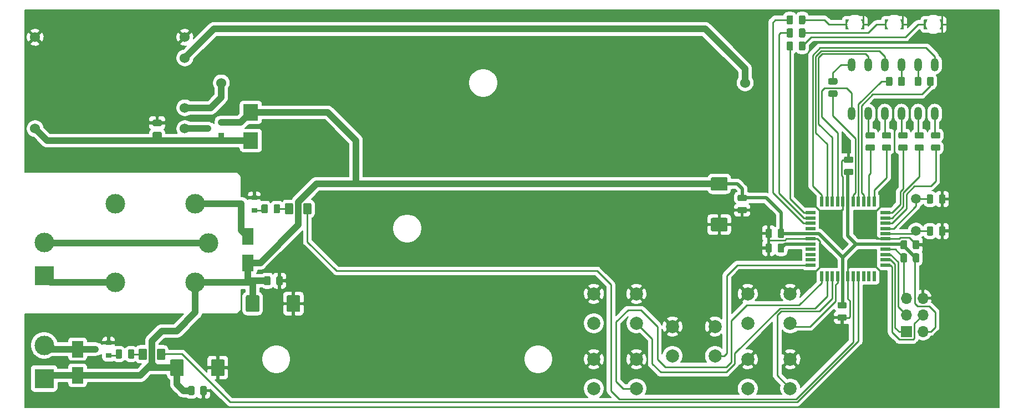
<source format=gtl>
G04 #@! TF.GenerationSoftware,KiCad,Pcbnew,5.1.5+dfsg1-2build2*
G04 #@! TF.CreationDate,2021-08-31T16:13:46+02:00*
G04 #@! TF.ProjectId,Plant care system,506c616e-7420-4636-9172-652073797374,rev?*
G04 #@! TF.SameCoordinates,Original*
G04 #@! TF.FileFunction,Copper,L1,Top*
G04 #@! TF.FilePolarity,Positive*
%FSLAX46Y46*%
G04 Gerber Fmt 4.6, Leading zero omitted, Abs format (unit mm)*
G04 Created by KiCad (PCBNEW 5.1.5+dfsg1-2build2) date 2021-08-31 16:13:46*
%MOMM*%
%LPD*%
G04 APERTURE LIST*
%ADD10C,0.100000*%
%ADD11C,1.524000*%
%ADD12R,1.500000X0.550000*%
%ADD13R,0.550000X1.500000*%
%ADD14O,1.200000X2.000000*%
%ADD15R,1.800000X2.500000*%
%ADD16R,2.300000X2.500000*%
%ADD17R,1.700000X1.700000*%
%ADD18O,1.700000X1.700000*%
%ADD19C,3.000000*%
%ADD20R,0.900000X0.800000*%
%ADD21C,2.000000*%
%ADD22C,1.500000*%
%ADD23R,3.000000X3.000000*%
%ADD24C,1.016000*%
%ADD25C,0.250000*%
%ADD26C,0.500000*%
%ADD27C,0.200000*%
G04 APERTURE END LIST*
G04 #@! TA.AperFunction,SMDPad,CuDef*
D10*
G36*
X185862501Y-25540001D02*
G01*
X185863265Y-25540006D01*
X185863278Y-25540006D01*
X185863288Y-25540007D01*
X185863339Y-25540007D01*
X185866044Y-25540177D01*
X185869128Y-25540368D01*
X185869160Y-25540373D01*
X185869189Y-25540375D01*
X185872256Y-25540872D01*
X185874917Y-25541300D01*
X185874941Y-25541306D01*
X185874976Y-25541312D01*
X185877625Y-25542012D01*
X185880586Y-25542791D01*
X185880623Y-25542805D01*
X185880643Y-25542810D01*
X185882995Y-25543685D01*
X185886081Y-25544829D01*
X185886106Y-25544841D01*
X185886138Y-25544853D01*
X185888605Y-25546057D01*
X185891353Y-25547393D01*
X185891386Y-25547413D01*
X185891406Y-25547423D01*
X185893574Y-25548756D01*
X185896349Y-25550460D01*
X185896372Y-25550477D01*
X185896399Y-25550494D01*
X185898974Y-25552449D01*
X185901022Y-25554000D01*
X185901041Y-25554017D01*
X185901068Y-25554038D01*
X185903297Y-25556102D01*
X185905327Y-25557978D01*
X185905348Y-25558001D01*
X185905369Y-25558021D01*
X185907093Y-25559963D01*
X185909223Y-25562357D01*
X185909244Y-25562386D01*
X185909261Y-25562405D01*
X185910722Y-25564415D01*
X185912674Y-25567096D01*
X185912691Y-25567125D01*
X185912707Y-25567147D01*
X185914029Y-25569400D01*
X185915645Y-25572149D01*
X185915659Y-25572179D01*
X185915673Y-25572203D01*
X185916913Y-25574888D01*
X185918109Y-25577469D01*
X185918118Y-25577495D01*
X185918132Y-25577525D01*
X185919227Y-25580670D01*
X185920042Y-25583002D01*
X185920048Y-25583026D01*
X185920060Y-25583061D01*
X185920709Y-25585744D01*
X185921427Y-25588698D01*
X185921432Y-25588733D01*
X185921438Y-25588758D01*
X185921770Y-25591123D01*
X185922249Y-25594502D01*
X185922251Y-25594539D01*
X185922254Y-25594563D01*
X185922401Y-25598072D01*
X185922499Y-25600359D01*
X185922498Y-25600375D01*
X185922500Y-25600420D01*
X185922323Y-25603570D01*
X185922179Y-25606213D01*
X185922173Y-25606250D01*
X185922172Y-25606273D01*
X185921807Y-25608631D01*
X185921288Y-25612006D01*
X185921281Y-25612033D01*
X185921276Y-25612066D01*
X185920528Y-25614979D01*
X185919836Y-25617685D01*
X185919825Y-25617714D01*
X185919818Y-25617743D01*
X185918750Y-25620676D01*
X185917836Y-25623196D01*
X185917825Y-25623219D01*
X185917813Y-25623252D01*
X185916533Y-25625923D01*
X185915309Y-25628485D01*
X185915292Y-25628514D01*
X185915280Y-25628538D01*
X185913870Y-25630866D01*
X185912277Y-25633502D01*
X185888423Y-25668945D01*
X185831114Y-25767840D01*
X185784108Y-25871024D01*
X185747393Y-25978307D01*
X185721322Y-26088665D01*
X185706146Y-26201027D01*
X185702006Y-26314337D01*
X185708944Y-26427516D01*
X185726894Y-26539478D01*
X185755681Y-26649144D01*
X185795036Y-26755491D01*
X185844580Y-26857484D01*
X185905370Y-26956654D01*
X185905803Y-26957371D01*
X185907298Y-26960194D01*
X185909260Y-26962404D01*
X185912706Y-26967146D01*
X185915672Y-26972202D01*
X185918131Y-26977524D01*
X185920059Y-26983060D01*
X185921437Y-26988757D01*
X185922253Y-26994562D01*
X185922499Y-27000419D01*
X185922171Y-27006272D01*
X185921275Y-27012065D01*
X185919817Y-27017742D01*
X185917812Y-27023251D01*
X185915279Y-27028537D01*
X185912242Y-27033552D01*
X185908731Y-27038245D01*
X185904778Y-27042574D01*
X185900422Y-27046497D01*
X185895703Y-27049975D01*
X185890668Y-27052977D01*
X185885364Y-27055473D01*
X185879842Y-27057439D01*
X185874154Y-27058857D01*
X185868355Y-27059714D01*
X185862500Y-27060000D01*
X185462500Y-27060000D01*
X185462122Y-27059997D01*
X185462081Y-27059999D01*
X185462040Y-27059997D01*
X185461662Y-27059994D01*
X185458971Y-27059825D01*
X185456228Y-27059671D01*
X185456023Y-27059639D01*
X185455812Y-27059626D01*
X185453142Y-27059194D01*
X185450435Y-27058775D01*
X185450228Y-27058722D01*
X185450025Y-27058689D01*
X185447456Y-27058010D01*
X185444758Y-27057317D01*
X185444555Y-27057243D01*
X185444358Y-27057191D01*
X185441861Y-27056263D01*
X185439249Y-27055312D01*
X185439058Y-27055221D01*
X185438863Y-27055148D01*
X185436442Y-27053967D01*
X185433963Y-27052779D01*
X185433781Y-27052669D01*
X185433595Y-27052578D01*
X185431289Y-27051160D01*
X185428948Y-27049742D01*
X185428781Y-27049617D01*
X185428602Y-27049507D01*
X185426416Y-27047848D01*
X185424255Y-27046231D01*
X185424102Y-27046091D01*
X185423933Y-27045963D01*
X185421918Y-27044097D01*
X185419926Y-27042278D01*
X185419786Y-27042123D01*
X185419632Y-27041980D01*
X185417858Y-27039982D01*
X185416003Y-27037922D01*
X185415874Y-27037747D01*
X185415740Y-27037596D01*
X185414140Y-27035394D01*
X185412525Y-27033203D01*
X185412422Y-27033030D01*
X185412294Y-27032854D01*
X185410893Y-27030466D01*
X185409523Y-27028168D01*
X185409434Y-27027978D01*
X185409328Y-27027798D01*
X185408199Y-27025354D01*
X185407027Y-27022864D01*
X185406956Y-27022663D01*
X185406869Y-27022476D01*
X185405978Y-27019918D01*
X185405061Y-27017342D01*
X185405011Y-27017140D01*
X185404941Y-27016940D01*
X185404296Y-27014272D01*
X185403643Y-27011654D01*
X185403613Y-27011448D01*
X185403563Y-27011243D01*
X185403188Y-27008574D01*
X185402786Y-27005855D01*
X185402776Y-27005641D01*
X185402747Y-27005438D01*
X185402633Y-27002717D01*
X185402500Y-27000000D01*
X185402500Y-25600000D01*
X185402503Y-25599622D01*
X185402501Y-25599581D01*
X185402503Y-25599540D01*
X185402506Y-25599162D01*
X185402675Y-25596471D01*
X185402829Y-25593728D01*
X185402861Y-25593523D01*
X185402874Y-25593312D01*
X185403306Y-25590642D01*
X185403725Y-25587935D01*
X185403778Y-25587728D01*
X185403811Y-25587525D01*
X185404490Y-25584956D01*
X185405183Y-25582258D01*
X185405257Y-25582055D01*
X185405309Y-25581858D01*
X185406237Y-25579361D01*
X185407188Y-25576749D01*
X185407279Y-25576558D01*
X185407352Y-25576363D01*
X185408533Y-25573942D01*
X185409721Y-25571463D01*
X185409831Y-25571281D01*
X185409922Y-25571095D01*
X185411340Y-25568789D01*
X185412758Y-25566448D01*
X185412883Y-25566281D01*
X185412993Y-25566102D01*
X185414652Y-25563916D01*
X185416269Y-25561755D01*
X185416409Y-25561602D01*
X185416537Y-25561433D01*
X185418403Y-25559418D01*
X185420222Y-25557426D01*
X185420377Y-25557286D01*
X185420520Y-25557132D01*
X185422518Y-25555358D01*
X185424578Y-25553503D01*
X185424753Y-25553374D01*
X185424904Y-25553240D01*
X185427106Y-25551640D01*
X185429297Y-25550025D01*
X185429470Y-25549922D01*
X185429646Y-25549794D01*
X185432034Y-25548393D01*
X185434332Y-25547023D01*
X185434522Y-25546934D01*
X185434702Y-25546828D01*
X185437146Y-25545699D01*
X185439636Y-25544527D01*
X185439837Y-25544456D01*
X185440024Y-25544369D01*
X185442582Y-25543478D01*
X185445158Y-25542561D01*
X185445360Y-25542511D01*
X185445560Y-25542441D01*
X185448228Y-25541796D01*
X185450846Y-25541143D01*
X185451052Y-25541113D01*
X185451257Y-25541063D01*
X185453926Y-25540688D01*
X185456645Y-25540286D01*
X185456859Y-25540276D01*
X185457062Y-25540247D01*
X185459783Y-25540133D01*
X185462500Y-25540000D01*
X185862501Y-25540001D01*
G37*
G04 #@! TD.AperFunction*
G04 #@! TA.AperFunction,SMDPad,CuDef*
G36*
X187862499Y-27059999D02*
G01*
X187861735Y-27059994D01*
X187861722Y-27059994D01*
X187861712Y-27059993D01*
X187861661Y-27059993D01*
X187858956Y-27059823D01*
X187855872Y-27059632D01*
X187855840Y-27059627D01*
X187855811Y-27059625D01*
X187852744Y-27059128D01*
X187850083Y-27058700D01*
X187850059Y-27058694D01*
X187850024Y-27058688D01*
X187847375Y-27057988D01*
X187844414Y-27057209D01*
X187844377Y-27057195D01*
X187844357Y-27057190D01*
X187842005Y-27056315D01*
X187838919Y-27055171D01*
X187838894Y-27055159D01*
X187838862Y-27055147D01*
X187836395Y-27053943D01*
X187833647Y-27052607D01*
X187833614Y-27052587D01*
X187833594Y-27052577D01*
X187831426Y-27051244D01*
X187828651Y-27049540D01*
X187828628Y-27049523D01*
X187828601Y-27049506D01*
X187826026Y-27047551D01*
X187823978Y-27046000D01*
X187823959Y-27045983D01*
X187823932Y-27045962D01*
X187821703Y-27043898D01*
X187819673Y-27042022D01*
X187819652Y-27041999D01*
X187819631Y-27041979D01*
X187817907Y-27040037D01*
X187815777Y-27037643D01*
X187815756Y-27037614D01*
X187815739Y-27037595D01*
X187814278Y-27035585D01*
X187812326Y-27032904D01*
X187812309Y-27032875D01*
X187812293Y-27032853D01*
X187810971Y-27030600D01*
X187809355Y-27027851D01*
X187809341Y-27027821D01*
X187809327Y-27027797D01*
X187808087Y-27025112D01*
X187806891Y-27022531D01*
X187806882Y-27022505D01*
X187806868Y-27022475D01*
X187805773Y-27019330D01*
X187804958Y-27016998D01*
X187804952Y-27016974D01*
X187804940Y-27016939D01*
X187804291Y-27014256D01*
X187803573Y-27011302D01*
X187803568Y-27011267D01*
X187803562Y-27011242D01*
X187803230Y-27008877D01*
X187802751Y-27005498D01*
X187802749Y-27005461D01*
X187802746Y-27005437D01*
X187802599Y-27001928D01*
X187802501Y-26999641D01*
X187802502Y-26999625D01*
X187802500Y-26999580D01*
X187802677Y-26996430D01*
X187802821Y-26993787D01*
X187802827Y-26993750D01*
X187802828Y-26993727D01*
X187803193Y-26991369D01*
X187803712Y-26987994D01*
X187803719Y-26987967D01*
X187803724Y-26987934D01*
X187804472Y-26985021D01*
X187805164Y-26982315D01*
X187805175Y-26982286D01*
X187805182Y-26982257D01*
X187806250Y-26979324D01*
X187807164Y-26976804D01*
X187807175Y-26976781D01*
X187807187Y-26976748D01*
X187808467Y-26974077D01*
X187809691Y-26971515D01*
X187809708Y-26971486D01*
X187809720Y-26971462D01*
X187811130Y-26969134D01*
X187812723Y-26966498D01*
X187836577Y-26931055D01*
X187893886Y-26832160D01*
X187940892Y-26728976D01*
X187977607Y-26621693D01*
X188003678Y-26511335D01*
X188018854Y-26398973D01*
X188022994Y-26285663D01*
X188016056Y-26172484D01*
X187998106Y-26060522D01*
X187969319Y-25950856D01*
X187929964Y-25844509D01*
X187880420Y-25742516D01*
X187819630Y-25643346D01*
X187819197Y-25642629D01*
X187817702Y-25639806D01*
X187815740Y-25637596D01*
X187812294Y-25632854D01*
X187809328Y-25627798D01*
X187806869Y-25622476D01*
X187804941Y-25616940D01*
X187803563Y-25611243D01*
X187802747Y-25605438D01*
X187802501Y-25599581D01*
X187802829Y-25593728D01*
X187803725Y-25587935D01*
X187805183Y-25582258D01*
X187807188Y-25576749D01*
X187809721Y-25571463D01*
X187812758Y-25566448D01*
X187816269Y-25561755D01*
X187820222Y-25557426D01*
X187824578Y-25553503D01*
X187829297Y-25550025D01*
X187834332Y-25547023D01*
X187839636Y-25544527D01*
X187845158Y-25542561D01*
X187850846Y-25541143D01*
X187856645Y-25540286D01*
X187862500Y-25540000D01*
X188262500Y-25540000D01*
X188262878Y-25540003D01*
X188262919Y-25540001D01*
X188262960Y-25540003D01*
X188263338Y-25540006D01*
X188266029Y-25540175D01*
X188268772Y-25540329D01*
X188268977Y-25540361D01*
X188269188Y-25540374D01*
X188271858Y-25540806D01*
X188274565Y-25541225D01*
X188274772Y-25541278D01*
X188274975Y-25541311D01*
X188277544Y-25541990D01*
X188280242Y-25542683D01*
X188280445Y-25542757D01*
X188280642Y-25542809D01*
X188283139Y-25543737D01*
X188285751Y-25544688D01*
X188285942Y-25544779D01*
X188286137Y-25544852D01*
X188288558Y-25546033D01*
X188291037Y-25547221D01*
X188291219Y-25547331D01*
X188291405Y-25547422D01*
X188293711Y-25548840D01*
X188296052Y-25550258D01*
X188296219Y-25550383D01*
X188296398Y-25550493D01*
X188298584Y-25552152D01*
X188300745Y-25553769D01*
X188300898Y-25553909D01*
X188301067Y-25554037D01*
X188303082Y-25555903D01*
X188305074Y-25557722D01*
X188305214Y-25557877D01*
X188305368Y-25558020D01*
X188307142Y-25560018D01*
X188308997Y-25562078D01*
X188309126Y-25562253D01*
X188309260Y-25562404D01*
X188310860Y-25564606D01*
X188312475Y-25566797D01*
X188312578Y-25566970D01*
X188312706Y-25567146D01*
X188314107Y-25569534D01*
X188315477Y-25571832D01*
X188315566Y-25572022D01*
X188315672Y-25572202D01*
X188316801Y-25574646D01*
X188317973Y-25577136D01*
X188318044Y-25577337D01*
X188318131Y-25577524D01*
X188319022Y-25580082D01*
X188319939Y-25582658D01*
X188319989Y-25582860D01*
X188320059Y-25583060D01*
X188320704Y-25585728D01*
X188321357Y-25588346D01*
X188321387Y-25588552D01*
X188321437Y-25588757D01*
X188321812Y-25591426D01*
X188322214Y-25594145D01*
X188322224Y-25594359D01*
X188322253Y-25594562D01*
X188322367Y-25597283D01*
X188322500Y-25600000D01*
X188322500Y-27000000D01*
X188322497Y-27000378D01*
X188322499Y-27000419D01*
X188322497Y-27000460D01*
X188322494Y-27000838D01*
X188322325Y-27003529D01*
X188322171Y-27006272D01*
X188322139Y-27006477D01*
X188322126Y-27006688D01*
X188321694Y-27009358D01*
X188321275Y-27012065D01*
X188321222Y-27012272D01*
X188321189Y-27012475D01*
X188320510Y-27015044D01*
X188319817Y-27017742D01*
X188319743Y-27017945D01*
X188319691Y-27018142D01*
X188318763Y-27020639D01*
X188317812Y-27023251D01*
X188317721Y-27023442D01*
X188317648Y-27023637D01*
X188316467Y-27026058D01*
X188315279Y-27028537D01*
X188315169Y-27028719D01*
X188315078Y-27028905D01*
X188313660Y-27031211D01*
X188312242Y-27033552D01*
X188312117Y-27033719D01*
X188312007Y-27033898D01*
X188310348Y-27036084D01*
X188308731Y-27038245D01*
X188308591Y-27038398D01*
X188308463Y-27038567D01*
X188306597Y-27040582D01*
X188304778Y-27042574D01*
X188304623Y-27042714D01*
X188304480Y-27042868D01*
X188302482Y-27044642D01*
X188300422Y-27046497D01*
X188300247Y-27046626D01*
X188300096Y-27046760D01*
X188297894Y-27048360D01*
X188295703Y-27049975D01*
X188295530Y-27050078D01*
X188295354Y-27050206D01*
X188292966Y-27051607D01*
X188290668Y-27052977D01*
X188290478Y-27053066D01*
X188290298Y-27053172D01*
X188287854Y-27054301D01*
X188285364Y-27055473D01*
X188285163Y-27055544D01*
X188284976Y-27055631D01*
X188282418Y-27056522D01*
X188279842Y-27057439D01*
X188279640Y-27057489D01*
X188279440Y-27057559D01*
X188276772Y-27058204D01*
X188274154Y-27058857D01*
X188273948Y-27058887D01*
X188273743Y-27058937D01*
X188271074Y-27059312D01*
X188268355Y-27059714D01*
X188268141Y-27059724D01*
X188267938Y-27059753D01*
X188265217Y-27059867D01*
X188262500Y-27060000D01*
X187862499Y-27059999D01*
G37*
G04 #@! TD.AperFunction*
G04 #@! TA.AperFunction,SMDPad,CuDef*
G36*
X191862501Y-25540001D02*
G01*
X191863265Y-25540006D01*
X191863278Y-25540006D01*
X191863288Y-25540007D01*
X191863339Y-25540007D01*
X191866044Y-25540177D01*
X191869128Y-25540368D01*
X191869160Y-25540373D01*
X191869189Y-25540375D01*
X191872256Y-25540872D01*
X191874917Y-25541300D01*
X191874941Y-25541306D01*
X191874976Y-25541312D01*
X191877625Y-25542012D01*
X191880586Y-25542791D01*
X191880623Y-25542805D01*
X191880643Y-25542810D01*
X191882995Y-25543685D01*
X191886081Y-25544829D01*
X191886106Y-25544841D01*
X191886138Y-25544853D01*
X191888605Y-25546057D01*
X191891353Y-25547393D01*
X191891386Y-25547413D01*
X191891406Y-25547423D01*
X191893574Y-25548756D01*
X191896349Y-25550460D01*
X191896372Y-25550477D01*
X191896399Y-25550494D01*
X191898974Y-25552449D01*
X191901022Y-25554000D01*
X191901041Y-25554017D01*
X191901068Y-25554038D01*
X191903297Y-25556102D01*
X191905327Y-25557978D01*
X191905348Y-25558001D01*
X191905369Y-25558021D01*
X191907093Y-25559963D01*
X191909223Y-25562357D01*
X191909244Y-25562386D01*
X191909261Y-25562405D01*
X191910722Y-25564415D01*
X191912674Y-25567096D01*
X191912691Y-25567125D01*
X191912707Y-25567147D01*
X191914029Y-25569400D01*
X191915645Y-25572149D01*
X191915659Y-25572179D01*
X191915673Y-25572203D01*
X191916913Y-25574888D01*
X191918109Y-25577469D01*
X191918118Y-25577495D01*
X191918132Y-25577525D01*
X191919227Y-25580670D01*
X191920042Y-25583002D01*
X191920048Y-25583026D01*
X191920060Y-25583061D01*
X191920709Y-25585744D01*
X191921427Y-25588698D01*
X191921432Y-25588733D01*
X191921438Y-25588758D01*
X191921770Y-25591123D01*
X191922249Y-25594502D01*
X191922251Y-25594539D01*
X191922254Y-25594563D01*
X191922401Y-25598072D01*
X191922499Y-25600359D01*
X191922498Y-25600375D01*
X191922500Y-25600420D01*
X191922323Y-25603570D01*
X191922179Y-25606213D01*
X191922173Y-25606250D01*
X191922172Y-25606273D01*
X191921807Y-25608631D01*
X191921288Y-25612006D01*
X191921281Y-25612033D01*
X191921276Y-25612066D01*
X191920528Y-25614979D01*
X191919836Y-25617685D01*
X191919825Y-25617714D01*
X191919818Y-25617743D01*
X191918750Y-25620676D01*
X191917836Y-25623196D01*
X191917825Y-25623219D01*
X191917813Y-25623252D01*
X191916533Y-25625923D01*
X191915309Y-25628485D01*
X191915292Y-25628514D01*
X191915280Y-25628538D01*
X191913870Y-25630866D01*
X191912277Y-25633502D01*
X191888423Y-25668945D01*
X191831114Y-25767840D01*
X191784108Y-25871024D01*
X191747393Y-25978307D01*
X191721322Y-26088665D01*
X191706146Y-26201027D01*
X191702006Y-26314337D01*
X191708944Y-26427516D01*
X191726894Y-26539478D01*
X191755681Y-26649144D01*
X191795036Y-26755491D01*
X191844580Y-26857484D01*
X191905370Y-26956654D01*
X191905803Y-26957371D01*
X191907298Y-26960194D01*
X191909260Y-26962404D01*
X191912706Y-26967146D01*
X191915672Y-26972202D01*
X191918131Y-26977524D01*
X191920059Y-26983060D01*
X191921437Y-26988757D01*
X191922253Y-26994562D01*
X191922499Y-27000419D01*
X191922171Y-27006272D01*
X191921275Y-27012065D01*
X191919817Y-27017742D01*
X191917812Y-27023251D01*
X191915279Y-27028537D01*
X191912242Y-27033552D01*
X191908731Y-27038245D01*
X191904778Y-27042574D01*
X191900422Y-27046497D01*
X191895703Y-27049975D01*
X191890668Y-27052977D01*
X191885364Y-27055473D01*
X191879842Y-27057439D01*
X191874154Y-27058857D01*
X191868355Y-27059714D01*
X191862500Y-27060000D01*
X191462500Y-27060000D01*
X191462122Y-27059997D01*
X191462081Y-27059999D01*
X191462040Y-27059997D01*
X191461662Y-27059994D01*
X191458971Y-27059825D01*
X191456228Y-27059671D01*
X191456023Y-27059639D01*
X191455812Y-27059626D01*
X191453142Y-27059194D01*
X191450435Y-27058775D01*
X191450228Y-27058722D01*
X191450025Y-27058689D01*
X191447456Y-27058010D01*
X191444758Y-27057317D01*
X191444555Y-27057243D01*
X191444358Y-27057191D01*
X191441861Y-27056263D01*
X191439249Y-27055312D01*
X191439058Y-27055221D01*
X191438863Y-27055148D01*
X191436442Y-27053967D01*
X191433963Y-27052779D01*
X191433781Y-27052669D01*
X191433595Y-27052578D01*
X191431289Y-27051160D01*
X191428948Y-27049742D01*
X191428781Y-27049617D01*
X191428602Y-27049507D01*
X191426416Y-27047848D01*
X191424255Y-27046231D01*
X191424102Y-27046091D01*
X191423933Y-27045963D01*
X191421918Y-27044097D01*
X191419926Y-27042278D01*
X191419786Y-27042123D01*
X191419632Y-27041980D01*
X191417858Y-27039982D01*
X191416003Y-27037922D01*
X191415874Y-27037747D01*
X191415740Y-27037596D01*
X191414140Y-27035394D01*
X191412525Y-27033203D01*
X191412422Y-27033030D01*
X191412294Y-27032854D01*
X191410893Y-27030466D01*
X191409523Y-27028168D01*
X191409434Y-27027978D01*
X191409328Y-27027798D01*
X191408199Y-27025354D01*
X191407027Y-27022864D01*
X191406956Y-27022663D01*
X191406869Y-27022476D01*
X191405978Y-27019918D01*
X191405061Y-27017342D01*
X191405011Y-27017140D01*
X191404941Y-27016940D01*
X191404296Y-27014272D01*
X191403643Y-27011654D01*
X191403613Y-27011448D01*
X191403563Y-27011243D01*
X191403188Y-27008574D01*
X191402786Y-27005855D01*
X191402776Y-27005641D01*
X191402747Y-27005438D01*
X191402633Y-27002717D01*
X191402500Y-27000000D01*
X191402500Y-25600000D01*
X191402503Y-25599622D01*
X191402501Y-25599581D01*
X191402503Y-25599540D01*
X191402506Y-25599162D01*
X191402675Y-25596471D01*
X191402829Y-25593728D01*
X191402861Y-25593523D01*
X191402874Y-25593312D01*
X191403306Y-25590642D01*
X191403725Y-25587935D01*
X191403778Y-25587728D01*
X191403811Y-25587525D01*
X191404490Y-25584956D01*
X191405183Y-25582258D01*
X191405257Y-25582055D01*
X191405309Y-25581858D01*
X191406237Y-25579361D01*
X191407188Y-25576749D01*
X191407279Y-25576558D01*
X191407352Y-25576363D01*
X191408533Y-25573942D01*
X191409721Y-25571463D01*
X191409831Y-25571281D01*
X191409922Y-25571095D01*
X191411340Y-25568789D01*
X191412758Y-25566448D01*
X191412883Y-25566281D01*
X191412993Y-25566102D01*
X191414652Y-25563916D01*
X191416269Y-25561755D01*
X191416409Y-25561602D01*
X191416537Y-25561433D01*
X191418403Y-25559418D01*
X191420222Y-25557426D01*
X191420377Y-25557286D01*
X191420520Y-25557132D01*
X191422518Y-25555358D01*
X191424578Y-25553503D01*
X191424753Y-25553374D01*
X191424904Y-25553240D01*
X191427106Y-25551640D01*
X191429297Y-25550025D01*
X191429470Y-25549922D01*
X191429646Y-25549794D01*
X191432034Y-25548393D01*
X191434332Y-25547023D01*
X191434522Y-25546934D01*
X191434702Y-25546828D01*
X191437146Y-25545699D01*
X191439636Y-25544527D01*
X191439837Y-25544456D01*
X191440024Y-25544369D01*
X191442582Y-25543478D01*
X191445158Y-25542561D01*
X191445360Y-25542511D01*
X191445560Y-25542441D01*
X191448228Y-25541796D01*
X191450846Y-25541143D01*
X191451052Y-25541113D01*
X191451257Y-25541063D01*
X191453926Y-25540688D01*
X191456645Y-25540286D01*
X191456859Y-25540276D01*
X191457062Y-25540247D01*
X191459783Y-25540133D01*
X191462500Y-25540000D01*
X191862501Y-25540001D01*
G37*
G04 #@! TD.AperFunction*
G04 #@! TA.AperFunction,SMDPad,CuDef*
G36*
X193862499Y-27059999D02*
G01*
X193861735Y-27059994D01*
X193861722Y-27059994D01*
X193861712Y-27059993D01*
X193861661Y-27059993D01*
X193858956Y-27059823D01*
X193855872Y-27059632D01*
X193855840Y-27059627D01*
X193855811Y-27059625D01*
X193852744Y-27059128D01*
X193850083Y-27058700D01*
X193850059Y-27058694D01*
X193850024Y-27058688D01*
X193847375Y-27057988D01*
X193844414Y-27057209D01*
X193844377Y-27057195D01*
X193844357Y-27057190D01*
X193842005Y-27056315D01*
X193838919Y-27055171D01*
X193838894Y-27055159D01*
X193838862Y-27055147D01*
X193836395Y-27053943D01*
X193833647Y-27052607D01*
X193833614Y-27052587D01*
X193833594Y-27052577D01*
X193831426Y-27051244D01*
X193828651Y-27049540D01*
X193828628Y-27049523D01*
X193828601Y-27049506D01*
X193826026Y-27047551D01*
X193823978Y-27046000D01*
X193823959Y-27045983D01*
X193823932Y-27045962D01*
X193821703Y-27043898D01*
X193819673Y-27042022D01*
X193819652Y-27041999D01*
X193819631Y-27041979D01*
X193817907Y-27040037D01*
X193815777Y-27037643D01*
X193815756Y-27037614D01*
X193815739Y-27037595D01*
X193814278Y-27035585D01*
X193812326Y-27032904D01*
X193812309Y-27032875D01*
X193812293Y-27032853D01*
X193810971Y-27030600D01*
X193809355Y-27027851D01*
X193809341Y-27027821D01*
X193809327Y-27027797D01*
X193808087Y-27025112D01*
X193806891Y-27022531D01*
X193806882Y-27022505D01*
X193806868Y-27022475D01*
X193805773Y-27019330D01*
X193804958Y-27016998D01*
X193804952Y-27016974D01*
X193804940Y-27016939D01*
X193804291Y-27014256D01*
X193803573Y-27011302D01*
X193803568Y-27011267D01*
X193803562Y-27011242D01*
X193803230Y-27008877D01*
X193802751Y-27005498D01*
X193802749Y-27005461D01*
X193802746Y-27005437D01*
X193802599Y-27001928D01*
X193802501Y-26999641D01*
X193802502Y-26999625D01*
X193802500Y-26999580D01*
X193802677Y-26996430D01*
X193802821Y-26993787D01*
X193802827Y-26993750D01*
X193802828Y-26993727D01*
X193803193Y-26991369D01*
X193803712Y-26987994D01*
X193803719Y-26987967D01*
X193803724Y-26987934D01*
X193804472Y-26985021D01*
X193805164Y-26982315D01*
X193805175Y-26982286D01*
X193805182Y-26982257D01*
X193806250Y-26979324D01*
X193807164Y-26976804D01*
X193807175Y-26976781D01*
X193807187Y-26976748D01*
X193808467Y-26974077D01*
X193809691Y-26971515D01*
X193809708Y-26971486D01*
X193809720Y-26971462D01*
X193811130Y-26969134D01*
X193812723Y-26966498D01*
X193836577Y-26931055D01*
X193893886Y-26832160D01*
X193940892Y-26728976D01*
X193977607Y-26621693D01*
X194003678Y-26511335D01*
X194018854Y-26398973D01*
X194022994Y-26285663D01*
X194016056Y-26172484D01*
X193998106Y-26060522D01*
X193969319Y-25950856D01*
X193929964Y-25844509D01*
X193880420Y-25742516D01*
X193819630Y-25643346D01*
X193819197Y-25642629D01*
X193817702Y-25639806D01*
X193815740Y-25637596D01*
X193812294Y-25632854D01*
X193809328Y-25627798D01*
X193806869Y-25622476D01*
X193804941Y-25616940D01*
X193803563Y-25611243D01*
X193802747Y-25605438D01*
X193802501Y-25599581D01*
X193802829Y-25593728D01*
X193803725Y-25587935D01*
X193805183Y-25582258D01*
X193807188Y-25576749D01*
X193809721Y-25571463D01*
X193812758Y-25566448D01*
X193816269Y-25561755D01*
X193820222Y-25557426D01*
X193824578Y-25553503D01*
X193829297Y-25550025D01*
X193834332Y-25547023D01*
X193839636Y-25544527D01*
X193845158Y-25542561D01*
X193850846Y-25541143D01*
X193856645Y-25540286D01*
X193862500Y-25540000D01*
X194262500Y-25540000D01*
X194262878Y-25540003D01*
X194262919Y-25540001D01*
X194262960Y-25540003D01*
X194263338Y-25540006D01*
X194266029Y-25540175D01*
X194268772Y-25540329D01*
X194268977Y-25540361D01*
X194269188Y-25540374D01*
X194271858Y-25540806D01*
X194274565Y-25541225D01*
X194274772Y-25541278D01*
X194274975Y-25541311D01*
X194277544Y-25541990D01*
X194280242Y-25542683D01*
X194280445Y-25542757D01*
X194280642Y-25542809D01*
X194283139Y-25543737D01*
X194285751Y-25544688D01*
X194285942Y-25544779D01*
X194286137Y-25544852D01*
X194288558Y-25546033D01*
X194291037Y-25547221D01*
X194291219Y-25547331D01*
X194291405Y-25547422D01*
X194293711Y-25548840D01*
X194296052Y-25550258D01*
X194296219Y-25550383D01*
X194296398Y-25550493D01*
X194298584Y-25552152D01*
X194300745Y-25553769D01*
X194300898Y-25553909D01*
X194301067Y-25554037D01*
X194303082Y-25555903D01*
X194305074Y-25557722D01*
X194305214Y-25557877D01*
X194305368Y-25558020D01*
X194307142Y-25560018D01*
X194308997Y-25562078D01*
X194309126Y-25562253D01*
X194309260Y-25562404D01*
X194310860Y-25564606D01*
X194312475Y-25566797D01*
X194312578Y-25566970D01*
X194312706Y-25567146D01*
X194314107Y-25569534D01*
X194315477Y-25571832D01*
X194315566Y-25572022D01*
X194315672Y-25572202D01*
X194316801Y-25574646D01*
X194317973Y-25577136D01*
X194318044Y-25577337D01*
X194318131Y-25577524D01*
X194319022Y-25580082D01*
X194319939Y-25582658D01*
X194319989Y-25582860D01*
X194320059Y-25583060D01*
X194320704Y-25585728D01*
X194321357Y-25588346D01*
X194321387Y-25588552D01*
X194321437Y-25588757D01*
X194321812Y-25591426D01*
X194322214Y-25594145D01*
X194322224Y-25594359D01*
X194322253Y-25594562D01*
X194322367Y-25597283D01*
X194322500Y-25600000D01*
X194322500Y-27000000D01*
X194322497Y-27000378D01*
X194322499Y-27000419D01*
X194322497Y-27000460D01*
X194322494Y-27000838D01*
X194322325Y-27003529D01*
X194322171Y-27006272D01*
X194322139Y-27006477D01*
X194322126Y-27006688D01*
X194321694Y-27009358D01*
X194321275Y-27012065D01*
X194321222Y-27012272D01*
X194321189Y-27012475D01*
X194320510Y-27015044D01*
X194319817Y-27017742D01*
X194319743Y-27017945D01*
X194319691Y-27018142D01*
X194318763Y-27020639D01*
X194317812Y-27023251D01*
X194317721Y-27023442D01*
X194317648Y-27023637D01*
X194316467Y-27026058D01*
X194315279Y-27028537D01*
X194315169Y-27028719D01*
X194315078Y-27028905D01*
X194313660Y-27031211D01*
X194312242Y-27033552D01*
X194312117Y-27033719D01*
X194312007Y-27033898D01*
X194310348Y-27036084D01*
X194308731Y-27038245D01*
X194308591Y-27038398D01*
X194308463Y-27038567D01*
X194306597Y-27040582D01*
X194304778Y-27042574D01*
X194304623Y-27042714D01*
X194304480Y-27042868D01*
X194302482Y-27044642D01*
X194300422Y-27046497D01*
X194300247Y-27046626D01*
X194300096Y-27046760D01*
X194297894Y-27048360D01*
X194295703Y-27049975D01*
X194295530Y-27050078D01*
X194295354Y-27050206D01*
X194292966Y-27051607D01*
X194290668Y-27052977D01*
X194290478Y-27053066D01*
X194290298Y-27053172D01*
X194287854Y-27054301D01*
X194285364Y-27055473D01*
X194285163Y-27055544D01*
X194284976Y-27055631D01*
X194282418Y-27056522D01*
X194279842Y-27057439D01*
X194279640Y-27057489D01*
X194279440Y-27057559D01*
X194276772Y-27058204D01*
X194274154Y-27058857D01*
X194273948Y-27058887D01*
X194273743Y-27058937D01*
X194271074Y-27059312D01*
X194268355Y-27059714D01*
X194268141Y-27059724D01*
X194267938Y-27059753D01*
X194265217Y-27059867D01*
X194262500Y-27060000D01*
X193862499Y-27059999D01*
G37*
G04 #@! TD.AperFunction*
G04 #@! TA.AperFunction,SMDPad,CuDef*
G36*
X179862501Y-25540001D02*
G01*
X179863265Y-25540006D01*
X179863278Y-25540006D01*
X179863288Y-25540007D01*
X179863339Y-25540007D01*
X179866044Y-25540177D01*
X179869128Y-25540368D01*
X179869160Y-25540373D01*
X179869189Y-25540375D01*
X179872256Y-25540872D01*
X179874917Y-25541300D01*
X179874941Y-25541306D01*
X179874976Y-25541312D01*
X179877625Y-25542012D01*
X179880586Y-25542791D01*
X179880623Y-25542805D01*
X179880643Y-25542810D01*
X179882995Y-25543685D01*
X179886081Y-25544829D01*
X179886106Y-25544841D01*
X179886138Y-25544853D01*
X179888605Y-25546057D01*
X179891353Y-25547393D01*
X179891386Y-25547413D01*
X179891406Y-25547423D01*
X179893574Y-25548756D01*
X179896349Y-25550460D01*
X179896372Y-25550477D01*
X179896399Y-25550494D01*
X179898974Y-25552449D01*
X179901022Y-25554000D01*
X179901041Y-25554017D01*
X179901068Y-25554038D01*
X179903297Y-25556102D01*
X179905327Y-25557978D01*
X179905348Y-25558001D01*
X179905369Y-25558021D01*
X179907093Y-25559963D01*
X179909223Y-25562357D01*
X179909244Y-25562386D01*
X179909261Y-25562405D01*
X179910722Y-25564415D01*
X179912674Y-25567096D01*
X179912691Y-25567125D01*
X179912707Y-25567147D01*
X179914029Y-25569400D01*
X179915645Y-25572149D01*
X179915659Y-25572179D01*
X179915673Y-25572203D01*
X179916913Y-25574888D01*
X179918109Y-25577469D01*
X179918118Y-25577495D01*
X179918132Y-25577525D01*
X179919227Y-25580670D01*
X179920042Y-25583002D01*
X179920048Y-25583026D01*
X179920060Y-25583061D01*
X179920709Y-25585744D01*
X179921427Y-25588698D01*
X179921432Y-25588733D01*
X179921438Y-25588758D01*
X179921770Y-25591123D01*
X179922249Y-25594502D01*
X179922251Y-25594539D01*
X179922254Y-25594563D01*
X179922401Y-25598072D01*
X179922499Y-25600359D01*
X179922498Y-25600375D01*
X179922500Y-25600420D01*
X179922323Y-25603570D01*
X179922179Y-25606213D01*
X179922173Y-25606250D01*
X179922172Y-25606273D01*
X179921807Y-25608631D01*
X179921288Y-25612006D01*
X179921281Y-25612033D01*
X179921276Y-25612066D01*
X179920528Y-25614979D01*
X179919836Y-25617685D01*
X179919825Y-25617714D01*
X179919818Y-25617743D01*
X179918750Y-25620676D01*
X179917836Y-25623196D01*
X179917825Y-25623219D01*
X179917813Y-25623252D01*
X179916533Y-25625923D01*
X179915309Y-25628485D01*
X179915292Y-25628514D01*
X179915280Y-25628538D01*
X179913870Y-25630866D01*
X179912277Y-25633502D01*
X179888423Y-25668945D01*
X179831114Y-25767840D01*
X179784108Y-25871024D01*
X179747393Y-25978307D01*
X179721322Y-26088665D01*
X179706146Y-26201027D01*
X179702006Y-26314337D01*
X179708944Y-26427516D01*
X179726894Y-26539478D01*
X179755681Y-26649144D01*
X179795036Y-26755491D01*
X179844580Y-26857484D01*
X179905370Y-26956654D01*
X179905803Y-26957371D01*
X179907298Y-26960194D01*
X179909260Y-26962404D01*
X179912706Y-26967146D01*
X179915672Y-26972202D01*
X179918131Y-26977524D01*
X179920059Y-26983060D01*
X179921437Y-26988757D01*
X179922253Y-26994562D01*
X179922499Y-27000419D01*
X179922171Y-27006272D01*
X179921275Y-27012065D01*
X179919817Y-27017742D01*
X179917812Y-27023251D01*
X179915279Y-27028537D01*
X179912242Y-27033552D01*
X179908731Y-27038245D01*
X179904778Y-27042574D01*
X179900422Y-27046497D01*
X179895703Y-27049975D01*
X179890668Y-27052977D01*
X179885364Y-27055473D01*
X179879842Y-27057439D01*
X179874154Y-27058857D01*
X179868355Y-27059714D01*
X179862500Y-27060000D01*
X179462500Y-27060000D01*
X179462122Y-27059997D01*
X179462081Y-27059999D01*
X179462040Y-27059997D01*
X179461662Y-27059994D01*
X179458971Y-27059825D01*
X179456228Y-27059671D01*
X179456023Y-27059639D01*
X179455812Y-27059626D01*
X179453142Y-27059194D01*
X179450435Y-27058775D01*
X179450228Y-27058722D01*
X179450025Y-27058689D01*
X179447456Y-27058010D01*
X179444758Y-27057317D01*
X179444555Y-27057243D01*
X179444358Y-27057191D01*
X179441861Y-27056263D01*
X179439249Y-27055312D01*
X179439058Y-27055221D01*
X179438863Y-27055148D01*
X179436442Y-27053967D01*
X179433963Y-27052779D01*
X179433781Y-27052669D01*
X179433595Y-27052578D01*
X179431289Y-27051160D01*
X179428948Y-27049742D01*
X179428781Y-27049617D01*
X179428602Y-27049507D01*
X179426416Y-27047848D01*
X179424255Y-27046231D01*
X179424102Y-27046091D01*
X179423933Y-27045963D01*
X179421918Y-27044097D01*
X179419926Y-27042278D01*
X179419786Y-27042123D01*
X179419632Y-27041980D01*
X179417858Y-27039982D01*
X179416003Y-27037922D01*
X179415874Y-27037747D01*
X179415740Y-27037596D01*
X179414140Y-27035394D01*
X179412525Y-27033203D01*
X179412422Y-27033030D01*
X179412294Y-27032854D01*
X179410893Y-27030466D01*
X179409523Y-27028168D01*
X179409434Y-27027978D01*
X179409328Y-27027798D01*
X179408199Y-27025354D01*
X179407027Y-27022864D01*
X179406956Y-27022663D01*
X179406869Y-27022476D01*
X179405978Y-27019918D01*
X179405061Y-27017342D01*
X179405011Y-27017140D01*
X179404941Y-27016940D01*
X179404296Y-27014272D01*
X179403643Y-27011654D01*
X179403613Y-27011448D01*
X179403563Y-27011243D01*
X179403188Y-27008574D01*
X179402786Y-27005855D01*
X179402776Y-27005641D01*
X179402747Y-27005438D01*
X179402633Y-27002717D01*
X179402500Y-27000000D01*
X179402500Y-25600000D01*
X179402503Y-25599622D01*
X179402501Y-25599581D01*
X179402503Y-25599540D01*
X179402506Y-25599162D01*
X179402675Y-25596471D01*
X179402829Y-25593728D01*
X179402861Y-25593523D01*
X179402874Y-25593312D01*
X179403306Y-25590642D01*
X179403725Y-25587935D01*
X179403778Y-25587728D01*
X179403811Y-25587525D01*
X179404490Y-25584956D01*
X179405183Y-25582258D01*
X179405257Y-25582055D01*
X179405309Y-25581858D01*
X179406237Y-25579361D01*
X179407188Y-25576749D01*
X179407279Y-25576558D01*
X179407352Y-25576363D01*
X179408533Y-25573942D01*
X179409721Y-25571463D01*
X179409831Y-25571281D01*
X179409922Y-25571095D01*
X179411340Y-25568789D01*
X179412758Y-25566448D01*
X179412883Y-25566281D01*
X179412993Y-25566102D01*
X179414652Y-25563916D01*
X179416269Y-25561755D01*
X179416409Y-25561602D01*
X179416537Y-25561433D01*
X179418403Y-25559418D01*
X179420222Y-25557426D01*
X179420377Y-25557286D01*
X179420520Y-25557132D01*
X179422518Y-25555358D01*
X179424578Y-25553503D01*
X179424753Y-25553374D01*
X179424904Y-25553240D01*
X179427106Y-25551640D01*
X179429297Y-25550025D01*
X179429470Y-25549922D01*
X179429646Y-25549794D01*
X179432034Y-25548393D01*
X179434332Y-25547023D01*
X179434522Y-25546934D01*
X179434702Y-25546828D01*
X179437146Y-25545699D01*
X179439636Y-25544527D01*
X179439837Y-25544456D01*
X179440024Y-25544369D01*
X179442582Y-25543478D01*
X179445158Y-25542561D01*
X179445360Y-25542511D01*
X179445560Y-25542441D01*
X179448228Y-25541796D01*
X179450846Y-25541143D01*
X179451052Y-25541113D01*
X179451257Y-25541063D01*
X179453926Y-25540688D01*
X179456645Y-25540286D01*
X179456859Y-25540276D01*
X179457062Y-25540247D01*
X179459783Y-25540133D01*
X179462500Y-25540000D01*
X179862501Y-25540001D01*
G37*
G04 #@! TD.AperFunction*
G04 #@! TA.AperFunction,SMDPad,CuDef*
G36*
X181862499Y-27059999D02*
G01*
X181861735Y-27059994D01*
X181861722Y-27059994D01*
X181861712Y-27059993D01*
X181861661Y-27059993D01*
X181858956Y-27059823D01*
X181855872Y-27059632D01*
X181855840Y-27059627D01*
X181855811Y-27059625D01*
X181852744Y-27059128D01*
X181850083Y-27058700D01*
X181850059Y-27058694D01*
X181850024Y-27058688D01*
X181847375Y-27057988D01*
X181844414Y-27057209D01*
X181844377Y-27057195D01*
X181844357Y-27057190D01*
X181842005Y-27056315D01*
X181838919Y-27055171D01*
X181838894Y-27055159D01*
X181838862Y-27055147D01*
X181836395Y-27053943D01*
X181833647Y-27052607D01*
X181833614Y-27052587D01*
X181833594Y-27052577D01*
X181831426Y-27051244D01*
X181828651Y-27049540D01*
X181828628Y-27049523D01*
X181828601Y-27049506D01*
X181826026Y-27047551D01*
X181823978Y-27046000D01*
X181823959Y-27045983D01*
X181823932Y-27045962D01*
X181821703Y-27043898D01*
X181819673Y-27042022D01*
X181819652Y-27041999D01*
X181819631Y-27041979D01*
X181817907Y-27040037D01*
X181815777Y-27037643D01*
X181815756Y-27037614D01*
X181815739Y-27037595D01*
X181814278Y-27035585D01*
X181812326Y-27032904D01*
X181812309Y-27032875D01*
X181812293Y-27032853D01*
X181810971Y-27030600D01*
X181809355Y-27027851D01*
X181809341Y-27027821D01*
X181809327Y-27027797D01*
X181808087Y-27025112D01*
X181806891Y-27022531D01*
X181806882Y-27022505D01*
X181806868Y-27022475D01*
X181805773Y-27019330D01*
X181804958Y-27016998D01*
X181804952Y-27016974D01*
X181804940Y-27016939D01*
X181804291Y-27014256D01*
X181803573Y-27011302D01*
X181803568Y-27011267D01*
X181803562Y-27011242D01*
X181803230Y-27008877D01*
X181802751Y-27005498D01*
X181802749Y-27005461D01*
X181802746Y-27005437D01*
X181802599Y-27001928D01*
X181802501Y-26999641D01*
X181802502Y-26999625D01*
X181802500Y-26999580D01*
X181802677Y-26996430D01*
X181802821Y-26993787D01*
X181802827Y-26993750D01*
X181802828Y-26993727D01*
X181803193Y-26991369D01*
X181803712Y-26987994D01*
X181803719Y-26987967D01*
X181803724Y-26987934D01*
X181804472Y-26985021D01*
X181805164Y-26982315D01*
X181805175Y-26982286D01*
X181805182Y-26982257D01*
X181806250Y-26979324D01*
X181807164Y-26976804D01*
X181807175Y-26976781D01*
X181807187Y-26976748D01*
X181808467Y-26974077D01*
X181809691Y-26971515D01*
X181809708Y-26971486D01*
X181809720Y-26971462D01*
X181811130Y-26969134D01*
X181812723Y-26966498D01*
X181836577Y-26931055D01*
X181893886Y-26832160D01*
X181940892Y-26728976D01*
X181977607Y-26621693D01*
X182003678Y-26511335D01*
X182018854Y-26398973D01*
X182022994Y-26285663D01*
X182016056Y-26172484D01*
X181998106Y-26060522D01*
X181969319Y-25950856D01*
X181929964Y-25844509D01*
X181880420Y-25742516D01*
X181819630Y-25643346D01*
X181819197Y-25642629D01*
X181817702Y-25639806D01*
X181815740Y-25637596D01*
X181812294Y-25632854D01*
X181809328Y-25627798D01*
X181806869Y-25622476D01*
X181804941Y-25616940D01*
X181803563Y-25611243D01*
X181802747Y-25605438D01*
X181802501Y-25599581D01*
X181802829Y-25593728D01*
X181803725Y-25587935D01*
X181805183Y-25582258D01*
X181807188Y-25576749D01*
X181809721Y-25571463D01*
X181812758Y-25566448D01*
X181816269Y-25561755D01*
X181820222Y-25557426D01*
X181824578Y-25553503D01*
X181829297Y-25550025D01*
X181834332Y-25547023D01*
X181839636Y-25544527D01*
X181845158Y-25542561D01*
X181850846Y-25541143D01*
X181856645Y-25540286D01*
X181862500Y-25540000D01*
X182262500Y-25540000D01*
X182262878Y-25540003D01*
X182262919Y-25540001D01*
X182262960Y-25540003D01*
X182263338Y-25540006D01*
X182266029Y-25540175D01*
X182268772Y-25540329D01*
X182268977Y-25540361D01*
X182269188Y-25540374D01*
X182271858Y-25540806D01*
X182274565Y-25541225D01*
X182274772Y-25541278D01*
X182274975Y-25541311D01*
X182277544Y-25541990D01*
X182280242Y-25542683D01*
X182280445Y-25542757D01*
X182280642Y-25542809D01*
X182283139Y-25543737D01*
X182285751Y-25544688D01*
X182285942Y-25544779D01*
X182286137Y-25544852D01*
X182288558Y-25546033D01*
X182291037Y-25547221D01*
X182291219Y-25547331D01*
X182291405Y-25547422D01*
X182293711Y-25548840D01*
X182296052Y-25550258D01*
X182296219Y-25550383D01*
X182296398Y-25550493D01*
X182298584Y-25552152D01*
X182300745Y-25553769D01*
X182300898Y-25553909D01*
X182301067Y-25554037D01*
X182303082Y-25555903D01*
X182305074Y-25557722D01*
X182305214Y-25557877D01*
X182305368Y-25558020D01*
X182307142Y-25560018D01*
X182308997Y-25562078D01*
X182309126Y-25562253D01*
X182309260Y-25562404D01*
X182310860Y-25564606D01*
X182312475Y-25566797D01*
X182312578Y-25566970D01*
X182312706Y-25567146D01*
X182314107Y-25569534D01*
X182315477Y-25571832D01*
X182315566Y-25572022D01*
X182315672Y-25572202D01*
X182316801Y-25574646D01*
X182317973Y-25577136D01*
X182318044Y-25577337D01*
X182318131Y-25577524D01*
X182319022Y-25580082D01*
X182319939Y-25582658D01*
X182319989Y-25582860D01*
X182320059Y-25583060D01*
X182320704Y-25585728D01*
X182321357Y-25588346D01*
X182321387Y-25588552D01*
X182321437Y-25588757D01*
X182321812Y-25591426D01*
X182322214Y-25594145D01*
X182322224Y-25594359D01*
X182322253Y-25594562D01*
X182322367Y-25597283D01*
X182322500Y-25600000D01*
X182322500Y-27000000D01*
X182322497Y-27000378D01*
X182322499Y-27000419D01*
X182322497Y-27000460D01*
X182322494Y-27000838D01*
X182322325Y-27003529D01*
X182322171Y-27006272D01*
X182322139Y-27006477D01*
X182322126Y-27006688D01*
X182321694Y-27009358D01*
X182321275Y-27012065D01*
X182321222Y-27012272D01*
X182321189Y-27012475D01*
X182320510Y-27015044D01*
X182319817Y-27017742D01*
X182319743Y-27017945D01*
X182319691Y-27018142D01*
X182318763Y-27020639D01*
X182317812Y-27023251D01*
X182317721Y-27023442D01*
X182317648Y-27023637D01*
X182316467Y-27026058D01*
X182315279Y-27028537D01*
X182315169Y-27028719D01*
X182315078Y-27028905D01*
X182313660Y-27031211D01*
X182312242Y-27033552D01*
X182312117Y-27033719D01*
X182312007Y-27033898D01*
X182310348Y-27036084D01*
X182308731Y-27038245D01*
X182308591Y-27038398D01*
X182308463Y-27038567D01*
X182306597Y-27040582D01*
X182304778Y-27042574D01*
X182304623Y-27042714D01*
X182304480Y-27042868D01*
X182302482Y-27044642D01*
X182300422Y-27046497D01*
X182300247Y-27046626D01*
X182300096Y-27046760D01*
X182297894Y-27048360D01*
X182295703Y-27049975D01*
X182295530Y-27050078D01*
X182295354Y-27050206D01*
X182292966Y-27051607D01*
X182290668Y-27052977D01*
X182290478Y-27053066D01*
X182290298Y-27053172D01*
X182287854Y-27054301D01*
X182285364Y-27055473D01*
X182285163Y-27055544D01*
X182284976Y-27055631D01*
X182282418Y-27056522D01*
X182279842Y-27057439D01*
X182279640Y-27057489D01*
X182279440Y-27057559D01*
X182276772Y-27058204D01*
X182274154Y-27058857D01*
X182273948Y-27058887D01*
X182273743Y-27058937D01*
X182271074Y-27059312D01*
X182268355Y-27059714D01*
X182268141Y-27059724D01*
X182267938Y-27059753D01*
X182265217Y-27059867D01*
X182262500Y-27060000D01*
X181862499Y-27059999D01*
G37*
G04 #@! TD.AperFunction*
D11*
X164100000Y-35250000D03*
X84100000Y-35250000D03*
D12*
X185500000Y-63100000D03*
X185500000Y-62300000D03*
X185500000Y-61500000D03*
X185500000Y-60700000D03*
X185500000Y-59900000D03*
X185500000Y-59100000D03*
X185500000Y-58300000D03*
X185500000Y-57500000D03*
X185500000Y-56700000D03*
X185500000Y-55900000D03*
X185500000Y-55100000D03*
D13*
X183800000Y-53400000D03*
X183000000Y-53400000D03*
X182200000Y-53400000D03*
X181400000Y-53400000D03*
X180600000Y-53400000D03*
X179800000Y-53400000D03*
X179000000Y-53400000D03*
X178200000Y-53400000D03*
X177400000Y-53400000D03*
X176600000Y-53400000D03*
X175800000Y-53400000D03*
D12*
X174100000Y-55100000D03*
X174100000Y-55900000D03*
X174100000Y-56700000D03*
X174100000Y-57500000D03*
X174100000Y-58300000D03*
X174100000Y-59100000D03*
X174100000Y-59900000D03*
X174100000Y-60700000D03*
X174100000Y-61500000D03*
X174100000Y-62300000D03*
X174100000Y-63100000D03*
D13*
X175800000Y-64800000D03*
X176600000Y-64800000D03*
X177400000Y-64800000D03*
X178200000Y-64800000D03*
X179000000Y-64800000D03*
X179800000Y-64800000D03*
X180600000Y-64800000D03*
X181400000Y-64800000D03*
X182200000Y-64800000D03*
X183000000Y-64800000D03*
X183800000Y-64800000D03*
G04 #@! TA.AperFunction,SMDPad,CuDef*
D10*
G36*
X173067642Y-24901174D02*
G01*
X173091303Y-24904684D01*
X173114507Y-24910496D01*
X173137029Y-24918554D01*
X173158653Y-24928782D01*
X173179170Y-24941079D01*
X173198383Y-24955329D01*
X173216107Y-24971393D01*
X173232171Y-24989117D01*
X173246421Y-25008330D01*
X173258718Y-25028847D01*
X173268946Y-25050471D01*
X173277004Y-25072993D01*
X173282816Y-25096197D01*
X173286326Y-25119858D01*
X173287500Y-25143750D01*
X173287500Y-26056250D01*
X173286326Y-26080142D01*
X173282816Y-26103803D01*
X173277004Y-26127007D01*
X173268946Y-26149529D01*
X173258718Y-26171153D01*
X173246421Y-26191670D01*
X173232171Y-26210883D01*
X173216107Y-26228607D01*
X173198383Y-26244671D01*
X173179170Y-26258921D01*
X173158653Y-26271218D01*
X173137029Y-26281446D01*
X173114507Y-26289504D01*
X173091303Y-26295316D01*
X173067642Y-26298826D01*
X173043750Y-26300000D01*
X172556250Y-26300000D01*
X172532358Y-26298826D01*
X172508697Y-26295316D01*
X172485493Y-26289504D01*
X172462971Y-26281446D01*
X172441347Y-26271218D01*
X172420830Y-26258921D01*
X172401617Y-26244671D01*
X172383893Y-26228607D01*
X172367829Y-26210883D01*
X172353579Y-26191670D01*
X172341282Y-26171153D01*
X172331054Y-26149529D01*
X172322996Y-26127007D01*
X172317184Y-26103803D01*
X172313674Y-26080142D01*
X172312500Y-26056250D01*
X172312500Y-25143750D01*
X172313674Y-25119858D01*
X172317184Y-25096197D01*
X172322996Y-25072993D01*
X172331054Y-25050471D01*
X172341282Y-25028847D01*
X172353579Y-25008330D01*
X172367829Y-24989117D01*
X172383893Y-24971393D01*
X172401617Y-24955329D01*
X172420830Y-24941079D01*
X172441347Y-24928782D01*
X172462971Y-24918554D01*
X172485493Y-24910496D01*
X172508697Y-24904684D01*
X172532358Y-24901174D01*
X172556250Y-24900000D01*
X173043750Y-24900000D01*
X173067642Y-24901174D01*
G37*
G04 #@! TD.AperFunction*
G04 #@! TA.AperFunction,SMDPad,CuDef*
G36*
X171192642Y-24901174D02*
G01*
X171216303Y-24904684D01*
X171239507Y-24910496D01*
X171262029Y-24918554D01*
X171283653Y-24928782D01*
X171304170Y-24941079D01*
X171323383Y-24955329D01*
X171341107Y-24971393D01*
X171357171Y-24989117D01*
X171371421Y-25008330D01*
X171383718Y-25028847D01*
X171393946Y-25050471D01*
X171402004Y-25072993D01*
X171407816Y-25096197D01*
X171411326Y-25119858D01*
X171412500Y-25143750D01*
X171412500Y-26056250D01*
X171411326Y-26080142D01*
X171407816Y-26103803D01*
X171402004Y-26127007D01*
X171393946Y-26149529D01*
X171383718Y-26171153D01*
X171371421Y-26191670D01*
X171357171Y-26210883D01*
X171341107Y-26228607D01*
X171323383Y-26244671D01*
X171304170Y-26258921D01*
X171283653Y-26271218D01*
X171262029Y-26281446D01*
X171239507Y-26289504D01*
X171216303Y-26295316D01*
X171192642Y-26298826D01*
X171168750Y-26300000D01*
X170681250Y-26300000D01*
X170657358Y-26298826D01*
X170633697Y-26295316D01*
X170610493Y-26289504D01*
X170587971Y-26281446D01*
X170566347Y-26271218D01*
X170545830Y-26258921D01*
X170526617Y-26244671D01*
X170508893Y-26228607D01*
X170492829Y-26210883D01*
X170478579Y-26191670D01*
X170466282Y-26171153D01*
X170456054Y-26149529D01*
X170447996Y-26127007D01*
X170442184Y-26103803D01*
X170438674Y-26080142D01*
X170437500Y-26056250D01*
X170437500Y-25143750D01*
X170438674Y-25119858D01*
X170442184Y-25096197D01*
X170447996Y-25072993D01*
X170456054Y-25050471D01*
X170466282Y-25028847D01*
X170478579Y-25008330D01*
X170492829Y-24989117D01*
X170508893Y-24971393D01*
X170526617Y-24955329D01*
X170545830Y-24941079D01*
X170566347Y-24928782D01*
X170587971Y-24918554D01*
X170610493Y-24910496D01*
X170633697Y-24904684D01*
X170657358Y-24901174D01*
X170681250Y-24900000D01*
X171168750Y-24900000D01*
X171192642Y-24901174D01*
G37*
G04 #@! TD.AperFunction*
G04 #@! TA.AperFunction,SMDPad,CuDef*
G36*
X171192642Y-26901174D02*
G01*
X171216303Y-26904684D01*
X171239507Y-26910496D01*
X171262029Y-26918554D01*
X171283653Y-26928782D01*
X171304170Y-26941079D01*
X171323383Y-26955329D01*
X171341107Y-26971393D01*
X171357171Y-26989117D01*
X171371421Y-27008330D01*
X171383718Y-27028847D01*
X171393946Y-27050471D01*
X171402004Y-27072993D01*
X171407816Y-27096197D01*
X171411326Y-27119858D01*
X171412500Y-27143750D01*
X171412500Y-28056250D01*
X171411326Y-28080142D01*
X171407816Y-28103803D01*
X171402004Y-28127007D01*
X171393946Y-28149529D01*
X171383718Y-28171153D01*
X171371421Y-28191670D01*
X171357171Y-28210883D01*
X171341107Y-28228607D01*
X171323383Y-28244671D01*
X171304170Y-28258921D01*
X171283653Y-28271218D01*
X171262029Y-28281446D01*
X171239507Y-28289504D01*
X171216303Y-28295316D01*
X171192642Y-28298826D01*
X171168750Y-28300000D01*
X170681250Y-28300000D01*
X170657358Y-28298826D01*
X170633697Y-28295316D01*
X170610493Y-28289504D01*
X170587971Y-28281446D01*
X170566347Y-28271218D01*
X170545830Y-28258921D01*
X170526617Y-28244671D01*
X170508893Y-28228607D01*
X170492829Y-28210883D01*
X170478579Y-28191670D01*
X170466282Y-28171153D01*
X170456054Y-28149529D01*
X170447996Y-28127007D01*
X170442184Y-28103803D01*
X170438674Y-28080142D01*
X170437500Y-28056250D01*
X170437500Y-27143750D01*
X170438674Y-27119858D01*
X170442184Y-27096197D01*
X170447996Y-27072993D01*
X170456054Y-27050471D01*
X170466282Y-27028847D01*
X170478579Y-27008330D01*
X170492829Y-26989117D01*
X170508893Y-26971393D01*
X170526617Y-26955329D01*
X170545830Y-26941079D01*
X170566347Y-26928782D01*
X170587971Y-26918554D01*
X170610493Y-26910496D01*
X170633697Y-26904684D01*
X170657358Y-26901174D01*
X170681250Y-26900000D01*
X171168750Y-26900000D01*
X171192642Y-26901174D01*
G37*
G04 #@! TD.AperFunction*
G04 #@! TA.AperFunction,SMDPad,CuDef*
G36*
X173067642Y-26901174D02*
G01*
X173091303Y-26904684D01*
X173114507Y-26910496D01*
X173137029Y-26918554D01*
X173158653Y-26928782D01*
X173179170Y-26941079D01*
X173198383Y-26955329D01*
X173216107Y-26971393D01*
X173232171Y-26989117D01*
X173246421Y-27008330D01*
X173258718Y-27028847D01*
X173268946Y-27050471D01*
X173277004Y-27072993D01*
X173282816Y-27096197D01*
X173286326Y-27119858D01*
X173287500Y-27143750D01*
X173287500Y-28056250D01*
X173286326Y-28080142D01*
X173282816Y-28103803D01*
X173277004Y-28127007D01*
X173268946Y-28149529D01*
X173258718Y-28171153D01*
X173246421Y-28191670D01*
X173232171Y-28210883D01*
X173216107Y-28228607D01*
X173198383Y-28244671D01*
X173179170Y-28258921D01*
X173158653Y-28271218D01*
X173137029Y-28281446D01*
X173114507Y-28289504D01*
X173091303Y-28295316D01*
X173067642Y-28298826D01*
X173043750Y-28300000D01*
X172556250Y-28300000D01*
X172532358Y-28298826D01*
X172508697Y-28295316D01*
X172485493Y-28289504D01*
X172462971Y-28281446D01*
X172441347Y-28271218D01*
X172420830Y-28258921D01*
X172401617Y-28244671D01*
X172383893Y-28228607D01*
X172367829Y-28210883D01*
X172353579Y-28191670D01*
X172341282Y-28171153D01*
X172331054Y-28149529D01*
X172322996Y-28127007D01*
X172317184Y-28103803D01*
X172313674Y-28080142D01*
X172312500Y-28056250D01*
X172312500Y-27143750D01*
X172313674Y-27119858D01*
X172317184Y-27096197D01*
X172322996Y-27072993D01*
X172331054Y-27050471D01*
X172341282Y-27028847D01*
X172353579Y-27008330D01*
X172367829Y-26989117D01*
X172383893Y-26971393D01*
X172401617Y-26955329D01*
X172420830Y-26941079D01*
X172441347Y-26928782D01*
X172462971Y-26918554D01*
X172485493Y-26910496D01*
X172508697Y-26904684D01*
X172532358Y-26901174D01*
X172556250Y-26900000D01*
X173043750Y-26900000D01*
X173067642Y-26901174D01*
G37*
G04 #@! TD.AperFunction*
G04 #@! TA.AperFunction,SMDPad,CuDef*
G36*
X173067642Y-28901174D02*
G01*
X173091303Y-28904684D01*
X173114507Y-28910496D01*
X173137029Y-28918554D01*
X173158653Y-28928782D01*
X173179170Y-28941079D01*
X173198383Y-28955329D01*
X173216107Y-28971393D01*
X173232171Y-28989117D01*
X173246421Y-29008330D01*
X173258718Y-29028847D01*
X173268946Y-29050471D01*
X173277004Y-29072993D01*
X173282816Y-29096197D01*
X173286326Y-29119858D01*
X173287500Y-29143750D01*
X173287500Y-30056250D01*
X173286326Y-30080142D01*
X173282816Y-30103803D01*
X173277004Y-30127007D01*
X173268946Y-30149529D01*
X173258718Y-30171153D01*
X173246421Y-30191670D01*
X173232171Y-30210883D01*
X173216107Y-30228607D01*
X173198383Y-30244671D01*
X173179170Y-30258921D01*
X173158653Y-30271218D01*
X173137029Y-30281446D01*
X173114507Y-30289504D01*
X173091303Y-30295316D01*
X173067642Y-30298826D01*
X173043750Y-30300000D01*
X172556250Y-30300000D01*
X172532358Y-30298826D01*
X172508697Y-30295316D01*
X172485493Y-30289504D01*
X172462971Y-30281446D01*
X172441347Y-30271218D01*
X172420830Y-30258921D01*
X172401617Y-30244671D01*
X172383893Y-30228607D01*
X172367829Y-30210883D01*
X172353579Y-30191670D01*
X172341282Y-30171153D01*
X172331054Y-30149529D01*
X172322996Y-30127007D01*
X172317184Y-30103803D01*
X172313674Y-30080142D01*
X172312500Y-30056250D01*
X172312500Y-29143750D01*
X172313674Y-29119858D01*
X172317184Y-29096197D01*
X172322996Y-29072993D01*
X172331054Y-29050471D01*
X172341282Y-29028847D01*
X172353579Y-29008330D01*
X172367829Y-28989117D01*
X172383893Y-28971393D01*
X172401617Y-28955329D01*
X172420830Y-28941079D01*
X172441347Y-28928782D01*
X172462971Y-28918554D01*
X172485493Y-28910496D01*
X172508697Y-28904684D01*
X172532358Y-28901174D01*
X172556250Y-28900000D01*
X173043750Y-28900000D01*
X173067642Y-28901174D01*
G37*
G04 #@! TD.AperFunction*
G04 #@! TA.AperFunction,SMDPad,CuDef*
G36*
X171192642Y-28901174D02*
G01*
X171216303Y-28904684D01*
X171239507Y-28910496D01*
X171262029Y-28918554D01*
X171283653Y-28928782D01*
X171304170Y-28941079D01*
X171323383Y-28955329D01*
X171341107Y-28971393D01*
X171357171Y-28989117D01*
X171371421Y-29008330D01*
X171383718Y-29028847D01*
X171393946Y-29050471D01*
X171402004Y-29072993D01*
X171407816Y-29096197D01*
X171411326Y-29119858D01*
X171412500Y-29143750D01*
X171412500Y-30056250D01*
X171411326Y-30080142D01*
X171407816Y-30103803D01*
X171402004Y-30127007D01*
X171393946Y-30149529D01*
X171383718Y-30171153D01*
X171371421Y-30191670D01*
X171357171Y-30210883D01*
X171341107Y-30228607D01*
X171323383Y-30244671D01*
X171304170Y-30258921D01*
X171283653Y-30271218D01*
X171262029Y-30281446D01*
X171239507Y-30289504D01*
X171216303Y-30295316D01*
X171192642Y-30298826D01*
X171168750Y-30300000D01*
X170681250Y-30300000D01*
X170657358Y-30298826D01*
X170633697Y-30295316D01*
X170610493Y-30289504D01*
X170587971Y-30281446D01*
X170566347Y-30271218D01*
X170545830Y-30258921D01*
X170526617Y-30244671D01*
X170508893Y-30228607D01*
X170492829Y-30210883D01*
X170478579Y-30191670D01*
X170466282Y-30171153D01*
X170456054Y-30149529D01*
X170447996Y-30127007D01*
X170442184Y-30103803D01*
X170438674Y-30080142D01*
X170437500Y-30056250D01*
X170437500Y-29143750D01*
X170438674Y-29119858D01*
X170442184Y-29096197D01*
X170447996Y-29072993D01*
X170456054Y-29050471D01*
X170466282Y-29028847D01*
X170478579Y-29008330D01*
X170492829Y-28989117D01*
X170508893Y-28971393D01*
X170526617Y-28955329D01*
X170545830Y-28941079D01*
X170566347Y-28928782D01*
X170587971Y-28918554D01*
X170610493Y-28910496D01*
X170633697Y-28904684D01*
X170657358Y-28901174D01*
X170681250Y-28900000D01*
X171168750Y-28900000D01*
X171192642Y-28901174D01*
G37*
G04 #@! TD.AperFunction*
D14*
X193050000Y-32440000D03*
X193050000Y-39960000D03*
X190510000Y-32440000D03*
X190510000Y-39960000D03*
X187970000Y-32440000D03*
X187970000Y-39960000D03*
X185430000Y-32440000D03*
X185430000Y-39960000D03*
X182890000Y-32440000D03*
X182890000Y-39960000D03*
X180350000Y-32440000D03*
X180350000Y-39960000D03*
G04 #@! TA.AperFunction,SMDPad,CuDef*
D10*
G36*
X192592642Y-52301174D02*
G01*
X192616303Y-52304684D01*
X192639507Y-52310496D01*
X192662029Y-52318554D01*
X192683653Y-52328782D01*
X192704170Y-52341079D01*
X192723383Y-52355329D01*
X192741107Y-52371393D01*
X192757171Y-52389117D01*
X192771421Y-52408330D01*
X192783718Y-52428847D01*
X192793946Y-52450471D01*
X192802004Y-52472993D01*
X192807816Y-52496197D01*
X192811326Y-52519858D01*
X192812500Y-52543750D01*
X192812500Y-53456250D01*
X192811326Y-53480142D01*
X192807816Y-53503803D01*
X192802004Y-53527007D01*
X192793946Y-53549529D01*
X192783718Y-53571153D01*
X192771421Y-53591670D01*
X192757171Y-53610883D01*
X192741107Y-53628607D01*
X192723383Y-53644671D01*
X192704170Y-53658921D01*
X192683653Y-53671218D01*
X192662029Y-53681446D01*
X192639507Y-53689504D01*
X192616303Y-53695316D01*
X192592642Y-53698826D01*
X192568750Y-53700000D01*
X192081250Y-53700000D01*
X192057358Y-53698826D01*
X192033697Y-53695316D01*
X192010493Y-53689504D01*
X191987971Y-53681446D01*
X191966347Y-53671218D01*
X191945830Y-53658921D01*
X191926617Y-53644671D01*
X191908893Y-53628607D01*
X191892829Y-53610883D01*
X191878579Y-53591670D01*
X191866282Y-53571153D01*
X191856054Y-53549529D01*
X191847996Y-53527007D01*
X191842184Y-53503803D01*
X191838674Y-53480142D01*
X191837500Y-53456250D01*
X191837500Y-52543750D01*
X191838674Y-52519858D01*
X191842184Y-52496197D01*
X191847996Y-52472993D01*
X191856054Y-52450471D01*
X191866282Y-52428847D01*
X191878579Y-52408330D01*
X191892829Y-52389117D01*
X191908893Y-52371393D01*
X191926617Y-52355329D01*
X191945830Y-52341079D01*
X191966347Y-52328782D01*
X191987971Y-52318554D01*
X192010493Y-52310496D01*
X192033697Y-52304684D01*
X192057358Y-52301174D01*
X192081250Y-52300000D01*
X192568750Y-52300000D01*
X192592642Y-52301174D01*
G37*
G04 #@! TD.AperFunction*
G04 #@! TA.AperFunction,SMDPad,CuDef*
G36*
X194467642Y-52301174D02*
G01*
X194491303Y-52304684D01*
X194514507Y-52310496D01*
X194537029Y-52318554D01*
X194558653Y-52328782D01*
X194579170Y-52341079D01*
X194598383Y-52355329D01*
X194616107Y-52371393D01*
X194632171Y-52389117D01*
X194646421Y-52408330D01*
X194658718Y-52428847D01*
X194668946Y-52450471D01*
X194677004Y-52472993D01*
X194682816Y-52496197D01*
X194686326Y-52519858D01*
X194687500Y-52543750D01*
X194687500Y-53456250D01*
X194686326Y-53480142D01*
X194682816Y-53503803D01*
X194677004Y-53527007D01*
X194668946Y-53549529D01*
X194658718Y-53571153D01*
X194646421Y-53591670D01*
X194632171Y-53610883D01*
X194616107Y-53628607D01*
X194598383Y-53644671D01*
X194579170Y-53658921D01*
X194558653Y-53671218D01*
X194537029Y-53681446D01*
X194514507Y-53689504D01*
X194491303Y-53695316D01*
X194467642Y-53698826D01*
X194443750Y-53700000D01*
X193956250Y-53700000D01*
X193932358Y-53698826D01*
X193908697Y-53695316D01*
X193885493Y-53689504D01*
X193862971Y-53681446D01*
X193841347Y-53671218D01*
X193820830Y-53658921D01*
X193801617Y-53644671D01*
X193783893Y-53628607D01*
X193767829Y-53610883D01*
X193753579Y-53591670D01*
X193741282Y-53571153D01*
X193731054Y-53549529D01*
X193722996Y-53527007D01*
X193717184Y-53503803D01*
X193713674Y-53480142D01*
X193712500Y-53456250D01*
X193712500Y-52543750D01*
X193713674Y-52519858D01*
X193717184Y-52496197D01*
X193722996Y-52472993D01*
X193731054Y-52450471D01*
X193741282Y-52428847D01*
X193753579Y-52408330D01*
X193767829Y-52389117D01*
X193783893Y-52371393D01*
X193801617Y-52355329D01*
X193820830Y-52341079D01*
X193841347Y-52328782D01*
X193862971Y-52318554D01*
X193885493Y-52310496D01*
X193908697Y-52304684D01*
X193932358Y-52301174D01*
X193956250Y-52300000D01*
X194443750Y-52300000D01*
X194467642Y-52301174D01*
G37*
G04 #@! TD.AperFunction*
G04 #@! TA.AperFunction,SMDPad,CuDef*
G36*
X194467642Y-57201174D02*
G01*
X194491303Y-57204684D01*
X194514507Y-57210496D01*
X194537029Y-57218554D01*
X194558653Y-57228782D01*
X194579170Y-57241079D01*
X194598383Y-57255329D01*
X194616107Y-57271393D01*
X194632171Y-57289117D01*
X194646421Y-57308330D01*
X194658718Y-57328847D01*
X194668946Y-57350471D01*
X194677004Y-57372993D01*
X194682816Y-57396197D01*
X194686326Y-57419858D01*
X194687500Y-57443750D01*
X194687500Y-58356250D01*
X194686326Y-58380142D01*
X194682816Y-58403803D01*
X194677004Y-58427007D01*
X194668946Y-58449529D01*
X194658718Y-58471153D01*
X194646421Y-58491670D01*
X194632171Y-58510883D01*
X194616107Y-58528607D01*
X194598383Y-58544671D01*
X194579170Y-58558921D01*
X194558653Y-58571218D01*
X194537029Y-58581446D01*
X194514507Y-58589504D01*
X194491303Y-58595316D01*
X194467642Y-58598826D01*
X194443750Y-58600000D01*
X193956250Y-58600000D01*
X193932358Y-58598826D01*
X193908697Y-58595316D01*
X193885493Y-58589504D01*
X193862971Y-58581446D01*
X193841347Y-58571218D01*
X193820830Y-58558921D01*
X193801617Y-58544671D01*
X193783893Y-58528607D01*
X193767829Y-58510883D01*
X193753579Y-58491670D01*
X193741282Y-58471153D01*
X193731054Y-58449529D01*
X193722996Y-58427007D01*
X193717184Y-58403803D01*
X193713674Y-58380142D01*
X193712500Y-58356250D01*
X193712500Y-57443750D01*
X193713674Y-57419858D01*
X193717184Y-57396197D01*
X193722996Y-57372993D01*
X193731054Y-57350471D01*
X193741282Y-57328847D01*
X193753579Y-57308330D01*
X193767829Y-57289117D01*
X193783893Y-57271393D01*
X193801617Y-57255329D01*
X193820830Y-57241079D01*
X193841347Y-57228782D01*
X193862971Y-57218554D01*
X193885493Y-57210496D01*
X193908697Y-57204684D01*
X193932358Y-57201174D01*
X193956250Y-57200000D01*
X194443750Y-57200000D01*
X194467642Y-57201174D01*
G37*
G04 #@! TD.AperFunction*
G04 #@! TA.AperFunction,SMDPad,CuDef*
G36*
X192592642Y-57201174D02*
G01*
X192616303Y-57204684D01*
X192639507Y-57210496D01*
X192662029Y-57218554D01*
X192683653Y-57228782D01*
X192704170Y-57241079D01*
X192723383Y-57255329D01*
X192741107Y-57271393D01*
X192757171Y-57289117D01*
X192771421Y-57308330D01*
X192783718Y-57328847D01*
X192793946Y-57350471D01*
X192802004Y-57372993D01*
X192807816Y-57396197D01*
X192811326Y-57419858D01*
X192812500Y-57443750D01*
X192812500Y-58356250D01*
X192811326Y-58380142D01*
X192807816Y-58403803D01*
X192802004Y-58427007D01*
X192793946Y-58449529D01*
X192783718Y-58471153D01*
X192771421Y-58491670D01*
X192757171Y-58510883D01*
X192741107Y-58528607D01*
X192723383Y-58544671D01*
X192704170Y-58558921D01*
X192683653Y-58571218D01*
X192662029Y-58581446D01*
X192639507Y-58589504D01*
X192616303Y-58595316D01*
X192592642Y-58598826D01*
X192568750Y-58600000D01*
X192081250Y-58600000D01*
X192057358Y-58598826D01*
X192033697Y-58595316D01*
X192010493Y-58589504D01*
X191987971Y-58581446D01*
X191966347Y-58571218D01*
X191945830Y-58558921D01*
X191926617Y-58544671D01*
X191908893Y-58528607D01*
X191892829Y-58510883D01*
X191878579Y-58491670D01*
X191866282Y-58471153D01*
X191856054Y-58449529D01*
X191847996Y-58427007D01*
X191842184Y-58403803D01*
X191838674Y-58380142D01*
X191837500Y-58356250D01*
X191837500Y-57443750D01*
X191838674Y-57419858D01*
X191842184Y-57396197D01*
X191847996Y-57372993D01*
X191856054Y-57350471D01*
X191866282Y-57328847D01*
X191878579Y-57308330D01*
X191892829Y-57289117D01*
X191908893Y-57271393D01*
X191926617Y-57255329D01*
X191945830Y-57241079D01*
X191966347Y-57228782D01*
X191987971Y-57218554D01*
X192010493Y-57210496D01*
X192033697Y-57204684D01*
X192057358Y-57201174D01*
X192081250Y-57200000D01*
X192568750Y-57200000D01*
X192592642Y-57201174D01*
G37*
G04 #@! TD.AperFunction*
G04 #@! TA.AperFunction,SMDPad,CuDef*
G36*
X167967642Y-59801174D02*
G01*
X167991303Y-59804684D01*
X168014507Y-59810496D01*
X168037029Y-59818554D01*
X168058653Y-59828782D01*
X168079170Y-59841079D01*
X168098383Y-59855329D01*
X168116107Y-59871393D01*
X168132171Y-59889117D01*
X168146421Y-59908330D01*
X168158718Y-59928847D01*
X168168946Y-59950471D01*
X168177004Y-59972993D01*
X168182816Y-59996197D01*
X168186326Y-60019858D01*
X168187500Y-60043750D01*
X168187500Y-60956250D01*
X168186326Y-60980142D01*
X168182816Y-61003803D01*
X168177004Y-61027007D01*
X168168946Y-61049529D01*
X168158718Y-61071153D01*
X168146421Y-61091670D01*
X168132171Y-61110883D01*
X168116107Y-61128607D01*
X168098383Y-61144671D01*
X168079170Y-61158921D01*
X168058653Y-61171218D01*
X168037029Y-61181446D01*
X168014507Y-61189504D01*
X167991303Y-61195316D01*
X167967642Y-61198826D01*
X167943750Y-61200000D01*
X167456250Y-61200000D01*
X167432358Y-61198826D01*
X167408697Y-61195316D01*
X167385493Y-61189504D01*
X167362971Y-61181446D01*
X167341347Y-61171218D01*
X167320830Y-61158921D01*
X167301617Y-61144671D01*
X167283893Y-61128607D01*
X167267829Y-61110883D01*
X167253579Y-61091670D01*
X167241282Y-61071153D01*
X167231054Y-61049529D01*
X167222996Y-61027007D01*
X167217184Y-61003803D01*
X167213674Y-60980142D01*
X167212500Y-60956250D01*
X167212500Y-60043750D01*
X167213674Y-60019858D01*
X167217184Y-59996197D01*
X167222996Y-59972993D01*
X167231054Y-59950471D01*
X167241282Y-59928847D01*
X167253579Y-59908330D01*
X167267829Y-59889117D01*
X167283893Y-59871393D01*
X167301617Y-59855329D01*
X167320830Y-59841079D01*
X167341347Y-59828782D01*
X167362971Y-59818554D01*
X167385493Y-59810496D01*
X167408697Y-59804684D01*
X167432358Y-59801174D01*
X167456250Y-59800000D01*
X167943750Y-59800000D01*
X167967642Y-59801174D01*
G37*
G04 #@! TD.AperFunction*
G04 #@! TA.AperFunction,SMDPad,CuDef*
G36*
X169842642Y-59801174D02*
G01*
X169866303Y-59804684D01*
X169889507Y-59810496D01*
X169912029Y-59818554D01*
X169933653Y-59828782D01*
X169954170Y-59841079D01*
X169973383Y-59855329D01*
X169991107Y-59871393D01*
X170007171Y-59889117D01*
X170021421Y-59908330D01*
X170033718Y-59928847D01*
X170043946Y-59950471D01*
X170052004Y-59972993D01*
X170057816Y-59996197D01*
X170061326Y-60019858D01*
X170062500Y-60043750D01*
X170062500Y-60956250D01*
X170061326Y-60980142D01*
X170057816Y-61003803D01*
X170052004Y-61027007D01*
X170043946Y-61049529D01*
X170033718Y-61071153D01*
X170021421Y-61091670D01*
X170007171Y-61110883D01*
X169991107Y-61128607D01*
X169973383Y-61144671D01*
X169954170Y-61158921D01*
X169933653Y-61171218D01*
X169912029Y-61181446D01*
X169889507Y-61189504D01*
X169866303Y-61195316D01*
X169842642Y-61198826D01*
X169818750Y-61200000D01*
X169331250Y-61200000D01*
X169307358Y-61198826D01*
X169283697Y-61195316D01*
X169260493Y-61189504D01*
X169237971Y-61181446D01*
X169216347Y-61171218D01*
X169195830Y-61158921D01*
X169176617Y-61144671D01*
X169158893Y-61128607D01*
X169142829Y-61110883D01*
X169128579Y-61091670D01*
X169116282Y-61071153D01*
X169106054Y-61049529D01*
X169097996Y-61027007D01*
X169092184Y-61003803D01*
X169088674Y-60980142D01*
X169087500Y-60956250D01*
X169087500Y-60043750D01*
X169088674Y-60019858D01*
X169092184Y-59996197D01*
X169097996Y-59972993D01*
X169106054Y-59950471D01*
X169116282Y-59928847D01*
X169128579Y-59908330D01*
X169142829Y-59889117D01*
X169158893Y-59871393D01*
X169176617Y-59855329D01*
X169195830Y-59841079D01*
X169216347Y-59828782D01*
X169237971Y-59818554D01*
X169260493Y-59810496D01*
X169283697Y-59804684D01*
X169307358Y-59801174D01*
X169331250Y-59800000D01*
X169818750Y-59800000D01*
X169842642Y-59801174D01*
G37*
G04 #@! TD.AperFunction*
G04 #@! TA.AperFunction,SMDPad,CuDef*
G36*
X180380142Y-46513674D02*
G01*
X180403803Y-46517184D01*
X180427007Y-46522996D01*
X180449529Y-46531054D01*
X180471153Y-46541282D01*
X180491670Y-46553579D01*
X180510883Y-46567829D01*
X180528607Y-46583893D01*
X180544671Y-46601617D01*
X180558921Y-46620830D01*
X180571218Y-46641347D01*
X180581446Y-46662971D01*
X180589504Y-46685493D01*
X180595316Y-46708697D01*
X180598826Y-46732358D01*
X180600000Y-46756250D01*
X180600000Y-47243750D01*
X180598826Y-47267642D01*
X180595316Y-47291303D01*
X180589504Y-47314507D01*
X180581446Y-47337029D01*
X180571218Y-47358653D01*
X180558921Y-47379170D01*
X180544671Y-47398383D01*
X180528607Y-47416107D01*
X180510883Y-47432171D01*
X180491670Y-47446421D01*
X180471153Y-47458718D01*
X180449529Y-47468946D01*
X180427007Y-47477004D01*
X180403803Y-47482816D01*
X180380142Y-47486326D01*
X180356250Y-47487500D01*
X179443750Y-47487500D01*
X179419858Y-47486326D01*
X179396197Y-47482816D01*
X179372993Y-47477004D01*
X179350471Y-47468946D01*
X179328847Y-47458718D01*
X179308330Y-47446421D01*
X179289117Y-47432171D01*
X179271393Y-47416107D01*
X179255329Y-47398383D01*
X179241079Y-47379170D01*
X179228782Y-47358653D01*
X179218554Y-47337029D01*
X179210496Y-47314507D01*
X179204684Y-47291303D01*
X179201174Y-47267642D01*
X179200000Y-47243750D01*
X179200000Y-46756250D01*
X179201174Y-46732358D01*
X179204684Y-46708697D01*
X179210496Y-46685493D01*
X179218554Y-46662971D01*
X179228782Y-46641347D01*
X179241079Y-46620830D01*
X179255329Y-46601617D01*
X179271393Y-46583893D01*
X179289117Y-46567829D01*
X179308330Y-46553579D01*
X179328847Y-46541282D01*
X179350471Y-46531054D01*
X179372993Y-46522996D01*
X179396197Y-46517184D01*
X179419858Y-46513674D01*
X179443750Y-46512500D01*
X180356250Y-46512500D01*
X180380142Y-46513674D01*
G37*
G04 #@! TD.AperFunction*
G04 #@! TA.AperFunction,SMDPad,CuDef*
G36*
X180380142Y-48388674D02*
G01*
X180403803Y-48392184D01*
X180427007Y-48397996D01*
X180449529Y-48406054D01*
X180471153Y-48416282D01*
X180491670Y-48428579D01*
X180510883Y-48442829D01*
X180528607Y-48458893D01*
X180544671Y-48476617D01*
X180558921Y-48495830D01*
X180571218Y-48516347D01*
X180581446Y-48537971D01*
X180589504Y-48560493D01*
X180595316Y-48583697D01*
X180598826Y-48607358D01*
X180600000Y-48631250D01*
X180600000Y-49118750D01*
X180598826Y-49142642D01*
X180595316Y-49166303D01*
X180589504Y-49189507D01*
X180581446Y-49212029D01*
X180571218Y-49233653D01*
X180558921Y-49254170D01*
X180544671Y-49273383D01*
X180528607Y-49291107D01*
X180510883Y-49307171D01*
X180491670Y-49321421D01*
X180471153Y-49333718D01*
X180449529Y-49343946D01*
X180427007Y-49352004D01*
X180403803Y-49357816D01*
X180380142Y-49361326D01*
X180356250Y-49362500D01*
X179443750Y-49362500D01*
X179419858Y-49361326D01*
X179396197Y-49357816D01*
X179372993Y-49352004D01*
X179350471Y-49343946D01*
X179328847Y-49333718D01*
X179308330Y-49321421D01*
X179289117Y-49307171D01*
X179271393Y-49291107D01*
X179255329Y-49273383D01*
X179241079Y-49254170D01*
X179228782Y-49233653D01*
X179218554Y-49212029D01*
X179210496Y-49189507D01*
X179204684Y-49166303D01*
X179201174Y-49142642D01*
X179200000Y-49118750D01*
X179200000Y-48631250D01*
X179201174Y-48607358D01*
X179204684Y-48583697D01*
X179210496Y-48560493D01*
X179218554Y-48537971D01*
X179228782Y-48516347D01*
X179241079Y-48495830D01*
X179255329Y-48476617D01*
X179271393Y-48458893D01*
X179289117Y-48442829D01*
X179308330Y-48428579D01*
X179328847Y-48416282D01*
X179350471Y-48406054D01*
X179372993Y-48397996D01*
X179396197Y-48392184D01*
X179419858Y-48388674D01*
X179443750Y-48387500D01*
X180356250Y-48387500D01*
X180380142Y-48388674D01*
G37*
G04 #@! TD.AperFunction*
G04 #@! TA.AperFunction,SMDPad,CuDef*
G36*
X188592642Y-59301174D02*
G01*
X188616303Y-59304684D01*
X188639507Y-59310496D01*
X188662029Y-59318554D01*
X188683653Y-59328782D01*
X188704170Y-59341079D01*
X188723383Y-59355329D01*
X188741107Y-59371393D01*
X188757171Y-59389117D01*
X188771421Y-59408330D01*
X188783718Y-59428847D01*
X188793946Y-59450471D01*
X188802004Y-59472993D01*
X188807816Y-59496197D01*
X188811326Y-59519858D01*
X188812500Y-59543750D01*
X188812500Y-60456250D01*
X188811326Y-60480142D01*
X188807816Y-60503803D01*
X188802004Y-60527007D01*
X188793946Y-60549529D01*
X188783718Y-60571153D01*
X188771421Y-60591670D01*
X188757171Y-60610883D01*
X188741107Y-60628607D01*
X188723383Y-60644671D01*
X188704170Y-60658921D01*
X188683653Y-60671218D01*
X188662029Y-60681446D01*
X188639507Y-60689504D01*
X188616303Y-60695316D01*
X188592642Y-60698826D01*
X188568750Y-60700000D01*
X188081250Y-60700000D01*
X188057358Y-60698826D01*
X188033697Y-60695316D01*
X188010493Y-60689504D01*
X187987971Y-60681446D01*
X187966347Y-60671218D01*
X187945830Y-60658921D01*
X187926617Y-60644671D01*
X187908893Y-60628607D01*
X187892829Y-60610883D01*
X187878579Y-60591670D01*
X187866282Y-60571153D01*
X187856054Y-60549529D01*
X187847996Y-60527007D01*
X187842184Y-60503803D01*
X187838674Y-60480142D01*
X187837500Y-60456250D01*
X187837500Y-59543750D01*
X187838674Y-59519858D01*
X187842184Y-59496197D01*
X187847996Y-59472993D01*
X187856054Y-59450471D01*
X187866282Y-59428847D01*
X187878579Y-59408330D01*
X187892829Y-59389117D01*
X187908893Y-59371393D01*
X187926617Y-59355329D01*
X187945830Y-59341079D01*
X187966347Y-59328782D01*
X187987971Y-59318554D01*
X188010493Y-59310496D01*
X188033697Y-59304684D01*
X188057358Y-59301174D01*
X188081250Y-59300000D01*
X188568750Y-59300000D01*
X188592642Y-59301174D01*
G37*
G04 #@! TD.AperFunction*
G04 #@! TA.AperFunction,SMDPad,CuDef*
G36*
X190467642Y-59301174D02*
G01*
X190491303Y-59304684D01*
X190514507Y-59310496D01*
X190537029Y-59318554D01*
X190558653Y-59328782D01*
X190579170Y-59341079D01*
X190598383Y-59355329D01*
X190616107Y-59371393D01*
X190632171Y-59389117D01*
X190646421Y-59408330D01*
X190658718Y-59428847D01*
X190668946Y-59450471D01*
X190677004Y-59472993D01*
X190682816Y-59496197D01*
X190686326Y-59519858D01*
X190687500Y-59543750D01*
X190687500Y-60456250D01*
X190686326Y-60480142D01*
X190682816Y-60503803D01*
X190677004Y-60527007D01*
X190668946Y-60549529D01*
X190658718Y-60571153D01*
X190646421Y-60591670D01*
X190632171Y-60610883D01*
X190616107Y-60628607D01*
X190598383Y-60644671D01*
X190579170Y-60658921D01*
X190558653Y-60671218D01*
X190537029Y-60681446D01*
X190514507Y-60689504D01*
X190491303Y-60695316D01*
X190467642Y-60698826D01*
X190443750Y-60700000D01*
X189956250Y-60700000D01*
X189932358Y-60698826D01*
X189908697Y-60695316D01*
X189885493Y-60689504D01*
X189862971Y-60681446D01*
X189841347Y-60671218D01*
X189820830Y-60658921D01*
X189801617Y-60644671D01*
X189783893Y-60628607D01*
X189767829Y-60610883D01*
X189753579Y-60591670D01*
X189741282Y-60571153D01*
X189731054Y-60549529D01*
X189722996Y-60527007D01*
X189717184Y-60503803D01*
X189713674Y-60480142D01*
X189712500Y-60456250D01*
X189712500Y-59543750D01*
X189713674Y-59519858D01*
X189717184Y-59496197D01*
X189722996Y-59472993D01*
X189731054Y-59450471D01*
X189741282Y-59428847D01*
X189753579Y-59408330D01*
X189767829Y-59389117D01*
X189783893Y-59371393D01*
X189801617Y-59355329D01*
X189820830Y-59341079D01*
X189841347Y-59328782D01*
X189862971Y-59318554D01*
X189885493Y-59310496D01*
X189908697Y-59304684D01*
X189932358Y-59301174D01*
X189956250Y-59300000D01*
X190443750Y-59300000D01*
X190467642Y-59301174D01*
G37*
G04 #@! TD.AperFunction*
G04 #@! TA.AperFunction,SMDPad,CuDef*
G36*
X179380142Y-68763674D02*
G01*
X179403803Y-68767184D01*
X179427007Y-68772996D01*
X179449529Y-68781054D01*
X179471153Y-68791282D01*
X179491670Y-68803579D01*
X179510883Y-68817829D01*
X179528607Y-68833893D01*
X179544671Y-68851617D01*
X179558921Y-68870830D01*
X179571218Y-68891347D01*
X179581446Y-68912971D01*
X179589504Y-68935493D01*
X179595316Y-68958697D01*
X179598826Y-68982358D01*
X179600000Y-69006250D01*
X179600000Y-69493750D01*
X179598826Y-69517642D01*
X179595316Y-69541303D01*
X179589504Y-69564507D01*
X179581446Y-69587029D01*
X179571218Y-69608653D01*
X179558921Y-69629170D01*
X179544671Y-69648383D01*
X179528607Y-69666107D01*
X179510883Y-69682171D01*
X179491670Y-69696421D01*
X179471153Y-69708718D01*
X179449529Y-69718946D01*
X179427007Y-69727004D01*
X179403803Y-69732816D01*
X179380142Y-69736326D01*
X179356250Y-69737500D01*
X178443750Y-69737500D01*
X178419858Y-69736326D01*
X178396197Y-69732816D01*
X178372993Y-69727004D01*
X178350471Y-69718946D01*
X178328847Y-69708718D01*
X178308330Y-69696421D01*
X178289117Y-69682171D01*
X178271393Y-69666107D01*
X178255329Y-69648383D01*
X178241079Y-69629170D01*
X178228782Y-69608653D01*
X178218554Y-69587029D01*
X178210496Y-69564507D01*
X178204684Y-69541303D01*
X178201174Y-69517642D01*
X178200000Y-69493750D01*
X178200000Y-69006250D01*
X178201174Y-68982358D01*
X178204684Y-68958697D01*
X178210496Y-68935493D01*
X178218554Y-68912971D01*
X178228782Y-68891347D01*
X178241079Y-68870830D01*
X178255329Y-68851617D01*
X178271393Y-68833893D01*
X178289117Y-68817829D01*
X178308330Y-68803579D01*
X178328847Y-68791282D01*
X178350471Y-68781054D01*
X178372993Y-68772996D01*
X178396197Y-68767184D01*
X178419858Y-68763674D01*
X178443750Y-68762500D01*
X179356250Y-68762500D01*
X179380142Y-68763674D01*
G37*
G04 #@! TD.AperFunction*
G04 #@! TA.AperFunction,SMDPad,CuDef*
G36*
X179380142Y-70638674D02*
G01*
X179403803Y-70642184D01*
X179427007Y-70647996D01*
X179449529Y-70656054D01*
X179471153Y-70666282D01*
X179491670Y-70678579D01*
X179510883Y-70692829D01*
X179528607Y-70708893D01*
X179544671Y-70726617D01*
X179558921Y-70745830D01*
X179571218Y-70766347D01*
X179581446Y-70787971D01*
X179589504Y-70810493D01*
X179595316Y-70833697D01*
X179598826Y-70857358D01*
X179600000Y-70881250D01*
X179600000Y-71368750D01*
X179598826Y-71392642D01*
X179595316Y-71416303D01*
X179589504Y-71439507D01*
X179581446Y-71462029D01*
X179571218Y-71483653D01*
X179558921Y-71504170D01*
X179544671Y-71523383D01*
X179528607Y-71541107D01*
X179510883Y-71557171D01*
X179491670Y-71571421D01*
X179471153Y-71583718D01*
X179449529Y-71593946D01*
X179427007Y-71602004D01*
X179403803Y-71607816D01*
X179380142Y-71611326D01*
X179356250Y-71612500D01*
X178443750Y-71612500D01*
X178419858Y-71611326D01*
X178396197Y-71607816D01*
X178372993Y-71602004D01*
X178350471Y-71593946D01*
X178328847Y-71583718D01*
X178308330Y-71571421D01*
X178289117Y-71557171D01*
X178271393Y-71541107D01*
X178255329Y-71523383D01*
X178241079Y-71504170D01*
X178228782Y-71483653D01*
X178218554Y-71462029D01*
X178210496Y-71439507D01*
X178204684Y-71416303D01*
X178201174Y-71392642D01*
X178200000Y-71368750D01*
X178200000Y-70881250D01*
X178201174Y-70857358D01*
X178204684Y-70833697D01*
X178210496Y-70810493D01*
X178218554Y-70787971D01*
X178228782Y-70766347D01*
X178241079Y-70745830D01*
X178255329Y-70726617D01*
X178271393Y-70708893D01*
X178289117Y-70692829D01*
X178308330Y-70678579D01*
X178328847Y-70666282D01*
X178350471Y-70656054D01*
X178372993Y-70647996D01*
X178396197Y-70642184D01*
X178419858Y-70638674D01*
X178443750Y-70637500D01*
X179356250Y-70637500D01*
X179380142Y-70638674D01*
G37*
G04 #@! TD.AperFunction*
G04 #@! TA.AperFunction,SMDPad,CuDef*
G36*
X169842642Y-57551174D02*
G01*
X169866303Y-57554684D01*
X169889507Y-57560496D01*
X169912029Y-57568554D01*
X169933653Y-57578782D01*
X169954170Y-57591079D01*
X169973383Y-57605329D01*
X169991107Y-57621393D01*
X170007171Y-57639117D01*
X170021421Y-57658330D01*
X170033718Y-57678847D01*
X170043946Y-57700471D01*
X170052004Y-57722993D01*
X170057816Y-57746197D01*
X170061326Y-57769858D01*
X170062500Y-57793750D01*
X170062500Y-58706250D01*
X170061326Y-58730142D01*
X170057816Y-58753803D01*
X170052004Y-58777007D01*
X170043946Y-58799529D01*
X170033718Y-58821153D01*
X170021421Y-58841670D01*
X170007171Y-58860883D01*
X169991107Y-58878607D01*
X169973383Y-58894671D01*
X169954170Y-58908921D01*
X169933653Y-58921218D01*
X169912029Y-58931446D01*
X169889507Y-58939504D01*
X169866303Y-58945316D01*
X169842642Y-58948826D01*
X169818750Y-58950000D01*
X169331250Y-58950000D01*
X169307358Y-58948826D01*
X169283697Y-58945316D01*
X169260493Y-58939504D01*
X169237971Y-58931446D01*
X169216347Y-58921218D01*
X169195830Y-58908921D01*
X169176617Y-58894671D01*
X169158893Y-58878607D01*
X169142829Y-58860883D01*
X169128579Y-58841670D01*
X169116282Y-58821153D01*
X169106054Y-58799529D01*
X169097996Y-58777007D01*
X169092184Y-58753803D01*
X169088674Y-58730142D01*
X169087500Y-58706250D01*
X169087500Y-57793750D01*
X169088674Y-57769858D01*
X169092184Y-57746197D01*
X169097996Y-57722993D01*
X169106054Y-57700471D01*
X169116282Y-57678847D01*
X169128579Y-57658330D01*
X169142829Y-57639117D01*
X169158893Y-57621393D01*
X169176617Y-57605329D01*
X169195830Y-57591079D01*
X169216347Y-57578782D01*
X169237971Y-57568554D01*
X169260493Y-57560496D01*
X169283697Y-57554684D01*
X169307358Y-57551174D01*
X169331250Y-57550000D01*
X169818750Y-57550000D01*
X169842642Y-57551174D01*
G37*
G04 #@! TD.AperFunction*
G04 #@! TA.AperFunction,SMDPad,CuDef*
G36*
X167967642Y-57551174D02*
G01*
X167991303Y-57554684D01*
X168014507Y-57560496D01*
X168037029Y-57568554D01*
X168058653Y-57578782D01*
X168079170Y-57591079D01*
X168098383Y-57605329D01*
X168116107Y-57621393D01*
X168132171Y-57639117D01*
X168146421Y-57658330D01*
X168158718Y-57678847D01*
X168168946Y-57700471D01*
X168177004Y-57722993D01*
X168182816Y-57746197D01*
X168186326Y-57769858D01*
X168187500Y-57793750D01*
X168187500Y-58706250D01*
X168186326Y-58730142D01*
X168182816Y-58753803D01*
X168177004Y-58777007D01*
X168168946Y-58799529D01*
X168158718Y-58821153D01*
X168146421Y-58841670D01*
X168132171Y-58860883D01*
X168116107Y-58878607D01*
X168098383Y-58894671D01*
X168079170Y-58908921D01*
X168058653Y-58921218D01*
X168037029Y-58931446D01*
X168014507Y-58939504D01*
X167991303Y-58945316D01*
X167967642Y-58948826D01*
X167943750Y-58950000D01*
X167456250Y-58950000D01*
X167432358Y-58948826D01*
X167408697Y-58945316D01*
X167385493Y-58939504D01*
X167362971Y-58931446D01*
X167341347Y-58921218D01*
X167320830Y-58908921D01*
X167301617Y-58894671D01*
X167283893Y-58878607D01*
X167267829Y-58860883D01*
X167253579Y-58841670D01*
X167241282Y-58821153D01*
X167231054Y-58799529D01*
X167222996Y-58777007D01*
X167217184Y-58753803D01*
X167213674Y-58730142D01*
X167212500Y-58706250D01*
X167212500Y-57793750D01*
X167213674Y-57769858D01*
X167217184Y-57746197D01*
X167222996Y-57722993D01*
X167231054Y-57700471D01*
X167241282Y-57678847D01*
X167253579Y-57658330D01*
X167267829Y-57639117D01*
X167283893Y-57621393D01*
X167301617Y-57605329D01*
X167320830Y-57591079D01*
X167341347Y-57578782D01*
X167362971Y-57568554D01*
X167385493Y-57560496D01*
X167408697Y-57554684D01*
X167432358Y-57551174D01*
X167456250Y-57550000D01*
X167943750Y-57550000D01*
X167967642Y-57551174D01*
G37*
G04 #@! TD.AperFunction*
G04 #@! TA.AperFunction,SMDPad,CuDef*
G36*
X161199504Y-49651204D02*
G01*
X161223773Y-49654804D01*
X161247571Y-49660765D01*
X161270671Y-49669030D01*
X161292849Y-49679520D01*
X161313893Y-49692133D01*
X161333598Y-49706747D01*
X161351777Y-49723223D01*
X161368253Y-49741402D01*
X161382867Y-49761107D01*
X161395480Y-49782151D01*
X161405970Y-49804329D01*
X161414235Y-49827429D01*
X161420196Y-49851227D01*
X161423796Y-49875496D01*
X161425000Y-49900000D01*
X161425000Y-51475000D01*
X161423796Y-51499504D01*
X161420196Y-51523773D01*
X161414235Y-51547571D01*
X161405970Y-51570671D01*
X161395480Y-51592849D01*
X161382867Y-51613893D01*
X161368253Y-51633598D01*
X161351777Y-51651777D01*
X161333598Y-51668253D01*
X161313893Y-51682867D01*
X161292849Y-51695480D01*
X161270671Y-51705970D01*
X161247571Y-51714235D01*
X161223773Y-51720196D01*
X161199504Y-51723796D01*
X161175000Y-51725000D01*
X159125000Y-51725000D01*
X159100496Y-51723796D01*
X159076227Y-51720196D01*
X159052429Y-51714235D01*
X159029329Y-51705970D01*
X159007151Y-51695480D01*
X158986107Y-51682867D01*
X158966402Y-51668253D01*
X158948223Y-51651777D01*
X158931747Y-51633598D01*
X158917133Y-51613893D01*
X158904520Y-51592849D01*
X158894030Y-51570671D01*
X158885765Y-51547571D01*
X158879804Y-51523773D01*
X158876204Y-51499504D01*
X158875000Y-51475000D01*
X158875000Y-49900000D01*
X158876204Y-49875496D01*
X158879804Y-49851227D01*
X158885765Y-49827429D01*
X158894030Y-49804329D01*
X158904520Y-49782151D01*
X158917133Y-49761107D01*
X158931747Y-49741402D01*
X158948223Y-49723223D01*
X158966402Y-49706747D01*
X158986107Y-49692133D01*
X159007151Y-49679520D01*
X159029329Y-49669030D01*
X159052429Y-49660765D01*
X159076227Y-49654804D01*
X159100496Y-49651204D01*
X159125000Y-49650000D01*
X161175000Y-49650000D01*
X161199504Y-49651204D01*
G37*
G04 #@! TD.AperFunction*
G04 #@! TA.AperFunction,SMDPad,CuDef*
G36*
X161199504Y-55876204D02*
G01*
X161223773Y-55879804D01*
X161247571Y-55885765D01*
X161270671Y-55894030D01*
X161292849Y-55904520D01*
X161313893Y-55917133D01*
X161333598Y-55931747D01*
X161351777Y-55948223D01*
X161368253Y-55966402D01*
X161382867Y-55986107D01*
X161395480Y-56007151D01*
X161405970Y-56029329D01*
X161414235Y-56052429D01*
X161420196Y-56076227D01*
X161423796Y-56100496D01*
X161425000Y-56125000D01*
X161425000Y-57700000D01*
X161423796Y-57724504D01*
X161420196Y-57748773D01*
X161414235Y-57772571D01*
X161405970Y-57795671D01*
X161395480Y-57817849D01*
X161382867Y-57838893D01*
X161368253Y-57858598D01*
X161351777Y-57876777D01*
X161333598Y-57893253D01*
X161313893Y-57907867D01*
X161292849Y-57920480D01*
X161270671Y-57930970D01*
X161247571Y-57939235D01*
X161223773Y-57945196D01*
X161199504Y-57948796D01*
X161175000Y-57950000D01*
X159125000Y-57950000D01*
X159100496Y-57948796D01*
X159076227Y-57945196D01*
X159052429Y-57939235D01*
X159029329Y-57930970D01*
X159007151Y-57920480D01*
X158986107Y-57907867D01*
X158966402Y-57893253D01*
X158948223Y-57876777D01*
X158931747Y-57858598D01*
X158917133Y-57838893D01*
X158904520Y-57817849D01*
X158894030Y-57795671D01*
X158885765Y-57772571D01*
X158879804Y-57748773D01*
X158876204Y-57724504D01*
X158875000Y-57700000D01*
X158875000Y-56125000D01*
X158876204Y-56100496D01*
X158879804Y-56076227D01*
X158885765Y-56052429D01*
X158894030Y-56029329D01*
X158904520Y-56007151D01*
X158917133Y-55986107D01*
X158931747Y-55966402D01*
X158948223Y-55948223D01*
X158966402Y-55931747D01*
X158986107Y-55917133D01*
X159007151Y-55904520D01*
X159029329Y-55894030D01*
X159052429Y-55885765D01*
X159076227Y-55879804D01*
X159100496Y-55876204D01*
X159125000Y-55875000D01*
X161175000Y-55875000D01*
X161199504Y-55876204D01*
G37*
G04 #@! TD.AperFunction*
G04 #@! TA.AperFunction,SMDPad,CuDef*
G36*
X164130142Y-54213674D02*
G01*
X164153803Y-54217184D01*
X164177007Y-54222996D01*
X164199529Y-54231054D01*
X164221153Y-54241282D01*
X164241670Y-54253579D01*
X164260883Y-54267829D01*
X164278607Y-54283893D01*
X164294671Y-54301617D01*
X164308921Y-54320830D01*
X164321218Y-54341347D01*
X164331446Y-54362971D01*
X164339504Y-54385493D01*
X164345316Y-54408697D01*
X164348826Y-54432358D01*
X164350000Y-54456250D01*
X164350000Y-54943750D01*
X164348826Y-54967642D01*
X164345316Y-54991303D01*
X164339504Y-55014507D01*
X164331446Y-55037029D01*
X164321218Y-55058653D01*
X164308921Y-55079170D01*
X164294671Y-55098383D01*
X164278607Y-55116107D01*
X164260883Y-55132171D01*
X164241670Y-55146421D01*
X164221153Y-55158718D01*
X164199529Y-55168946D01*
X164177007Y-55177004D01*
X164153803Y-55182816D01*
X164130142Y-55186326D01*
X164106250Y-55187500D01*
X163193750Y-55187500D01*
X163169858Y-55186326D01*
X163146197Y-55182816D01*
X163122993Y-55177004D01*
X163100471Y-55168946D01*
X163078847Y-55158718D01*
X163058330Y-55146421D01*
X163039117Y-55132171D01*
X163021393Y-55116107D01*
X163005329Y-55098383D01*
X162991079Y-55079170D01*
X162978782Y-55058653D01*
X162968554Y-55037029D01*
X162960496Y-55014507D01*
X162954684Y-54991303D01*
X162951174Y-54967642D01*
X162950000Y-54943750D01*
X162950000Y-54456250D01*
X162951174Y-54432358D01*
X162954684Y-54408697D01*
X162960496Y-54385493D01*
X162968554Y-54362971D01*
X162978782Y-54341347D01*
X162991079Y-54320830D01*
X163005329Y-54301617D01*
X163021393Y-54283893D01*
X163039117Y-54267829D01*
X163058330Y-54253579D01*
X163078847Y-54241282D01*
X163100471Y-54231054D01*
X163122993Y-54222996D01*
X163146197Y-54217184D01*
X163169858Y-54213674D01*
X163193750Y-54212500D01*
X164106250Y-54212500D01*
X164130142Y-54213674D01*
G37*
G04 #@! TD.AperFunction*
G04 #@! TA.AperFunction,SMDPad,CuDef*
G36*
X164130142Y-52338674D02*
G01*
X164153803Y-52342184D01*
X164177007Y-52347996D01*
X164199529Y-52356054D01*
X164221153Y-52366282D01*
X164241670Y-52378579D01*
X164260883Y-52392829D01*
X164278607Y-52408893D01*
X164294671Y-52426617D01*
X164308921Y-52445830D01*
X164321218Y-52466347D01*
X164331446Y-52487971D01*
X164339504Y-52510493D01*
X164345316Y-52533697D01*
X164348826Y-52557358D01*
X164350000Y-52581250D01*
X164350000Y-53068750D01*
X164348826Y-53092642D01*
X164345316Y-53116303D01*
X164339504Y-53139507D01*
X164331446Y-53162029D01*
X164321218Y-53183653D01*
X164308921Y-53204170D01*
X164294671Y-53223383D01*
X164278607Y-53241107D01*
X164260883Y-53257171D01*
X164241670Y-53271421D01*
X164221153Y-53283718D01*
X164199529Y-53293946D01*
X164177007Y-53302004D01*
X164153803Y-53307816D01*
X164130142Y-53311326D01*
X164106250Y-53312500D01*
X163193750Y-53312500D01*
X163169858Y-53311326D01*
X163146197Y-53307816D01*
X163122993Y-53302004D01*
X163100471Y-53293946D01*
X163078847Y-53283718D01*
X163058330Y-53271421D01*
X163039117Y-53257171D01*
X163021393Y-53241107D01*
X163005329Y-53223383D01*
X162991079Y-53204170D01*
X162978782Y-53183653D01*
X162968554Y-53162029D01*
X162960496Y-53139507D01*
X162954684Y-53116303D01*
X162951174Y-53092642D01*
X162950000Y-53068750D01*
X162950000Y-52581250D01*
X162951174Y-52557358D01*
X162954684Y-52533697D01*
X162960496Y-52510493D01*
X162968554Y-52487971D01*
X162978782Y-52466347D01*
X162991079Y-52445830D01*
X163005329Y-52426617D01*
X163021393Y-52408893D01*
X163039117Y-52392829D01*
X163058330Y-52378579D01*
X163078847Y-52366282D01*
X163100471Y-52356054D01*
X163122993Y-52347996D01*
X163146197Y-52342184D01*
X163169858Y-52338674D01*
X163193750Y-52337500D01*
X164106250Y-52337500D01*
X164130142Y-52338674D01*
G37*
G04 #@! TD.AperFunction*
D15*
X88150000Y-62750000D03*
X88150000Y-58750000D03*
X62150000Y-79950000D03*
X62150000Y-75950000D03*
D16*
X88600000Y-39750000D03*
X88600000Y-44050000D03*
D17*
X188700000Y-73250000D03*
D18*
X191240000Y-73250000D03*
X188700000Y-70710000D03*
X191240000Y-70710000D03*
X188700000Y-68170000D03*
X191240000Y-68170000D03*
D19*
X80150000Y-65750000D03*
X67950000Y-65750000D03*
X67950000Y-53750000D03*
X80150000Y-53750000D03*
X82150000Y-59750000D03*
D20*
X89150000Y-54700000D03*
X89150000Y-52800000D03*
X87150000Y-53750000D03*
X66900000Y-76900000D03*
X66900000Y-75000000D03*
X64900000Y-75950000D03*
X84100000Y-43200000D03*
X84100000Y-41300000D03*
X82100000Y-42250000D03*
G04 #@! TA.AperFunction,SMDPad,CuDef*
D10*
G36*
X190467642Y-61301174D02*
G01*
X190491303Y-61304684D01*
X190514507Y-61310496D01*
X190537029Y-61318554D01*
X190558653Y-61328782D01*
X190579170Y-61341079D01*
X190598383Y-61355329D01*
X190616107Y-61371393D01*
X190632171Y-61389117D01*
X190646421Y-61408330D01*
X190658718Y-61428847D01*
X190668946Y-61450471D01*
X190677004Y-61472993D01*
X190682816Y-61496197D01*
X190686326Y-61519858D01*
X190687500Y-61543750D01*
X190687500Y-62456250D01*
X190686326Y-62480142D01*
X190682816Y-62503803D01*
X190677004Y-62527007D01*
X190668946Y-62549529D01*
X190658718Y-62571153D01*
X190646421Y-62591670D01*
X190632171Y-62610883D01*
X190616107Y-62628607D01*
X190598383Y-62644671D01*
X190579170Y-62658921D01*
X190558653Y-62671218D01*
X190537029Y-62681446D01*
X190514507Y-62689504D01*
X190491303Y-62695316D01*
X190467642Y-62698826D01*
X190443750Y-62700000D01*
X189956250Y-62700000D01*
X189932358Y-62698826D01*
X189908697Y-62695316D01*
X189885493Y-62689504D01*
X189862971Y-62681446D01*
X189841347Y-62671218D01*
X189820830Y-62658921D01*
X189801617Y-62644671D01*
X189783893Y-62628607D01*
X189767829Y-62610883D01*
X189753579Y-62591670D01*
X189741282Y-62571153D01*
X189731054Y-62549529D01*
X189722996Y-62527007D01*
X189717184Y-62503803D01*
X189713674Y-62480142D01*
X189712500Y-62456250D01*
X189712500Y-61543750D01*
X189713674Y-61519858D01*
X189717184Y-61496197D01*
X189722996Y-61472993D01*
X189731054Y-61450471D01*
X189741282Y-61428847D01*
X189753579Y-61408330D01*
X189767829Y-61389117D01*
X189783893Y-61371393D01*
X189801617Y-61355329D01*
X189820830Y-61341079D01*
X189841347Y-61328782D01*
X189862971Y-61318554D01*
X189885493Y-61310496D01*
X189908697Y-61304684D01*
X189932358Y-61301174D01*
X189956250Y-61300000D01*
X190443750Y-61300000D01*
X190467642Y-61301174D01*
G37*
G04 #@! TD.AperFunction*
G04 #@! TA.AperFunction,SMDPad,CuDef*
G36*
X188592642Y-61301174D02*
G01*
X188616303Y-61304684D01*
X188639507Y-61310496D01*
X188662029Y-61318554D01*
X188683653Y-61328782D01*
X188704170Y-61341079D01*
X188723383Y-61355329D01*
X188741107Y-61371393D01*
X188757171Y-61389117D01*
X188771421Y-61408330D01*
X188783718Y-61428847D01*
X188793946Y-61450471D01*
X188802004Y-61472993D01*
X188807816Y-61496197D01*
X188811326Y-61519858D01*
X188812500Y-61543750D01*
X188812500Y-62456250D01*
X188811326Y-62480142D01*
X188807816Y-62503803D01*
X188802004Y-62527007D01*
X188793946Y-62549529D01*
X188783718Y-62571153D01*
X188771421Y-62591670D01*
X188757171Y-62610883D01*
X188741107Y-62628607D01*
X188723383Y-62644671D01*
X188704170Y-62658921D01*
X188683653Y-62671218D01*
X188662029Y-62681446D01*
X188639507Y-62689504D01*
X188616303Y-62695316D01*
X188592642Y-62698826D01*
X188568750Y-62700000D01*
X188081250Y-62700000D01*
X188057358Y-62698826D01*
X188033697Y-62695316D01*
X188010493Y-62689504D01*
X187987971Y-62681446D01*
X187966347Y-62671218D01*
X187945830Y-62658921D01*
X187926617Y-62644671D01*
X187908893Y-62628607D01*
X187892829Y-62610883D01*
X187878579Y-62591670D01*
X187866282Y-62571153D01*
X187856054Y-62549529D01*
X187847996Y-62527007D01*
X187842184Y-62503803D01*
X187838674Y-62480142D01*
X187837500Y-62456250D01*
X187837500Y-61543750D01*
X187838674Y-61519858D01*
X187842184Y-61496197D01*
X187847996Y-61472993D01*
X187856054Y-61450471D01*
X187866282Y-61428847D01*
X187878579Y-61408330D01*
X187892829Y-61389117D01*
X187908893Y-61371393D01*
X187926617Y-61355329D01*
X187945830Y-61341079D01*
X187966347Y-61328782D01*
X187987971Y-61318554D01*
X188010493Y-61310496D01*
X188033697Y-61304684D01*
X188057358Y-61301174D01*
X188081250Y-61300000D01*
X188568750Y-61300000D01*
X188592642Y-61301174D01*
G37*
G04 #@! TD.AperFunction*
G04 #@! TA.AperFunction,SMDPad,CuDef*
G36*
X192655142Y-34301174D02*
G01*
X192678803Y-34304684D01*
X192702007Y-34310496D01*
X192724529Y-34318554D01*
X192746153Y-34328782D01*
X192766670Y-34341079D01*
X192785883Y-34355329D01*
X192803607Y-34371393D01*
X192819671Y-34389117D01*
X192833921Y-34408330D01*
X192846218Y-34428847D01*
X192856446Y-34450471D01*
X192864504Y-34472993D01*
X192870316Y-34496197D01*
X192873826Y-34519858D01*
X192875000Y-34543750D01*
X192875000Y-35456250D01*
X192873826Y-35480142D01*
X192870316Y-35503803D01*
X192864504Y-35527007D01*
X192856446Y-35549529D01*
X192846218Y-35571153D01*
X192833921Y-35591670D01*
X192819671Y-35610883D01*
X192803607Y-35628607D01*
X192785883Y-35644671D01*
X192766670Y-35658921D01*
X192746153Y-35671218D01*
X192724529Y-35681446D01*
X192702007Y-35689504D01*
X192678803Y-35695316D01*
X192655142Y-35698826D01*
X192631250Y-35700000D01*
X192143750Y-35700000D01*
X192119858Y-35698826D01*
X192096197Y-35695316D01*
X192072993Y-35689504D01*
X192050471Y-35681446D01*
X192028847Y-35671218D01*
X192008330Y-35658921D01*
X191989117Y-35644671D01*
X191971393Y-35628607D01*
X191955329Y-35610883D01*
X191941079Y-35591670D01*
X191928782Y-35571153D01*
X191918554Y-35549529D01*
X191910496Y-35527007D01*
X191904684Y-35503803D01*
X191901174Y-35480142D01*
X191900000Y-35456250D01*
X191900000Y-34543750D01*
X191901174Y-34519858D01*
X191904684Y-34496197D01*
X191910496Y-34472993D01*
X191918554Y-34450471D01*
X191928782Y-34428847D01*
X191941079Y-34408330D01*
X191955329Y-34389117D01*
X191971393Y-34371393D01*
X191989117Y-34355329D01*
X192008330Y-34341079D01*
X192028847Y-34328782D01*
X192050471Y-34318554D01*
X192072993Y-34310496D01*
X192096197Y-34304684D01*
X192119858Y-34301174D01*
X192143750Y-34300000D01*
X192631250Y-34300000D01*
X192655142Y-34301174D01*
G37*
G04 #@! TD.AperFunction*
G04 #@! TA.AperFunction,SMDPad,CuDef*
G36*
X190780142Y-34301174D02*
G01*
X190803803Y-34304684D01*
X190827007Y-34310496D01*
X190849529Y-34318554D01*
X190871153Y-34328782D01*
X190891670Y-34341079D01*
X190910883Y-34355329D01*
X190928607Y-34371393D01*
X190944671Y-34389117D01*
X190958921Y-34408330D01*
X190971218Y-34428847D01*
X190981446Y-34450471D01*
X190989504Y-34472993D01*
X190995316Y-34496197D01*
X190998826Y-34519858D01*
X191000000Y-34543750D01*
X191000000Y-35456250D01*
X190998826Y-35480142D01*
X190995316Y-35503803D01*
X190989504Y-35527007D01*
X190981446Y-35549529D01*
X190971218Y-35571153D01*
X190958921Y-35591670D01*
X190944671Y-35610883D01*
X190928607Y-35628607D01*
X190910883Y-35644671D01*
X190891670Y-35658921D01*
X190871153Y-35671218D01*
X190849529Y-35681446D01*
X190827007Y-35689504D01*
X190803803Y-35695316D01*
X190780142Y-35698826D01*
X190756250Y-35700000D01*
X190268750Y-35700000D01*
X190244858Y-35698826D01*
X190221197Y-35695316D01*
X190197993Y-35689504D01*
X190175471Y-35681446D01*
X190153847Y-35671218D01*
X190133330Y-35658921D01*
X190114117Y-35644671D01*
X190096393Y-35628607D01*
X190080329Y-35610883D01*
X190066079Y-35591670D01*
X190053782Y-35571153D01*
X190043554Y-35549529D01*
X190035496Y-35527007D01*
X190029684Y-35503803D01*
X190026174Y-35480142D01*
X190025000Y-35456250D01*
X190025000Y-34543750D01*
X190026174Y-34519858D01*
X190029684Y-34496197D01*
X190035496Y-34472993D01*
X190043554Y-34450471D01*
X190053782Y-34428847D01*
X190066079Y-34408330D01*
X190080329Y-34389117D01*
X190096393Y-34371393D01*
X190114117Y-34355329D01*
X190133330Y-34341079D01*
X190153847Y-34328782D01*
X190175471Y-34318554D01*
X190197993Y-34310496D01*
X190221197Y-34304684D01*
X190244858Y-34301174D01*
X190268750Y-34300000D01*
X190756250Y-34300000D01*
X190780142Y-34301174D01*
G37*
G04 #@! TD.AperFunction*
G04 #@! TA.AperFunction,SMDPad,CuDef*
G36*
X177980142Y-34513674D02*
G01*
X178003803Y-34517184D01*
X178027007Y-34522996D01*
X178049529Y-34531054D01*
X178071153Y-34541282D01*
X178091670Y-34553579D01*
X178110883Y-34567829D01*
X178128607Y-34583893D01*
X178144671Y-34601617D01*
X178158921Y-34620830D01*
X178171218Y-34641347D01*
X178181446Y-34662971D01*
X178189504Y-34685493D01*
X178195316Y-34708697D01*
X178198826Y-34732358D01*
X178200000Y-34756250D01*
X178200000Y-35243750D01*
X178198826Y-35267642D01*
X178195316Y-35291303D01*
X178189504Y-35314507D01*
X178181446Y-35337029D01*
X178171218Y-35358653D01*
X178158921Y-35379170D01*
X178144671Y-35398383D01*
X178128607Y-35416107D01*
X178110883Y-35432171D01*
X178091670Y-35446421D01*
X178071153Y-35458718D01*
X178049529Y-35468946D01*
X178027007Y-35477004D01*
X178003803Y-35482816D01*
X177980142Y-35486326D01*
X177956250Y-35487500D01*
X177043750Y-35487500D01*
X177019858Y-35486326D01*
X176996197Y-35482816D01*
X176972993Y-35477004D01*
X176950471Y-35468946D01*
X176928847Y-35458718D01*
X176908330Y-35446421D01*
X176889117Y-35432171D01*
X176871393Y-35416107D01*
X176855329Y-35398383D01*
X176841079Y-35379170D01*
X176828782Y-35358653D01*
X176818554Y-35337029D01*
X176810496Y-35314507D01*
X176804684Y-35291303D01*
X176801174Y-35267642D01*
X176800000Y-35243750D01*
X176800000Y-34756250D01*
X176801174Y-34732358D01*
X176804684Y-34708697D01*
X176810496Y-34685493D01*
X176818554Y-34662971D01*
X176828782Y-34641347D01*
X176841079Y-34620830D01*
X176855329Y-34601617D01*
X176871393Y-34583893D01*
X176889117Y-34567829D01*
X176908330Y-34553579D01*
X176928847Y-34541282D01*
X176950471Y-34531054D01*
X176972993Y-34522996D01*
X176996197Y-34517184D01*
X177019858Y-34513674D01*
X177043750Y-34512500D01*
X177956250Y-34512500D01*
X177980142Y-34513674D01*
G37*
G04 #@! TD.AperFunction*
G04 #@! TA.AperFunction,SMDPad,CuDef*
G36*
X177980142Y-36388674D02*
G01*
X178003803Y-36392184D01*
X178027007Y-36397996D01*
X178049529Y-36406054D01*
X178071153Y-36416282D01*
X178091670Y-36428579D01*
X178110883Y-36442829D01*
X178128607Y-36458893D01*
X178144671Y-36476617D01*
X178158921Y-36495830D01*
X178171218Y-36516347D01*
X178181446Y-36537971D01*
X178189504Y-36560493D01*
X178195316Y-36583697D01*
X178198826Y-36607358D01*
X178200000Y-36631250D01*
X178200000Y-37118750D01*
X178198826Y-37142642D01*
X178195316Y-37166303D01*
X178189504Y-37189507D01*
X178181446Y-37212029D01*
X178171218Y-37233653D01*
X178158921Y-37254170D01*
X178144671Y-37273383D01*
X178128607Y-37291107D01*
X178110883Y-37307171D01*
X178091670Y-37321421D01*
X178071153Y-37333718D01*
X178049529Y-37343946D01*
X178027007Y-37352004D01*
X178003803Y-37357816D01*
X177980142Y-37361326D01*
X177956250Y-37362500D01*
X177043750Y-37362500D01*
X177019858Y-37361326D01*
X176996197Y-37357816D01*
X176972993Y-37352004D01*
X176950471Y-37343946D01*
X176928847Y-37333718D01*
X176908330Y-37321421D01*
X176889117Y-37307171D01*
X176871393Y-37291107D01*
X176855329Y-37273383D01*
X176841079Y-37254170D01*
X176828782Y-37233653D01*
X176818554Y-37212029D01*
X176810496Y-37189507D01*
X176804684Y-37166303D01*
X176801174Y-37142642D01*
X176800000Y-37118750D01*
X176800000Y-36631250D01*
X176801174Y-36607358D01*
X176804684Y-36583697D01*
X176810496Y-36560493D01*
X176818554Y-36537971D01*
X176828782Y-36516347D01*
X176841079Y-36495830D01*
X176855329Y-36476617D01*
X176871393Y-36458893D01*
X176889117Y-36442829D01*
X176908330Y-36428579D01*
X176928847Y-36416282D01*
X176950471Y-36406054D01*
X176972993Y-36397996D01*
X176996197Y-36392184D01*
X177019858Y-36388674D01*
X177043750Y-36387500D01*
X177956250Y-36387500D01*
X177980142Y-36388674D01*
G37*
G04 #@! TD.AperFunction*
G04 #@! TA.AperFunction,SMDPad,CuDef*
G36*
X186180142Y-44651174D02*
G01*
X186203803Y-44654684D01*
X186227007Y-44660496D01*
X186249529Y-44668554D01*
X186271153Y-44678782D01*
X186291670Y-44691079D01*
X186310883Y-44705329D01*
X186328607Y-44721393D01*
X186344671Y-44739117D01*
X186358921Y-44758330D01*
X186371218Y-44778847D01*
X186381446Y-44800471D01*
X186389504Y-44822993D01*
X186395316Y-44846197D01*
X186398826Y-44869858D01*
X186400000Y-44893750D01*
X186400000Y-45381250D01*
X186398826Y-45405142D01*
X186395316Y-45428803D01*
X186389504Y-45452007D01*
X186381446Y-45474529D01*
X186371218Y-45496153D01*
X186358921Y-45516670D01*
X186344671Y-45535883D01*
X186328607Y-45553607D01*
X186310883Y-45569671D01*
X186291670Y-45583921D01*
X186271153Y-45596218D01*
X186249529Y-45606446D01*
X186227007Y-45614504D01*
X186203803Y-45620316D01*
X186180142Y-45623826D01*
X186156250Y-45625000D01*
X185243750Y-45625000D01*
X185219858Y-45623826D01*
X185196197Y-45620316D01*
X185172993Y-45614504D01*
X185150471Y-45606446D01*
X185128847Y-45596218D01*
X185108330Y-45583921D01*
X185089117Y-45569671D01*
X185071393Y-45553607D01*
X185055329Y-45535883D01*
X185041079Y-45516670D01*
X185028782Y-45496153D01*
X185018554Y-45474529D01*
X185010496Y-45452007D01*
X185004684Y-45428803D01*
X185001174Y-45405142D01*
X185000000Y-45381250D01*
X185000000Y-44893750D01*
X185001174Y-44869858D01*
X185004684Y-44846197D01*
X185010496Y-44822993D01*
X185018554Y-44800471D01*
X185028782Y-44778847D01*
X185041079Y-44758330D01*
X185055329Y-44739117D01*
X185071393Y-44721393D01*
X185089117Y-44705329D01*
X185108330Y-44691079D01*
X185128847Y-44678782D01*
X185150471Y-44668554D01*
X185172993Y-44660496D01*
X185196197Y-44654684D01*
X185219858Y-44651174D01*
X185243750Y-44650000D01*
X186156250Y-44650000D01*
X186180142Y-44651174D01*
G37*
G04 #@! TD.AperFunction*
G04 #@! TA.AperFunction,SMDPad,CuDef*
G36*
X186180142Y-42776174D02*
G01*
X186203803Y-42779684D01*
X186227007Y-42785496D01*
X186249529Y-42793554D01*
X186271153Y-42803782D01*
X186291670Y-42816079D01*
X186310883Y-42830329D01*
X186328607Y-42846393D01*
X186344671Y-42864117D01*
X186358921Y-42883330D01*
X186371218Y-42903847D01*
X186381446Y-42925471D01*
X186389504Y-42947993D01*
X186395316Y-42971197D01*
X186398826Y-42994858D01*
X186400000Y-43018750D01*
X186400000Y-43506250D01*
X186398826Y-43530142D01*
X186395316Y-43553803D01*
X186389504Y-43577007D01*
X186381446Y-43599529D01*
X186371218Y-43621153D01*
X186358921Y-43641670D01*
X186344671Y-43660883D01*
X186328607Y-43678607D01*
X186310883Y-43694671D01*
X186291670Y-43708921D01*
X186271153Y-43721218D01*
X186249529Y-43731446D01*
X186227007Y-43739504D01*
X186203803Y-43745316D01*
X186180142Y-43748826D01*
X186156250Y-43750000D01*
X185243750Y-43750000D01*
X185219858Y-43748826D01*
X185196197Y-43745316D01*
X185172993Y-43739504D01*
X185150471Y-43731446D01*
X185128847Y-43721218D01*
X185108330Y-43708921D01*
X185089117Y-43694671D01*
X185071393Y-43678607D01*
X185055329Y-43660883D01*
X185041079Y-43641670D01*
X185028782Y-43621153D01*
X185018554Y-43599529D01*
X185010496Y-43577007D01*
X185004684Y-43553803D01*
X185001174Y-43530142D01*
X185000000Y-43506250D01*
X185000000Y-43018750D01*
X185001174Y-42994858D01*
X185004684Y-42971197D01*
X185010496Y-42947993D01*
X185018554Y-42925471D01*
X185028782Y-42903847D01*
X185041079Y-42883330D01*
X185055329Y-42864117D01*
X185071393Y-42846393D01*
X185089117Y-42830329D01*
X185108330Y-42816079D01*
X185128847Y-42803782D01*
X185150471Y-42793554D01*
X185172993Y-42785496D01*
X185196197Y-42779684D01*
X185219858Y-42776174D01*
X185243750Y-42775000D01*
X186156250Y-42775000D01*
X186180142Y-42776174D01*
G37*
G04 #@! TD.AperFunction*
G04 #@! TA.AperFunction,SMDPad,CuDef*
G36*
X191180142Y-44651174D02*
G01*
X191203803Y-44654684D01*
X191227007Y-44660496D01*
X191249529Y-44668554D01*
X191271153Y-44678782D01*
X191291670Y-44691079D01*
X191310883Y-44705329D01*
X191328607Y-44721393D01*
X191344671Y-44739117D01*
X191358921Y-44758330D01*
X191371218Y-44778847D01*
X191381446Y-44800471D01*
X191389504Y-44822993D01*
X191395316Y-44846197D01*
X191398826Y-44869858D01*
X191400000Y-44893750D01*
X191400000Y-45381250D01*
X191398826Y-45405142D01*
X191395316Y-45428803D01*
X191389504Y-45452007D01*
X191381446Y-45474529D01*
X191371218Y-45496153D01*
X191358921Y-45516670D01*
X191344671Y-45535883D01*
X191328607Y-45553607D01*
X191310883Y-45569671D01*
X191291670Y-45583921D01*
X191271153Y-45596218D01*
X191249529Y-45606446D01*
X191227007Y-45614504D01*
X191203803Y-45620316D01*
X191180142Y-45623826D01*
X191156250Y-45625000D01*
X190243750Y-45625000D01*
X190219858Y-45623826D01*
X190196197Y-45620316D01*
X190172993Y-45614504D01*
X190150471Y-45606446D01*
X190128847Y-45596218D01*
X190108330Y-45583921D01*
X190089117Y-45569671D01*
X190071393Y-45553607D01*
X190055329Y-45535883D01*
X190041079Y-45516670D01*
X190028782Y-45496153D01*
X190018554Y-45474529D01*
X190010496Y-45452007D01*
X190004684Y-45428803D01*
X190001174Y-45405142D01*
X190000000Y-45381250D01*
X190000000Y-44893750D01*
X190001174Y-44869858D01*
X190004684Y-44846197D01*
X190010496Y-44822993D01*
X190018554Y-44800471D01*
X190028782Y-44778847D01*
X190041079Y-44758330D01*
X190055329Y-44739117D01*
X190071393Y-44721393D01*
X190089117Y-44705329D01*
X190108330Y-44691079D01*
X190128847Y-44678782D01*
X190150471Y-44668554D01*
X190172993Y-44660496D01*
X190196197Y-44654684D01*
X190219858Y-44651174D01*
X190243750Y-44650000D01*
X191156250Y-44650000D01*
X191180142Y-44651174D01*
G37*
G04 #@! TD.AperFunction*
G04 #@! TA.AperFunction,SMDPad,CuDef*
G36*
X191180142Y-42776174D02*
G01*
X191203803Y-42779684D01*
X191227007Y-42785496D01*
X191249529Y-42793554D01*
X191271153Y-42803782D01*
X191291670Y-42816079D01*
X191310883Y-42830329D01*
X191328607Y-42846393D01*
X191344671Y-42864117D01*
X191358921Y-42883330D01*
X191371218Y-42903847D01*
X191381446Y-42925471D01*
X191389504Y-42947993D01*
X191395316Y-42971197D01*
X191398826Y-42994858D01*
X191400000Y-43018750D01*
X191400000Y-43506250D01*
X191398826Y-43530142D01*
X191395316Y-43553803D01*
X191389504Y-43577007D01*
X191381446Y-43599529D01*
X191371218Y-43621153D01*
X191358921Y-43641670D01*
X191344671Y-43660883D01*
X191328607Y-43678607D01*
X191310883Y-43694671D01*
X191291670Y-43708921D01*
X191271153Y-43721218D01*
X191249529Y-43731446D01*
X191227007Y-43739504D01*
X191203803Y-43745316D01*
X191180142Y-43748826D01*
X191156250Y-43750000D01*
X190243750Y-43750000D01*
X190219858Y-43748826D01*
X190196197Y-43745316D01*
X190172993Y-43739504D01*
X190150471Y-43731446D01*
X190128847Y-43721218D01*
X190108330Y-43708921D01*
X190089117Y-43694671D01*
X190071393Y-43678607D01*
X190055329Y-43660883D01*
X190041079Y-43641670D01*
X190028782Y-43621153D01*
X190018554Y-43599529D01*
X190010496Y-43577007D01*
X190004684Y-43553803D01*
X190001174Y-43530142D01*
X190000000Y-43506250D01*
X190000000Y-43018750D01*
X190001174Y-42994858D01*
X190004684Y-42971197D01*
X190010496Y-42947993D01*
X190018554Y-42925471D01*
X190028782Y-42903847D01*
X190041079Y-42883330D01*
X190055329Y-42864117D01*
X190071393Y-42846393D01*
X190089117Y-42830329D01*
X190108330Y-42816079D01*
X190128847Y-42803782D01*
X190150471Y-42793554D01*
X190172993Y-42785496D01*
X190196197Y-42779684D01*
X190219858Y-42776174D01*
X190243750Y-42775000D01*
X191156250Y-42775000D01*
X191180142Y-42776174D01*
G37*
G04 #@! TD.AperFunction*
G04 #@! TA.AperFunction,SMDPad,CuDef*
G36*
X193680142Y-42776174D02*
G01*
X193703803Y-42779684D01*
X193727007Y-42785496D01*
X193749529Y-42793554D01*
X193771153Y-42803782D01*
X193791670Y-42816079D01*
X193810883Y-42830329D01*
X193828607Y-42846393D01*
X193844671Y-42864117D01*
X193858921Y-42883330D01*
X193871218Y-42903847D01*
X193881446Y-42925471D01*
X193889504Y-42947993D01*
X193895316Y-42971197D01*
X193898826Y-42994858D01*
X193900000Y-43018750D01*
X193900000Y-43506250D01*
X193898826Y-43530142D01*
X193895316Y-43553803D01*
X193889504Y-43577007D01*
X193881446Y-43599529D01*
X193871218Y-43621153D01*
X193858921Y-43641670D01*
X193844671Y-43660883D01*
X193828607Y-43678607D01*
X193810883Y-43694671D01*
X193791670Y-43708921D01*
X193771153Y-43721218D01*
X193749529Y-43731446D01*
X193727007Y-43739504D01*
X193703803Y-43745316D01*
X193680142Y-43748826D01*
X193656250Y-43750000D01*
X192743750Y-43750000D01*
X192719858Y-43748826D01*
X192696197Y-43745316D01*
X192672993Y-43739504D01*
X192650471Y-43731446D01*
X192628847Y-43721218D01*
X192608330Y-43708921D01*
X192589117Y-43694671D01*
X192571393Y-43678607D01*
X192555329Y-43660883D01*
X192541079Y-43641670D01*
X192528782Y-43621153D01*
X192518554Y-43599529D01*
X192510496Y-43577007D01*
X192504684Y-43553803D01*
X192501174Y-43530142D01*
X192500000Y-43506250D01*
X192500000Y-43018750D01*
X192501174Y-42994858D01*
X192504684Y-42971197D01*
X192510496Y-42947993D01*
X192518554Y-42925471D01*
X192528782Y-42903847D01*
X192541079Y-42883330D01*
X192555329Y-42864117D01*
X192571393Y-42846393D01*
X192589117Y-42830329D01*
X192608330Y-42816079D01*
X192628847Y-42803782D01*
X192650471Y-42793554D01*
X192672993Y-42785496D01*
X192696197Y-42779684D01*
X192719858Y-42776174D01*
X192743750Y-42775000D01*
X193656250Y-42775000D01*
X193680142Y-42776174D01*
G37*
G04 #@! TD.AperFunction*
G04 #@! TA.AperFunction,SMDPad,CuDef*
G36*
X193680142Y-44651174D02*
G01*
X193703803Y-44654684D01*
X193727007Y-44660496D01*
X193749529Y-44668554D01*
X193771153Y-44678782D01*
X193791670Y-44691079D01*
X193810883Y-44705329D01*
X193828607Y-44721393D01*
X193844671Y-44739117D01*
X193858921Y-44758330D01*
X193871218Y-44778847D01*
X193881446Y-44800471D01*
X193889504Y-44822993D01*
X193895316Y-44846197D01*
X193898826Y-44869858D01*
X193900000Y-44893750D01*
X193900000Y-45381250D01*
X193898826Y-45405142D01*
X193895316Y-45428803D01*
X193889504Y-45452007D01*
X193881446Y-45474529D01*
X193871218Y-45496153D01*
X193858921Y-45516670D01*
X193844671Y-45535883D01*
X193828607Y-45553607D01*
X193810883Y-45569671D01*
X193791670Y-45583921D01*
X193771153Y-45596218D01*
X193749529Y-45606446D01*
X193727007Y-45614504D01*
X193703803Y-45620316D01*
X193680142Y-45623826D01*
X193656250Y-45625000D01*
X192743750Y-45625000D01*
X192719858Y-45623826D01*
X192696197Y-45620316D01*
X192672993Y-45614504D01*
X192650471Y-45606446D01*
X192628847Y-45596218D01*
X192608330Y-45583921D01*
X192589117Y-45569671D01*
X192571393Y-45553607D01*
X192555329Y-45535883D01*
X192541079Y-45516670D01*
X192528782Y-45496153D01*
X192518554Y-45474529D01*
X192510496Y-45452007D01*
X192504684Y-45428803D01*
X192501174Y-45405142D01*
X192500000Y-45381250D01*
X192500000Y-44893750D01*
X192501174Y-44869858D01*
X192504684Y-44846197D01*
X192510496Y-44822993D01*
X192518554Y-44800471D01*
X192528782Y-44778847D01*
X192541079Y-44758330D01*
X192555329Y-44739117D01*
X192571393Y-44721393D01*
X192589117Y-44705329D01*
X192608330Y-44691079D01*
X192628847Y-44678782D01*
X192650471Y-44668554D01*
X192672993Y-44660496D01*
X192696197Y-44654684D01*
X192719858Y-44651174D01*
X192743750Y-44650000D01*
X193656250Y-44650000D01*
X193680142Y-44651174D01*
G37*
G04 #@! TD.AperFunction*
G04 #@! TA.AperFunction,SMDPad,CuDef*
G36*
X188242642Y-34301174D02*
G01*
X188266303Y-34304684D01*
X188289507Y-34310496D01*
X188312029Y-34318554D01*
X188333653Y-34328782D01*
X188354170Y-34341079D01*
X188373383Y-34355329D01*
X188391107Y-34371393D01*
X188407171Y-34389117D01*
X188421421Y-34408330D01*
X188433718Y-34428847D01*
X188443946Y-34450471D01*
X188452004Y-34472993D01*
X188457816Y-34496197D01*
X188461326Y-34519858D01*
X188462500Y-34543750D01*
X188462500Y-35456250D01*
X188461326Y-35480142D01*
X188457816Y-35503803D01*
X188452004Y-35527007D01*
X188443946Y-35549529D01*
X188433718Y-35571153D01*
X188421421Y-35591670D01*
X188407171Y-35610883D01*
X188391107Y-35628607D01*
X188373383Y-35644671D01*
X188354170Y-35658921D01*
X188333653Y-35671218D01*
X188312029Y-35681446D01*
X188289507Y-35689504D01*
X188266303Y-35695316D01*
X188242642Y-35698826D01*
X188218750Y-35700000D01*
X187731250Y-35700000D01*
X187707358Y-35698826D01*
X187683697Y-35695316D01*
X187660493Y-35689504D01*
X187637971Y-35681446D01*
X187616347Y-35671218D01*
X187595830Y-35658921D01*
X187576617Y-35644671D01*
X187558893Y-35628607D01*
X187542829Y-35610883D01*
X187528579Y-35591670D01*
X187516282Y-35571153D01*
X187506054Y-35549529D01*
X187497996Y-35527007D01*
X187492184Y-35503803D01*
X187488674Y-35480142D01*
X187487500Y-35456250D01*
X187487500Y-34543750D01*
X187488674Y-34519858D01*
X187492184Y-34496197D01*
X187497996Y-34472993D01*
X187506054Y-34450471D01*
X187516282Y-34428847D01*
X187528579Y-34408330D01*
X187542829Y-34389117D01*
X187558893Y-34371393D01*
X187576617Y-34355329D01*
X187595830Y-34341079D01*
X187616347Y-34328782D01*
X187637971Y-34318554D01*
X187660493Y-34310496D01*
X187683697Y-34304684D01*
X187707358Y-34301174D01*
X187731250Y-34300000D01*
X188218750Y-34300000D01*
X188242642Y-34301174D01*
G37*
G04 #@! TD.AperFunction*
G04 #@! TA.AperFunction,SMDPad,CuDef*
G36*
X186367642Y-34301174D02*
G01*
X186391303Y-34304684D01*
X186414507Y-34310496D01*
X186437029Y-34318554D01*
X186458653Y-34328782D01*
X186479170Y-34341079D01*
X186498383Y-34355329D01*
X186516107Y-34371393D01*
X186532171Y-34389117D01*
X186546421Y-34408330D01*
X186558718Y-34428847D01*
X186568946Y-34450471D01*
X186577004Y-34472993D01*
X186582816Y-34496197D01*
X186586326Y-34519858D01*
X186587500Y-34543750D01*
X186587500Y-35456250D01*
X186586326Y-35480142D01*
X186582816Y-35503803D01*
X186577004Y-35527007D01*
X186568946Y-35549529D01*
X186558718Y-35571153D01*
X186546421Y-35591670D01*
X186532171Y-35610883D01*
X186516107Y-35628607D01*
X186498383Y-35644671D01*
X186479170Y-35658921D01*
X186458653Y-35671218D01*
X186437029Y-35681446D01*
X186414507Y-35689504D01*
X186391303Y-35695316D01*
X186367642Y-35698826D01*
X186343750Y-35700000D01*
X185856250Y-35700000D01*
X185832358Y-35698826D01*
X185808697Y-35695316D01*
X185785493Y-35689504D01*
X185762971Y-35681446D01*
X185741347Y-35671218D01*
X185720830Y-35658921D01*
X185701617Y-35644671D01*
X185683893Y-35628607D01*
X185667829Y-35610883D01*
X185653579Y-35591670D01*
X185641282Y-35571153D01*
X185631054Y-35549529D01*
X185622996Y-35527007D01*
X185617184Y-35503803D01*
X185613674Y-35480142D01*
X185612500Y-35456250D01*
X185612500Y-34543750D01*
X185613674Y-34519858D01*
X185617184Y-34496197D01*
X185622996Y-34472993D01*
X185631054Y-34450471D01*
X185641282Y-34428847D01*
X185653579Y-34408330D01*
X185667829Y-34389117D01*
X185683893Y-34371393D01*
X185701617Y-34355329D01*
X185720830Y-34341079D01*
X185741347Y-34328782D01*
X185762971Y-34318554D01*
X185785493Y-34310496D01*
X185808697Y-34304684D01*
X185832358Y-34301174D01*
X185856250Y-34300000D01*
X186343750Y-34300000D01*
X186367642Y-34301174D01*
G37*
G04 #@! TD.AperFunction*
G04 #@! TA.AperFunction,SMDPad,CuDef*
G36*
X183680142Y-44651174D02*
G01*
X183703803Y-44654684D01*
X183727007Y-44660496D01*
X183749529Y-44668554D01*
X183771153Y-44678782D01*
X183791670Y-44691079D01*
X183810883Y-44705329D01*
X183828607Y-44721393D01*
X183844671Y-44739117D01*
X183858921Y-44758330D01*
X183871218Y-44778847D01*
X183881446Y-44800471D01*
X183889504Y-44822993D01*
X183895316Y-44846197D01*
X183898826Y-44869858D01*
X183900000Y-44893750D01*
X183900000Y-45381250D01*
X183898826Y-45405142D01*
X183895316Y-45428803D01*
X183889504Y-45452007D01*
X183881446Y-45474529D01*
X183871218Y-45496153D01*
X183858921Y-45516670D01*
X183844671Y-45535883D01*
X183828607Y-45553607D01*
X183810883Y-45569671D01*
X183791670Y-45583921D01*
X183771153Y-45596218D01*
X183749529Y-45606446D01*
X183727007Y-45614504D01*
X183703803Y-45620316D01*
X183680142Y-45623826D01*
X183656250Y-45625000D01*
X182743750Y-45625000D01*
X182719858Y-45623826D01*
X182696197Y-45620316D01*
X182672993Y-45614504D01*
X182650471Y-45606446D01*
X182628847Y-45596218D01*
X182608330Y-45583921D01*
X182589117Y-45569671D01*
X182571393Y-45553607D01*
X182555329Y-45535883D01*
X182541079Y-45516670D01*
X182528782Y-45496153D01*
X182518554Y-45474529D01*
X182510496Y-45452007D01*
X182504684Y-45428803D01*
X182501174Y-45405142D01*
X182500000Y-45381250D01*
X182500000Y-44893750D01*
X182501174Y-44869858D01*
X182504684Y-44846197D01*
X182510496Y-44822993D01*
X182518554Y-44800471D01*
X182528782Y-44778847D01*
X182541079Y-44758330D01*
X182555329Y-44739117D01*
X182571393Y-44721393D01*
X182589117Y-44705329D01*
X182608330Y-44691079D01*
X182628847Y-44678782D01*
X182650471Y-44668554D01*
X182672993Y-44660496D01*
X182696197Y-44654684D01*
X182719858Y-44651174D01*
X182743750Y-44650000D01*
X183656250Y-44650000D01*
X183680142Y-44651174D01*
G37*
G04 #@! TD.AperFunction*
G04 #@! TA.AperFunction,SMDPad,CuDef*
G36*
X183680142Y-42776174D02*
G01*
X183703803Y-42779684D01*
X183727007Y-42785496D01*
X183749529Y-42793554D01*
X183771153Y-42803782D01*
X183791670Y-42816079D01*
X183810883Y-42830329D01*
X183828607Y-42846393D01*
X183844671Y-42864117D01*
X183858921Y-42883330D01*
X183871218Y-42903847D01*
X183881446Y-42925471D01*
X183889504Y-42947993D01*
X183895316Y-42971197D01*
X183898826Y-42994858D01*
X183900000Y-43018750D01*
X183900000Y-43506250D01*
X183898826Y-43530142D01*
X183895316Y-43553803D01*
X183889504Y-43577007D01*
X183881446Y-43599529D01*
X183871218Y-43621153D01*
X183858921Y-43641670D01*
X183844671Y-43660883D01*
X183828607Y-43678607D01*
X183810883Y-43694671D01*
X183791670Y-43708921D01*
X183771153Y-43721218D01*
X183749529Y-43731446D01*
X183727007Y-43739504D01*
X183703803Y-43745316D01*
X183680142Y-43748826D01*
X183656250Y-43750000D01*
X182743750Y-43750000D01*
X182719858Y-43748826D01*
X182696197Y-43745316D01*
X182672993Y-43739504D01*
X182650471Y-43731446D01*
X182628847Y-43721218D01*
X182608330Y-43708921D01*
X182589117Y-43694671D01*
X182571393Y-43678607D01*
X182555329Y-43660883D01*
X182541079Y-43641670D01*
X182528782Y-43621153D01*
X182518554Y-43599529D01*
X182510496Y-43577007D01*
X182504684Y-43553803D01*
X182501174Y-43530142D01*
X182500000Y-43506250D01*
X182500000Y-43018750D01*
X182501174Y-42994858D01*
X182504684Y-42971197D01*
X182510496Y-42947993D01*
X182518554Y-42925471D01*
X182528782Y-42903847D01*
X182541079Y-42883330D01*
X182555329Y-42864117D01*
X182571393Y-42846393D01*
X182589117Y-42830329D01*
X182608330Y-42816079D01*
X182628847Y-42803782D01*
X182650471Y-42793554D01*
X182672993Y-42785496D01*
X182696197Y-42779684D01*
X182719858Y-42776174D01*
X182743750Y-42775000D01*
X183656250Y-42775000D01*
X183680142Y-42776174D01*
G37*
G04 #@! TD.AperFunction*
G04 #@! TA.AperFunction,SMDPad,CuDef*
G36*
X188680142Y-44651174D02*
G01*
X188703803Y-44654684D01*
X188727007Y-44660496D01*
X188749529Y-44668554D01*
X188771153Y-44678782D01*
X188791670Y-44691079D01*
X188810883Y-44705329D01*
X188828607Y-44721393D01*
X188844671Y-44739117D01*
X188858921Y-44758330D01*
X188871218Y-44778847D01*
X188881446Y-44800471D01*
X188889504Y-44822993D01*
X188895316Y-44846197D01*
X188898826Y-44869858D01*
X188900000Y-44893750D01*
X188900000Y-45381250D01*
X188898826Y-45405142D01*
X188895316Y-45428803D01*
X188889504Y-45452007D01*
X188881446Y-45474529D01*
X188871218Y-45496153D01*
X188858921Y-45516670D01*
X188844671Y-45535883D01*
X188828607Y-45553607D01*
X188810883Y-45569671D01*
X188791670Y-45583921D01*
X188771153Y-45596218D01*
X188749529Y-45606446D01*
X188727007Y-45614504D01*
X188703803Y-45620316D01*
X188680142Y-45623826D01*
X188656250Y-45625000D01*
X187743750Y-45625000D01*
X187719858Y-45623826D01*
X187696197Y-45620316D01*
X187672993Y-45614504D01*
X187650471Y-45606446D01*
X187628847Y-45596218D01*
X187608330Y-45583921D01*
X187589117Y-45569671D01*
X187571393Y-45553607D01*
X187555329Y-45535883D01*
X187541079Y-45516670D01*
X187528782Y-45496153D01*
X187518554Y-45474529D01*
X187510496Y-45452007D01*
X187504684Y-45428803D01*
X187501174Y-45405142D01*
X187500000Y-45381250D01*
X187500000Y-44893750D01*
X187501174Y-44869858D01*
X187504684Y-44846197D01*
X187510496Y-44822993D01*
X187518554Y-44800471D01*
X187528782Y-44778847D01*
X187541079Y-44758330D01*
X187555329Y-44739117D01*
X187571393Y-44721393D01*
X187589117Y-44705329D01*
X187608330Y-44691079D01*
X187628847Y-44678782D01*
X187650471Y-44668554D01*
X187672993Y-44660496D01*
X187696197Y-44654684D01*
X187719858Y-44651174D01*
X187743750Y-44650000D01*
X188656250Y-44650000D01*
X188680142Y-44651174D01*
G37*
G04 #@! TD.AperFunction*
G04 #@! TA.AperFunction,SMDPad,CuDef*
G36*
X188680142Y-42776174D02*
G01*
X188703803Y-42779684D01*
X188727007Y-42785496D01*
X188749529Y-42793554D01*
X188771153Y-42803782D01*
X188791670Y-42816079D01*
X188810883Y-42830329D01*
X188828607Y-42846393D01*
X188844671Y-42864117D01*
X188858921Y-42883330D01*
X188871218Y-42903847D01*
X188881446Y-42925471D01*
X188889504Y-42947993D01*
X188895316Y-42971197D01*
X188898826Y-42994858D01*
X188900000Y-43018750D01*
X188900000Y-43506250D01*
X188898826Y-43530142D01*
X188895316Y-43553803D01*
X188889504Y-43577007D01*
X188881446Y-43599529D01*
X188871218Y-43621153D01*
X188858921Y-43641670D01*
X188844671Y-43660883D01*
X188828607Y-43678607D01*
X188810883Y-43694671D01*
X188791670Y-43708921D01*
X188771153Y-43721218D01*
X188749529Y-43731446D01*
X188727007Y-43739504D01*
X188703803Y-43745316D01*
X188680142Y-43748826D01*
X188656250Y-43750000D01*
X187743750Y-43750000D01*
X187719858Y-43748826D01*
X187696197Y-43745316D01*
X187672993Y-43739504D01*
X187650471Y-43731446D01*
X187628847Y-43721218D01*
X187608330Y-43708921D01*
X187589117Y-43694671D01*
X187571393Y-43678607D01*
X187555329Y-43660883D01*
X187541079Y-43641670D01*
X187528782Y-43621153D01*
X187518554Y-43599529D01*
X187510496Y-43577007D01*
X187504684Y-43553803D01*
X187501174Y-43530142D01*
X187500000Y-43506250D01*
X187500000Y-43018750D01*
X187501174Y-42994858D01*
X187504684Y-42971197D01*
X187510496Y-42947993D01*
X187518554Y-42925471D01*
X187528782Y-42903847D01*
X187541079Y-42883330D01*
X187555329Y-42864117D01*
X187571393Y-42846393D01*
X187589117Y-42830329D01*
X187608330Y-42816079D01*
X187628847Y-42803782D01*
X187650471Y-42793554D01*
X187672993Y-42785496D01*
X187696197Y-42779684D01*
X187719858Y-42776174D01*
X187743750Y-42775000D01*
X188656250Y-42775000D01*
X188680142Y-42776174D01*
G37*
G04 #@! TD.AperFunction*
G04 #@! TA.AperFunction,SMDPad,CuDef*
G36*
X92855142Y-53801174D02*
G01*
X92878803Y-53804684D01*
X92902007Y-53810496D01*
X92924529Y-53818554D01*
X92946153Y-53828782D01*
X92966670Y-53841079D01*
X92985883Y-53855329D01*
X93003607Y-53871393D01*
X93019671Y-53889117D01*
X93033921Y-53908330D01*
X93046218Y-53928847D01*
X93056446Y-53950471D01*
X93064504Y-53972993D01*
X93070316Y-53996197D01*
X93073826Y-54019858D01*
X93075000Y-54043750D01*
X93075000Y-54956250D01*
X93073826Y-54980142D01*
X93070316Y-55003803D01*
X93064504Y-55027007D01*
X93056446Y-55049529D01*
X93046218Y-55071153D01*
X93033921Y-55091670D01*
X93019671Y-55110883D01*
X93003607Y-55128607D01*
X92985883Y-55144671D01*
X92966670Y-55158921D01*
X92946153Y-55171218D01*
X92924529Y-55181446D01*
X92902007Y-55189504D01*
X92878803Y-55195316D01*
X92855142Y-55198826D01*
X92831250Y-55200000D01*
X92343750Y-55200000D01*
X92319858Y-55198826D01*
X92296197Y-55195316D01*
X92272993Y-55189504D01*
X92250471Y-55181446D01*
X92228847Y-55171218D01*
X92208330Y-55158921D01*
X92189117Y-55144671D01*
X92171393Y-55128607D01*
X92155329Y-55110883D01*
X92141079Y-55091670D01*
X92128782Y-55071153D01*
X92118554Y-55049529D01*
X92110496Y-55027007D01*
X92104684Y-55003803D01*
X92101174Y-54980142D01*
X92100000Y-54956250D01*
X92100000Y-54043750D01*
X92101174Y-54019858D01*
X92104684Y-53996197D01*
X92110496Y-53972993D01*
X92118554Y-53950471D01*
X92128782Y-53928847D01*
X92141079Y-53908330D01*
X92155329Y-53889117D01*
X92171393Y-53871393D01*
X92189117Y-53855329D01*
X92208330Y-53841079D01*
X92228847Y-53828782D01*
X92250471Y-53818554D01*
X92272993Y-53810496D01*
X92296197Y-53804684D01*
X92319858Y-53801174D01*
X92343750Y-53800000D01*
X92831250Y-53800000D01*
X92855142Y-53801174D01*
G37*
G04 #@! TD.AperFunction*
G04 #@! TA.AperFunction,SMDPad,CuDef*
G36*
X90980142Y-53801174D02*
G01*
X91003803Y-53804684D01*
X91027007Y-53810496D01*
X91049529Y-53818554D01*
X91071153Y-53828782D01*
X91091670Y-53841079D01*
X91110883Y-53855329D01*
X91128607Y-53871393D01*
X91144671Y-53889117D01*
X91158921Y-53908330D01*
X91171218Y-53928847D01*
X91181446Y-53950471D01*
X91189504Y-53972993D01*
X91195316Y-53996197D01*
X91198826Y-54019858D01*
X91200000Y-54043750D01*
X91200000Y-54956250D01*
X91198826Y-54980142D01*
X91195316Y-55003803D01*
X91189504Y-55027007D01*
X91181446Y-55049529D01*
X91171218Y-55071153D01*
X91158921Y-55091670D01*
X91144671Y-55110883D01*
X91128607Y-55128607D01*
X91110883Y-55144671D01*
X91091670Y-55158921D01*
X91071153Y-55171218D01*
X91049529Y-55181446D01*
X91027007Y-55189504D01*
X91003803Y-55195316D01*
X90980142Y-55198826D01*
X90956250Y-55200000D01*
X90468750Y-55200000D01*
X90444858Y-55198826D01*
X90421197Y-55195316D01*
X90397993Y-55189504D01*
X90375471Y-55181446D01*
X90353847Y-55171218D01*
X90333330Y-55158921D01*
X90314117Y-55144671D01*
X90296393Y-55128607D01*
X90280329Y-55110883D01*
X90266079Y-55091670D01*
X90253782Y-55071153D01*
X90243554Y-55049529D01*
X90235496Y-55027007D01*
X90229684Y-55003803D01*
X90226174Y-54980142D01*
X90225000Y-54956250D01*
X90225000Y-54043750D01*
X90226174Y-54019858D01*
X90229684Y-53996197D01*
X90235496Y-53972993D01*
X90243554Y-53950471D01*
X90253782Y-53928847D01*
X90266079Y-53908330D01*
X90280329Y-53889117D01*
X90296393Y-53871393D01*
X90314117Y-53855329D01*
X90333330Y-53841079D01*
X90353847Y-53828782D01*
X90375471Y-53818554D01*
X90397993Y-53810496D01*
X90421197Y-53804684D01*
X90444858Y-53801174D01*
X90468750Y-53800000D01*
X90956250Y-53800000D01*
X90980142Y-53801174D01*
G37*
G04 #@! TD.AperFunction*
G04 #@! TA.AperFunction,SMDPad,CuDef*
G36*
X70605142Y-76001174D02*
G01*
X70628803Y-76004684D01*
X70652007Y-76010496D01*
X70674529Y-76018554D01*
X70696153Y-76028782D01*
X70716670Y-76041079D01*
X70735883Y-76055329D01*
X70753607Y-76071393D01*
X70769671Y-76089117D01*
X70783921Y-76108330D01*
X70796218Y-76128847D01*
X70806446Y-76150471D01*
X70814504Y-76172993D01*
X70820316Y-76196197D01*
X70823826Y-76219858D01*
X70825000Y-76243750D01*
X70825000Y-77156250D01*
X70823826Y-77180142D01*
X70820316Y-77203803D01*
X70814504Y-77227007D01*
X70806446Y-77249529D01*
X70796218Y-77271153D01*
X70783921Y-77291670D01*
X70769671Y-77310883D01*
X70753607Y-77328607D01*
X70735883Y-77344671D01*
X70716670Y-77358921D01*
X70696153Y-77371218D01*
X70674529Y-77381446D01*
X70652007Y-77389504D01*
X70628803Y-77395316D01*
X70605142Y-77398826D01*
X70581250Y-77400000D01*
X70093750Y-77400000D01*
X70069858Y-77398826D01*
X70046197Y-77395316D01*
X70022993Y-77389504D01*
X70000471Y-77381446D01*
X69978847Y-77371218D01*
X69958330Y-77358921D01*
X69939117Y-77344671D01*
X69921393Y-77328607D01*
X69905329Y-77310883D01*
X69891079Y-77291670D01*
X69878782Y-77271153D01*
X69868554Y-77249529D01*
X69860496Y-77227007D01*
X69854684Y-77203803D01*
X69851174Y-77180142D01*
X69850000Y-77156250D01*
X69850000Y-76243750D01*
X69851174Y-76219858D01*
X69854684Y-76196197D01*
X69860496Y-76172993D01*
X69868554Y-76150471D01*
X69878782Y-76128847D01*
X69891079Y-76108330D01*
X69905329Y-76089117D01*
X69921393Y-76071393D01*
X69939117Y-76055329D01*
X69958330Y-76041079D01*
X69978847Y-76028782D01*
X70000471Y-76018554D01*
X70022993Y-76010496D01*
X70046197Y-76004684D01*
X70069858Y-76001174D01*
X70093750Y-76000000D01*
X70581250Y-76000000D01*
X70605142Y-76001174D01*
G37*
G04 #@! TD.AperFunction*
G04 #@! TA.AperFunction,SMDPad,CuDef*
G36*
X68730142Y-76001174D02*
G01*
X68753803Y-76004684D01*
X68777007Y-76010496D01*
X68799529Y-76018554D01*
X68821153Y-76028782D01*
X68841670Y-76041079D01*
X68860883Y-76055329D01*
X68878607Y-76071393D01*
X68894671Y-76089117D01*
X68908921Y-76108330D01*
X68921218Y-76128847D01*
X68931446Y-76150471D01*
X68939504Y-76172993D01*
X68945316Y-76196197D01*
X68948826Y-76219858D01*
X68950000Y-76243750D01*
X68950000Y-77156250D01*
X68948826Y-77180142D01*
X68945316Y-77203803D01*
X68939504Y-77227007D01*
X68931446Y-77249529D01*
X68921218Y-77271153D01*
X68908921Y-77291670D01*
X68894671Y-77310883D01*
X68878607Y-77328607D01*
X68860883Y-77344671D01*
X68841670Y-77358921D01*
X68821153Y-77371218D01*
X68799529Y-77381446D01*
X68777007Y-77389504D01*
X68753803Y-77395316D01*
X68730142Y-77398826D01*
X68706250Y-77400000D01*
X68218750Y-77400000D01*
X68194858Y-77398826D01*
X68171197Y-77395316D01*
X68147993Y-77389504D01*
X68125471Y-77381446D01*
X68103847Y-77371218D01*
X68083330Y-77358921D01*
X68064117Y-77344671D01*
X68046393Y-77328607D01*
X68030329Y-77310883D01*
X68016079Y-77291670D01*
X68003782Y-77271153D01*
X67993554Y-77249529D01*
X67985496Y-77227007D01*
X67979684Y-77203803D01*
X67976174Y-77180142D01*
X67975000Y-77156250D01*
X67975000Y-76243750D01*
X67976174Y-76219858D01*
X67979684Y-76196197D01*
X67985496Y-76172993D01*
X67993554Y-76150471D01*
X68003782Y-76128847D01*
X68016079Y-76108330D01*
X68030329Y-76089117D01*
X68046393Y-76071393D01*
X68064117Y-76055329D01*
X68083330Y-76041079D01*
X68103847Y-76028782D01*
X68125471Y-76018554D01*
X68147993Y-76010496D01*
X68171197Y-76004684D01*
X68194858Y-76001174D01*
X68218750Y-76000000D01*
X68706250Y-76000000D01*
X68730142Y-76001174D01*
G37*
G04 #@! TD.AperFunction*
G04 #@! TA.AperFunction,SMDPad,CuDef*
G36*
X74780142Y-42738674D02*
G01*
X74803803Y-42742184D01*
X74827007Y-42747996D01*
X74849529Y-42756054D01*
X74871153Y-42766282D01*
X74891670Y-42778579D01*
X74910883Y-42792829D01*
X74928607Y-42808893D01*
X74944671Y-42826617D01*
X74958921Y-42845830D01*
X74971218Y-42866347D01*
X74981446Y-42887971D01*
X74989504Y-42910493D01*
X74995316Y-42933697D01*
X74998826Y-42957358D01*
X75000000Y-42981250D01*
X75000000Y-43468750D01*
X74998826Y-43492642D01*
X74995316Y-43516303D01*
X74989504Y-43539507D01*
X74981446Y-43562029D01*
X74971218Y-43583653D01*
X74958921Y-43604170D01*
X74944671Y-43623383D01*
X74928607Y-43641107D01*
X74910883Y-43657171D01*
X74891670Y-43671421D01*
X74871153Y-43683718D01*
X74849529Y-43693946D01*
X74827007Y-43702004D01*
X74803803Y-43707816D01*
X74780142Y-43711326D01*
X74756250Y-43712500D01*
X73843750Y-43712500D01*
X73819858Y-43711326D01*
X73796197Y-43707816D01*
X73772993Y-43702004D01*
X73750471Y-43693946D01*
X73728847Y-43683718D01*
X73708330Y-43671421D01*
X73689117Y-43657171D01*
X73671393Y-43641107D01*
X73655329Y-43623383D01*
X73641079Y-43604170D01*
X73628782Y-43583653D01*
X73618554Y-43562029D01*
X73610496Y-43539507D01*
X73604684Y-43516303D01*
X73601174Y-43492642D01*
X73600000Y-43468750D01*
X73600000Y-42981250D01*
X73601174Y-42957358D01*
X73604684Y-42933697D01*
X73610496Y-42910493D01*
X73618554Y-42887971D01*
X73628782Y-42866347D01*
X73641079Y-42845830D01*
X73655329Y-42826617D01*
X73671393Y-42808893D01*
X73689117Y-42792829D01*
X73708330Y-42778579D01*
X73728847Y-42766282D01*
X73750471Y-42756054D01*
X73772993Y-42747996D01*
X73796197Y-42742184D01*
X73819858Y-42738674D01*
X73843750Y-42737500D01*
X74756250Y-42737500D01*
X74780142Y-42738674D01*
G37*
G04 #@! TD.AperFunction*
G04 #@! TA.AperFunction,SMDPad,CuDef*
G36*
X74780142Y-40863674D02*
G01*
X74803803Y-40867184D01*
X74827007Y-40872996D01*
X74849529Y-40881054D01*
X74871153Y-40891282D01*
X74891670Y-40903579D01*
X74910883Y-40917829D01*
X74928607Y-40933893D01*
X74944671Y-40951617D01*
X74958921Y-40970830D01*
X74971218Y-40991347D01*
X74981446Y-41012971D01*
X74989504Y-41035493D01*
X74995316Y-41058697D01*
X74998826Y-41082358D01*
X75000000Y-41106250D01*
X75000000Y-41593750D01*
X74998826Y-41617642D01*
X74995316Y-41641303D01*
X74989504Y-41664507D01*
X74981446Y-41687029D01*
X74971218Y-41708653D01*
X74958921Y-41729170D01*
X74944671Y-41748383D01*
X74928607Y-41766107D01*
X74910883Y-41782171D01*
X74891670Y-41796421D01*
X74871153Y-41808718D01*
X74849529Y-41818946D01*
X74827007Y-41827004D01*
X74803803Y-41832816D01*
X74780142Y-41836326D01*
X74756250Y-41837500D01*
X73843750Y-41837500D01*
X73819858Y-41836326D01*
X73796197Y-41832816D01*
X73772993Y-41827004D01*
X73750471Y-41818946D01*
X73728847Y-41808718D01*
X73708330Y-41796421D01*
X73689117Y-41782171D01*
X73671393Y-41766107D01*
X73655329Y-41748383D01*
X73641079Y-41729170D01*
X73628782Y-41708653D01*
X73618554Y-41687029D01*
X73610496Y-41664507D01*
X73604684Y-41641303D01*
X73601174Y-41617642D01*
X73600000Y-41593750D01*
X73600000Y-41106250D01*
X73601174Y-41082358D01*
X73604684Y-41058697D01*
X73610496Y-41035493D01*
X73618554Y-41012971D01*
X73628782Y-40991347D01*
X73641079Y-40970830D01*
X73655329Y-40951617D01*
X73671393Y-40933893D01*
X73689117Y-40917829D01*
X73708330Y-40903579D01*
X73728847Y-40891282D01*
X73750471Y-40881054D01*
X73772993Y-40872996D01*
X73796197Y-40867184D01*
X73819858Y-40863674D01*
X73843750Y-40862500D01*
X74756250Y-40862500D01*
X74780142Y-40863674D01*
G37*
G04 #@! TD.AperFunction*
D21*
X164500000Y-67500000D03*
X164500000Y-72000000D03*
X171000000Y-67500000D03*
X171000000Y-72000000D03*
X171000000Y-82000000D03*
X171000000Y-77500000D03*
X164500000Y-82000000D03*
X164500000Y-77500000D03*
X159500000Y-77000000D03*
X159500000Y-72500000D03*
X153000000Y-77000000D03*
X153000000Y-72500000D03*
X141000000Y-67500000D03*
X141000000Y-72000000D03*
X147500000Y-67500000D03*
X147500000Y-72000000D03*
X141000000Y-77500000D03*
X141000000Y-82000000D03*
X147500000Y-77500000D03*
X147500000Y-82000000D03*
D11*
X55670000Y-42235000D03*
X55670000Y-28265000D03*
X78530000Y-42235000D03*
X78530000Y-39060000D03*
X78530000Y-31440000D03*
X78530000Y-28265000D03*
D22*
X190200000Y-53000000D03*
X190200000Y-57880000D03*
D23*
X57050000Y-80450000D03*
D19*
X57050000Y-75370000D03*
D23*
X57050000Y-64750000D03*
D19*
X57050000Y-59670000D03*
G04 #@! TA.AperFunction,SMDPad,CuDef*
D10*
G36*
X89699504Y-67726204D02*
G01*
X89723773Y-67729804D01*
X89747571Y-67735765D01*
X89770671Y-67744030D01*
X89792849Y-67754520D01*
X89813893Y-67767133D01*
X89833598Y-67781747D01*
X89851777Y-67798223D01*
X89868253Y-67816402D01*
X89882867Y-67836107D01*
X89895480Y-67857151D01*
X89905970Y-67879329D01*
X89914235Y-67902429D01*
X89920196Y-67926227D01*
X89923796Y-67950496D01*
X89925000Y-67975000D01*
X89925000Y-70025000D01*
X89923796Y-70049504D01*
X89920196Y-70073773D01*
X89914235Y-70097571D01*
X89905970Y-70120671D01*
X89895480Y-70142849D01*
X89882867Y-70163893D01*
X89868253Y-70183598D01*
X89851777Y-70201777D01*
X89833598Y-70218253D01*
X89813893Y-70232867D01*
X89792849Y-70245480D01*
X89770671Y-70255970D01*
X89747571Y-70264235D01*
X89723773Y-70270196D01*
X89699504Y-70273796D01*
X89675000Y-70275000D01*
X88100000Y-70275000D01*
X88075496Y-70273796D01*
X88051227Y-70270196D01*
X88027429Y-70264235D01*
X88004329Y-70255970D01*
X87982151Y-70245480D01*
X87961107Y-70232867D01*
X87941402Y-70218253D01*
X87923223Y-70201777D01*
X87906747Y-70183598D01*
X87892133Y-70163893D01*
X87879520Y-70142849D01*
X87869030Y-70120671D01*
X87860765Y-70097571D01*
X87854804Y-70073773D01*
X87851204Y-70049504D01*
X87850000Y-70025000D01*
X87850000Y-67975000D01*
X87851204Y-67950496D01*
X87854804Y-67926227D01*
X87860765Y-67902429D01*
X87869030Y-67879329D01*
X87879520Y-67857151D01*
X87892133Y-67836107D01*
X87906747Y-67816402D01*
X87923223Y-67798223D01*
X87941402Y-67781747D01*
X87961107Y-67767133D01*
X87982151Y-67754520D01*
X88004329Y-67744030D01*
X88027429Y-67735765D01*
X88051227Y-67729804D01*
X88075496Y-67726204D01*
X88100000Y-67725000D01*
X89675000Y-67725000D01*
X89699504Y-67726204D01*
G37*
G04 #@! TD.AperFunction*
G04 #@! TA.AperFunction,SMDPad,CuDef*
G36*
X95924504Y-67726204D02*
G01*
X95948773Y-67729804D01*
X95972571Y-67735765D01*
X95995671Y-67744030D01*
X96017849Y-67754520D01*
X96038893Y-67767133D01*
X96058598Y-67781747D01*
X96076777Y-67798223D01*
X96093253Y-67816402D01*
X96107867Y-67836107D01*
X96120480Y-67857151D01*
X96130970Y-67879329D01*
X96139235Y-67902429D01*
X96145196Y-67926227D01*
X96148796Y-67950496D01*
X96150000Y-67975000D01*
X96150000Y-70025000D01*
X96148796Y-70049504D01*
X96145196Y-70073773D01*
X96139235Y-70097571D01*
X96130970Y-70120671D01*
X96120480Y-70142849D01*
X96107867Y-70163893D01*
X96093253Y-70183598D01*
X96076777Y-70201777D01*
X96058598Y-70218253D01*
X96038893Y-70232867D01*
X96017849Y-70245480D01*
X95995671Y-70255970D01*
X95972571Y-70264235D01*
X95948773Y-70270196D01*
X95924504Y-70273796D01*
X95900000Y-70275000D01*
X94325000Y-70275000D01*
X94300496Y-70273796D01*
X94276227Y-70270196D01*
X94252429Y-70264235D01*
X94229329Y-70255970D01*
X94207151Y-70245480D01*
X94186107Y-70232867D01*
X94166402Y-70218253D01*
X94148223Y-70201777D01*
X94131747Y-70183598D01*
X94117133Y-70163893D01*
X94104520Y-70142849D01*
X94094030Y-70120671D01*
X94085765Y-70097571D01*
X94079804Y-70073773D01*
X94076204Y-70049504D01*
X94075000Y-70025000D01*
X94075000Y-67975000D01*
X94076204Y-67950496D01*
X94079804Y-67926227D01*
X94085765Y-67902429D01*
X94094030Y-67879329D01*
X94104520Y-67857151D01*
X94117133Y-67836107D01*
X94131747Y-67816402D01*
X94148223Y-67798223D01*
X94166402Y-67781747D01*
X94186107Y-67767133D01*
X94207151Y-67754520D01*
X94229329Y-67744030D01*
X94252429Y-67735765D01*
X94276227Y-67729804D01*
X94300496Y-67726204D01*
X94325000Y-67725000D01*
X95900000Y-67725000D01*
X95924504Y-67726204D01*
G37*
G04 #@! TD.AperFunction*
G04 #@! TA.AperFunction,SMDPad,CuDef*
G36*
X91392642Y-64801174D02*
G01*
X91416303Y-64804684D01*
X91439507Y-64810496D01*
X91462029Y-64818554D01*
X91483653Y-64828782D01*
X91504170Y-64841079D01*
X91523383Y-64855329D01*
X91541107Y-64871393D01*
X91557171Y-64889117D01*
X91571421Y-64908330D01*
X91583718Y-64928847D01*
X91593946Y-64950471D01*
X91602004Y-64972993D01*
X91607816Y-64996197D01*
X91611326Y-65019858D01*
X91612500Y-65043750D01*
X91612500Y-65956250D01*
X91611326Y-65980142D01*
X91607816Y-66003803D01*
X91602004Y-66027007D01*
X91593946Y-66049529D01*
X91583718Y-66071153D01*
X91571421Y-66091670D01*
X91557171Y-66110883D01*
X91541107Y-66128607D01*
X91523383Y-66144671D01*
X91504170Y-66158921D01*
X91483653Y-66171218D01*
X91462029Y-66181446D01*
X91439507Y-66189504D01*
X91416303Y-66195316D01*
X91392642Y-66198826D01*
X91368750Y-66200000D01*
X90881250Y-66200000D01*
X90857358Y-66198826D01*
X90833697Y-66195316D01*
X90810493Y-66189504D01*
X90787971Y-66181446D01*
X90766347Y-66171218D01*
X90745830Y-66158921D01*
X90726617Y-66144671D01*
X90708893Y-66128607D01*
X90692829Y-66110883D01*
X90678579Y-66091670D01*
X90666282Y-66071153D01*
X90656054Y-66049529D01*
X90647996Y-66027007D01*
X90642184Y-66003803D01*
X90638674Y-65980142D01*
X90637500Y-65956250D01*
X90637500Y-65043750D01*
X90638674Y-65019858D01*
X90642184Y-64996197D01*
X90647996Y-64972993D01*
X90656054Y-64950471D01*
X90666282Y-64928847D01*
X90678579Y-64908330D01*
X90692829Y-64889117D01*
X90708893Y-64871393D01*
X90726617Y-64855329D01*
X90745830Y-64841079D01*
X90766347Y-64828782D01*
X90787971Y-64818554D01*
X90810493Y-64810496D01*
X90833697Y-64804684D01*
X90857358Y-64801174D01*
X90881250Y-64800000D01*
X91368750Y-64800000D01*
X91392642Y-64801174D01*
G37*
G04 #@! TD.AperFunction*
G04 #@! TA.AperFunction,SMDPad,CuDef*
G36*
X93267642Y-64801174D02*
G01*
X93291303Y-64804684D01*
X93314507Y-64810496D01*
X93337029Y-64818554D01*
X93358653Y-64828782D01*
X93379170Y-64841079D01*
X93398383Y-64855329D01*
X93416107Y-64871393D01*
X93432171Y-64889117D01*
X93446421Y-64908330D01*
X93458718Y-64928847D01*
X93468946Y-64950471D01*
X93477004Y-64972993D01*
X93482816Y-64996197D01*
X93486326Y-65019858D01*
X93487500Y-65043750D01*
X93487500Y-65956250D01*
X93486326Y-65980142D01*
X93482816Y-66003803D01*
X93477004Y-66027007D01*
X93468946Y-66049529D01*
X93458718Y-66071153D01*
X93446421Y-66091670D01*
X93432171Y-66110883D01*
X93416107Y-66128607D01*
X93398383Y-66144671D01*
X93379170Y-66158921D01*
X93358653Y-66171218D01*
X93337029Y-66181446D01*
X93314507Y-66189504D01*
X93291303Y-66195316D01*
X93267642Y-66198826D01*
X93243750Y-66200000D01*
X92756250Y-66200000D01*
X92732358Y-66198826D01*
X92708697Y-66195316D01*
X92685493Y-66189504D01*
X92662971Y-66181446D01*
X92641347Y-66171218D01*
X92620830Y-66158921D01*
X92601617Y-66144671D01*
X92583893Y-66128607D01*
X92567829Y-66110883D01*
X92553579Y-66091670D01*
X92541282Y-66071153D01*
X92531054Y-66049529D01*
X92522996Y-66027007D01*
X92517184Y-66003803D01*
X92513674Y-65980142D01*
X92512500Y-65956250D01*
X92512500Y-65043750D01*
X92513674Y-65019858D01*
X92517184Y-64996197D01*
X92522996Y-64972993D01*
X92531054Y-64950471D01*
X92541282Y-64928847D01*
X92553579Y-64908330D01*
X92567829Y-64889117D01*
X92583893Y-64871393D01*
X92601617Y-64855329D01*
X92620830Y-64841079D01*
X92641347Y-64828782D01*
X92662971Y-64818554D01*
X92685493Y-64810496D01*
X92708697Y-64804684D01*
X92732358Y-64801174D01*
X92756250Y-64800000D01*
X93243750Y-64800000D01*
X93267642Y-64801174D01*
G37*
G04 #@! TD.AperFunction*
G04 #@! TA.AperFunction,SMDPad,CuDef*
G36*
X84374504Y-77526204D02*
G01*
X84398773Y-77529804D01*
X84422571Y-77535765D01*
X84445671Y-77544030D01*
X84467849Y-77554520D01*
X84488893Y-77567133D01*
X84508598Y-77581747D01*
X84526777Y-77598223D01*
X84543253Y-77616402D01*
X84557867Y-77636107D01*
X84570480Y-77657151D01*
X84580970Y-77679329D01*
X84589235Y-77702429D01*
X84595196Y-77726227D01*
X84598796Y-77750496D01*
X84600000Y-77775000D01*
X84600000Y-79825000D01*
X84598796Y-79849504D01*
X84595196Y-79873773D01*
X84589235Y-79897571D01*
X84580970Y-79920671D01*
X84570480Y-79942849D01*
X84557867Y-79963893D01*
X84543253Y-79983598D01*
X84526777Y-80001777D01*
X84508598Y-80018253D01*
X84488893Y-80032867D01*
X84467849Y-80045480D01*
X84445671Y-80055970D01*
X84422571Y-80064235D01*
X84398773Y-80070196D01*
X84374504Y-80073796D01*
X84350000Y-80075000D01*
X82775000Y-80075000D01*
X82750496Y-80073796D01*
X82726227Y-80070196D01*
X82702429Y-80064235D01*
X82679329Y-80055970D01*
X82657151Y-80045480D01*
X82636107Y-80032867D01*
X82616402Y-80018253D01*
X82598223Y-80001777D01*
X82581747Y-79983598D01*
X82567133Y-79963893D01*
X82554520Y-79942849D01*
X82544030Y-79920671D01*
X82535765Y-79897571D01*
X82529804Y-79873773D01*
X82526204Y-79849504D01*
X82525000Y-79825000D01*
X82525000Y-77775000D01*
X82526204Y-77750496D01*
X82529804Y-77726227D01*
X82535765Y-77702429D01*
X82544030Y-77679329D01*
X82554520Y-77657151D01*
X82567133Y-77636107D01*
X82581747Y-77616402D01*
X82598223Y-77598223D01*
X82616402Y-77581747D01*
X82636107Y-77567133D01*
X82657151Y-77554520D01*
X82679329Y-77544030D01*
X82702429Y-77535765D01*
X82726227Y-77529804D01*
X82750496Y-77526204D01*
X82775000Y-77525000D01*
X84350000Y-77525000D01*
X84374504Y-77526204D01*
G37*
G04 #@! TD.AperFunction*
G04 #@! TA.AperFunction,SMDPad,CuDef*
G36*
X78149504Y-77526204D02*
G01*
X78173773Y-77529804D01*
X78197571Y-77535765D01*
X78220671Y-77544030D01*
X78242849Y-77554520D01*
X78263893Y-77567133D01*
X78283598Y-77581747D01*
X78301777Y-77598223D01*
X78318253Y-77616402D01*
X78332867Y-77636107D01*
X78345480Y-77657151D01*
X78355970Y-77679329D01*
X78364235Y-77702429D01*
X78370196Y-77726227D01*
X78373796Y-77750496D01*
X78375000Y-77775000D01*
X78375000Y-79825000D01*
X78373796Y-79849504D01*
X78370196Y-79873773D01*
X78364235Y-79897571D01*
X78355970Y-79920671D01*
X78345480Y-79942849D01*
X78332867Y-79963893D01*
X78318253Y-79983598D01*
X78301777Y-80001777D01*
X78283598Y-80018253D01*
X78263893Y-80032867D01*
X78242849Y-80045480D01*
X78220671Y-80055970D01*
X78197571Y-80064235D01*
X78173773Y-80070196D01*
X78149504Y-80073796D01*
X78125000Y-80075000D01*
X76550000Y-80075000D01*
X76525496Y-80073796D01*
X76501227Y-80070196D01*
X76477429Y-80064235D01*
X76454329Y-80055970D01*
X76432151Y-80045480D01*
X76411107Y-80032867D01*
X76391402Y-80018253D01*
X76373223Y-80001777D01*
X76356747Y-79983598D01*
X76342133Y-79963893D01*
X76329520Y-79942849D01*
X76319030Y-79920671D01*
X76310765Y-79897571D01*
X76304804Y-79873773D01*
X76301204Y-79849504D01*
X76300000Y-79825000D01*
X76300000Y-77775000D01*
X76301204Y-77750496D01*
X76304804Y-77726227D01*
X76310765Y-77702429D01*
X76319030Y-77679329D01*
X76329520Y-77657151D01*
X76342133Y-77636107D01*
X76356747Y-77616402D01*
X76373223Y-77598223D01*
X76391402Y-77581747D01*
X76411107Y-77567133D01*
X76432151Y-77554520D01*
X76454329Y-77544030D01*
X76477429Y-77535765D01*
X76501227Y-77529804D01*
X76525496Y-77526204D01*
X76550000Y-77525000D01*
X78125000Y-77525000D01*
X78149504Y-77526204D01*
G37*
G04 #@! TD.AperFunction*
G04 #@! TA.AperFunction,SMDPad,CuDef*
G36*
X81655142Y-81601174D02*
G01*
X81678803Y-81604684D01*
X81702007Y-81610496D01*
X81724529Y-81618554D01*
X81746153Y-81628782D01*
X81766670Y-81641079D01*
X81785883Y-81655329D01*
X81803607Y-81671393D01*
X81819671Y-81689117D01*
X81833921Y-81708330D01*
X81846218Y-81728847D01*
X81856446Y-81750471D01*
X81864504Y-81772993D01*
X81870316Y-81796197D01*
X81873826Y-81819858D01*
X81875000Y-81843750D01*
X81875000Y-82756250D01*
X81873826Y-82780142D01*
X81870316Y-82803803D01*
X81864504Y-82827007D01*
X81856446Y-82849529D01*
X81846218Y-82871153D01*
X81833921Y-82891670D01*
X81819671Y-82910883D01*
X81803607Y-82928607D01*
X81785883Y-82944671D01*
X81766670Y-82958921D01*
X81746153Y-82971218D01*
X81724529Y-82981446D01*
X81702007Y-82989504D01*
X81678803Y-82995316D01*
X81655142Y-82998826D01*
X81631250Y-83000000D01*
X81143750Y-83000000D01*
X81119858Y-82998826D01*
X81096197Y-82995316D01*
X81072993Y-82989504D01*
X81050471Y-82981446D01*
X81028847Y-82971218D01*
X81008330Y-82958921D01*
X80989117Y-82944671D01*
X80971393Y-82928607D01*
X80955329Y-82910883D01*
X80941079Y-82891670D01*
X80928782Y-82871153D01*
X80918554Y-82849529D01*
X80910496Y-82827007D01*
X80904684Y-82803803D01*
X80901174Y-82780142D01*
X80900000Y-82756250D01*
X80900000Y-81843750D01*
X80901174Y-81819858D01*
X80904684Y-81796197D01*
X80910496Y-81772993D01*
X80918554Y-81750471D01*
X80928782Y-81728847D01*
X80941079Y-81708330D01*
X80955329Y-81689117D01*
X80971393Y-81671393D01*
X80989117Y-81655329D01*
X81008330Y-81641079D01*
X81028847Y-81628782D01*
X81050471Y-81618554D01*
X81072993Y-81610496D01*
X81096197Y-81604684D01*
X81119858Y-81601174D01*
X81143750Y-81600000D01*
X81631250Y-81600000D01*
X81655142Y-81601174D01*
G37*
G04 #@! TD.AperFunction*
G04 #@! TA.AperFunction,SMDPad,CuDef*
G36*
X79780142Y-81601174D02*
G01*
X79803803Y-81604684D01*
X79827007Y-81610496D01*
X79849529Y-81618554D01*
X79871153Y-81628782D01*
X79891670Y-81641079D01*
X79910883Y-81655329D01*
X79928607Y-81671393D01*
X79944671Y-81689117D01*
X79958921Y-81708330D01*
X79971218Y-81728847D01*
X79981446Y-81750471D01*
X79989504Y-81772993D01*
X79995316Y-81796197D01*
X79998826Y-81819858D01*
X80000000Y-81843750D01*
X80000000Y-82756250D01*
X79998826Y-82780142D01*
X79995316Y-82803803D01*
X79989504Y-82827007D01*
X79981446Y-82849529D01*
X79971218Y-82871153D01*
X79958921Y-82891670D01*
X79944671Y-82910883D01*
X79928607Y-82928607D01*
X79910883Y-82944671D01*
X79891670Y-82958921D01*
X79871153Y-82971218D01*
X79849529Y-82981446D01*
X79827007Y-82989504D01*
X79803803Y-82995316D01*
X79780142Y-82998826D01*
X79756250Y-83000000D01*
X79268750Y-83000000D01*
X79244858Y-82998826D01*
X79221197Y-82995316D01*
X79197993Y-82989504D01*
X79175471Y-82981446D01*
X79153847Y-82971218D01*
X79133330Y-82958921D01*
X79114117Y-82944671D01*
X79096393Y-82928607D01*
X79080329Y-82910883D01*
X79066079Y-82891670D01*
X79053782Y-82871153D01*
X79043554Y-82849529D01*
X79035496Y-82827007D01*
X79029684Y-82803803D01*
X79026174Y-82780142D01*
X79025000Y-82756250D01*
X79025000Y-81843750D01*
X79026174Y-81819858D01*
X79029684Y-81796197D01*
X79035496Y-81772993D01*
X79043554Y-81750471D01*
X79053782Y-81728847D01*
X79066079Y-81708330D01*
X79080329Y-81689117D01*
X79096393Y-81671393D01*
X79114117Y-81655329D01*
X79133330Y-81641079D01*
X79153847Y-81628782D01*
X79175471Y-81618554D01*
X79197993Y-81610496D01*
X79221197Y-81604684D01*
X79244858Y-81601174D01*
X79268750Y-81600000D01*
X79756250Y-81600000D01*
X79780142Y-81601174D01*
G37*
G04 #@! TD.AperFunction*
G04 #@! TA.AperFunction,SMDPad,CuDef*
G36*
X94849504Y-53626204D02*
G01*
X94873773Y-53629804D01*
X94897571Y-53635765D01*
X94920671Y-53644030D01*
X94942849Y-53654520D01*
X94963893Y-53667133D01*
X94983598Y-53681747D01*
X95001777Y-53698223D01*
X95018253Y-53716402D01*
X95032867Y-53736107D01*
X95045480Y-53757151D01*
X95055970Y-53779329D01*
X95064235Y-53802429D01*
X95070196Y-53826227D01*
X95073796Y-53850496D01*
X95075000Y-53875000D01*
X95075000Y-55125000D01*
X95073796Y-55149504D01*
X95070196Y-55173773D01*
X95064235Y-55197571D01*
X95055970Y-55220671D01*
X95045480Y-55242849D01*
X95032867Y-55263893D01*
X95018253Y-55283598D01*
X95001777Y-55301777D01*
X94983598Y-55318253D01*
X94963893Y-55332867D01*
X94942849Y-55345480D01*
X94920671Y-55355970D01*
X94897571Y-55364235D01*
X94873773Y-55370196D01*
X94849504Y-55373796D01*
X94825000Y-55375000D01*
X94075000Y-55375000D01*
X94050496Y-55373796D01*
X94026227Y-55370196D01*
X94002429Y-55364235D01*
X93979329Y-55355970D01*
X93957151Y-55345480D01*
X93936107Y-55332867D01*
X93916402Y-55318253D01*
X93898223Y-55301777D01*
X93881747Y-55283598D01*
X93867133Y-55263893D01*
X93854520Y-55242849D01*
X93844030Y-55220671D01*
X93835765Y-55197571D01*
X93829804Y-55173773D01*
X93826204Y-55149504D01*
X93825000Y-55125000D01*
X93825000Y-53875000D01*
X93826204Y-53850496D01*
X93829804Y-53826227D01*
X93835765Y-53802429D01*
X93844030Y-53779329D01*
X93854520Y-53757151D01*
X93867133Y-53736107D01*
X93881747Y-53716402D01*
X93898223Y-53698223D01*
X93916402Y-53681747D01*
X93936107Y-53667133D01*
X93957151Y-53654520D01*
X93979329Y-53644030D01*
X94002429Y-53635765D01*
X94026227Y-53629804D01*
X94050496Y-53626204D01*
X94075000Y-53625000D01*
X94825000Y-53625000D01*
X94849504Y-53626204D01*
G37*
G04 #@! TD.AperFunction*
G04 #@! TA.AperFunction,SMDPad,CuDef*
G36*
X97649504Y-53626204D02*
G01*
X97673773Y-53629804D01*
X97697571Y-53635765D01*
X97720671Y-53644030D01*
X97742849Y-53654520D01*
X97763893Y-53667133D01*
X97783598Y-53681747D01*
X97801777Y-53698223D01*
X97818253Y-53716402D01*
X97832867Y-53736107D01*
X97845480Y-53757151D01*
X97855970Y-53779329D01*
X97864235Y-53802429D01*
X97870196Y-53826227D01*
X97873796Y-53850496D01*
X97875000Y-53875000D01*
X97875000Y-55125000D01*
X97873796Y-55149504D01*
X97870196Y-55173773D01*
X97864235Y-55197571D01*
X97855970Y-55220671D01*
X97845480Y-55242849D01*
X97832867Y-55263893D01*
X97818253Y-55283598D01*
X97801777Y-55301777D01*
X97783598Y-55318253D01*
X97763893Y-55332867D01*
X97742849Y-55345480D01*
X97720671Y-55355970D01*
X97697571Y-55364235D01*
X97673773Y-55370196D01*
X97649504Y-55373796D01*
X97625000Y-55375000D01*
X96875000Y-55375000D01*
X96850496Y-55373796D01*
X96826227Y-55370196D01*
X96802429Y-55364235D01*
X96779329Y-55355970D01*
X96757151Y-55345480D01*
X96736107Y-55332867D01*
X96716402Y-55318253D01*
X96698223Y-55301777D01*
X96681747Y-55283598D01*
X96667133Y-55263893D01*
X96654520Y-55242849D01*
X96644030Y-55220671D01*
X96635765Y-55197571D01*
X96629804Y-55173773D01*
X96626204Y-55149504D01*
X96625000Y-55125000D01*
X96625000Y-53875000D01*
X96626204Y-53850496D01*
X96629804Y-53826227D01*
X96635765Y-53802429D01*
X96644030Y-53779329D01*
X96654520Y-53757151D01*
X96667133Y-53736107D01*
X96681747Y-53716402D01*
X96698223Y-53698223D01*
X96716402Y-53681747D01*
X96736107Y-53667133D01*
X96757151Y-53654520D01*
X96779329Y-53644030D01*
X96802429Y-53635765D01*
X96826227Y-53629804D01*
X96850496Y-53626204D01*
X96875000Y-53625000D01*
X97625000Y-53625000D01*
X97649504Y-53626204D01*
G37*
G04 #@! TD.AperFunction*
G04 #@! TA.AperFunction,SMDPad,CuDef*
G36*
X75299504Y-75876204D02*
G01*
X75323773Y-75879804D01*
X75347571Y-75885765D01*
X75370671Y-75894030D01*
X75392849Y-75904520D01*
X75413893Y-75917133D01*
X75433598Y-75931747D01*
X75451777Y-75948223D01*
X75468253Y-75966402D01*
X75482867Y-75986107D01*
X75495480Y-76007151D01*
X75505970Y-76029329D01*
X75514235Y-76052429D01*
X75520196Y-76076227D01*
X75523796Y-76100496D01*
X75525000Y-76125000D01*
X75525000Y-77375000D01*
X75523796Y-77399504D01*
X75520196Y-77423773D01*
X75514235Y-77447571D01*
X75505970Y-77470671D01*
X75495480Y-77492849D01*
X75482867Y-77513893D01*
X75468253Y-77533598D01*
X75451777Y-77551777D01*
X75433598Y-77568253D01*
X75413893Y-77582867D01*
X75392849Y-77595480D01*
X75370671Y-77605970D01*
X75347571Y-77614235D01*
X75323773Y-77620196D01*
X75299504Y-77623796D01*
X75275000Y-77625000D01*
X74525000Y-77625000D01*
X74500496Y-77623796D01*
X74476227Y-77620196D01*
X74452429Y-77614235D01*
X74429329Y-77605970D01*
X74407151Y-77595480D01*
X74386107Y-77582867D01*
X74366402Y-77568253D01*
X74348223Y-77551777D01*
X74331747Y-77533598D01*
X74317133Y-77513893D01*
X74304520Y-77492849D01*
X74294030Y-77470671D01*
X74285765Y-77447571D01*
X74279804Y-77423773D01*
X74276204Y-77399504D01*
X74275000Y-77375000D01*
X74275000Y-76125000D01*
X74276204Y-76100496D01*
X74279804Y-76076227D01*
X74285765Y-76052429D01*
X74294030Y-76029329D01*
X74304520Y-76007151D01*
X74317133Y-75986107D01*
X74331747Y-75966402D01*
X74348223Y-75948223D01*
X74366402Y-75931747D01*
X74386107Y-75917133D01*
X74407151Y-75904520D01*
X74429329Y-75894030D01*
X74452429Y-75885765D01*
X74476227Y-75879804D01*
X74500496Y-75876204D01*
X74525000Y-75875000D01*
X75275000Y-75875000D01*
X75299504Y-75876204D01*
G37*
G04 #@! TD.AperFunction*
G04 #@! TA.AperFunction,SMDPad,CuDef*
G36*
X72499504Y-75876204D02*
G01*
X72523773Y-75879804D01*
X72547571Y-75885765D01*
X72570671Y-75894030D01*
X72592849Y-75904520D01*
X72613893Y-75917133D01*
X72633598Y-75931747D01*
X72651777Y-75948223D01*
X72668253Y-75966402D01*
X72682867Y-75986107D01*
X72695480Y-76007151D01*
X72705970Y-76029329D01*
X72714235Y-76052429D01*
X72720196Y-76076227D01*
X72723796Y-76100496D01*
X72725000Y-76125000D01*
X72725000Y-77375000D01*
X72723796Y-77399504D01*
X72720196Y-77423773D01*
X72714235Y-77447571D01*
X72705970Y-77470671D01*
X72695480Y-77492849D01*
X72682867Y-77513893D01*
X72668253Y-77533598D01*
X72651777Y-77551777D01*
X72633598Y-77568253D01*
X72613893Y-77582867D01*
X72592849Y-77595480D01*
X72570671Y-77605970D01*
X72547571Y-77614235D01*
X72523773Y-77620196D01*
X72499504Y-77623796D01*
X72475000Y-77625000D01*
X71725000Y-77625000D01*
X71700496Y-77623796D01*
X71676227Y-77620196D01*
X71652429Y-77614235D01*
X71629329Y-77605970D01*
X71607151Y-77595480D01*
X71586107Y-77582867D01*
X71566402Y-77568253D01*
X71548223Y-77551777D01*
X71531747Y-77533598D01*
X71517133Y-77513893D01*
X71504520Y-77492849D01*
X71494030Y-77470671D01*
X71485765Y-77447571D01*
X71479804Y-77423773D01*
X71476204Y-77399504D01*
X71475000Y-77375000D01*
X71475000Y-76125000D01*
X71476204Y-76100496D01*
X71479804Y-76076227D01*
X71485765Y-76052429D01*
X71494030Y-76029329D01*
X71504520Y-76007151D01*
X71517133Y-75986107D01*
X71531747Y-75966402D01*
X71548223Y-75948223D01*
X71566402Y-75931747D01*
X71586107Y-75917133D01*
X71607151Y-75904520D01*
X71629329Y-75894030D01*
X71652429Y-75885765D01*
X71676227Y-75879804D01*
X71700496Y-75876204D01*
X71725000Y-75875000D01*
X72475000Y-75875000D01*
X72499504Y-75876204D01*
G37*
G04 #@! TD.AperFunction*
D24*
X84100000Y-37450000D02*
X84100000Y-35250000D01*
X78530000Y-39060000D02*
X82490000Y-39060000D01*
X82490000Y-39060000D02*
X84100000Y-37450000D01*
X164100000Y-33100000D02*
X164100000Y-35250000D01*
X82970000Y-27000000D02*
X158000000Y-27000000D01*
X78530000Y-31440000D02*
X82970000Y-27000000D01*
X158000000Y-27000000D02*
X164100000Y-33100000D01*
D25*
X192325000Y-53000000D02*
X190200000Y-53000000D01*
X190200000Y-54060660D02*
X190200000Y-53000000D01*
X186760660Y-57500000D02*
X190200000Y-54060660D01*
X185500000Y-57500000D02*
X186760660Y-57500000D01*
X178900000Y-54600000D02*
X179000000Y-54500000D01*
X179800000Y-64800000D02*
X179800000Y-68250010D01*
X179800000Y-68250010D02*
X180100000Y-68550010D01*
X180100000Y-68550010D02*
X180100000Y-71000000D01*
X179975000Y-71125000D02*
X178900000Y-71125000D01*
X180100000Y-71000000D02*
X179975000Y-71125000D01*
X170076706Y-59329010D02*
X167729010Y-59329010D01*
X170080726Y-59324990D02*
X170076706Y-59329010D01*
X170175010Y-59324990D02*
X170080726Y-59324990D01*
X170400000Y-59100000D02*
X170175010Y-59324990D01*
X174100000Y-59100000D02*
X170400000Y-59100000D01*
X189714473Y-59514473D02*
X190200000Y-60000000D01*
X189120990Y-58920990D02*
X189714473Y-59514473D01*
X187823294Y-58920990D02*
X189120990Y-58920990D01*
X187644284Y-59100000D02*
X187823294Y-58920990D01*
X185500000Y-59100000D02*
X187644284Y-59100000D01*
X178820990Y-49376706D02*
X178820990Y-47179010D01*
X179000000Y-49555716D02*
X178820990Y-49376706D01*
X179000000Y-53400000D02*
X179000000Y-49555716D01*
X179000000Y-47000000D02*
X179900000Y-47000000D01*
X178820990Y-47179010D02*
X179000000Y-47000000D01*
X175700000Y-55000000D02*
X174200000Y-53500000D01*
X178400000Y-55000000D02*
X175700000Y-55000000D01*
X178900000Y-54700000D02*
X178400000Y-55000000D01*
X179000000Y-54600000D02*
X178900000Y-54700000D01*
X179000000Y-53400000D02*
X179000000Y-54600000D01*
X174100000Y-59100000D02*
X175100000Y-59100000D01*
X175100000Y-59100000D02*
X175500000Y-59500000D01*
X175500000Y-59500000D02*
X175500000Y-63400000D01*
X175500000Y-63400000D02*
X174000000Y-64900000D01*
X184500000Y-59100000D02*
X183500000Y-58100000D01*
X185500000Y-59100000D02*
X184500000Y-59100000D01*
X183500000Y-58100000D02*
X183500000Y-55400000D01*
X183500000Y-55400000D02*
X186200000Y-52700000D01*
X186200000Y-52700000D02*
X186200000Y-51100000D01*
X186200000Y-51100000D02*
X186900000Y-50400000D01*
X186900000Y-50400000D02*
X186900000Y-42100000D01*
X184500000Y-59100000D02*
X184300000Y-59100000D01*
X184300000Y-59100000D02*
X184200000Y-59100000D01*
X184200000Y-59100000D02*
X184100000Y-59000000D01*
X179800000Y-64800000D02*
X179800000Y-62900000D01*
X179800000Y-62900000D02*
X180200000Y-62500000D01*
X180200000Y-62500000D02*
X183100000Y-62500000D01*
X183100000Y-62500000D02*
X183200000Y-62500000D01*
X183200000Y-62500000D02*
X184900000Y-64200000D01*
X179800000Y-64800000D02*
X179800000Y-62400000D01*
X182162500Y-26300000D02*
X183000000Y-26300000D01*
X188162500Y-26300000D02*
X189100000Y-26300000D01*
X194162500Y-26300000D02*
X195200000Y-26300000D01*
X194162500Y-26300000D02*
X194162500Y-24862500D01*
X194162500Y-26300000D02*
X194162500Y-27962500D01*
X188162500Y-26300000D02*
X188162500Y-24737500D01*
X182162500Y-26300000D02*
X182162500Y-24837500D01*
X190220000Y-57900000D02*
X190200000Y-57880000D01*
X192325000Y-57900000D02*
X190220000Y-57900000D01*
X189780000Y-58300000D02*
X190200000Y-57880000D01*
X185500000Y-58300000D02*
X189780000Y-58300000D01*
D26*
X170175000Y-59900000D02*
X169575000Y-60500000D01*
X174100000Y-59900000D02*
X170175000Y-59900000D01*
D24*
X160137500Y-50700000D02*
X160150000Y-50687500D01*
X87050000Y-41300000D02*
X88600000Y-39750000D01*
X84100000Y-41300000D02*
X87050000Y-41300000D01*
X57550000Y-79950000D02*
X57050000Y-80450000D01*
X62150000Y-79950000D02*
X57550000Y-79950000D01*
D26*
X179000000Y-69050000D02*
X179200000Y-69250000D01*
X179000000Y-64800000D02*
X179000000Y-69050000D01*
X169625000Y-58300000D02*
X169575000Y-58250000D01*
X174100000Y-58300000D02*
X169625000Y-58300000D01*
X179800000Y-48975000D02*
X179700000Y-48875000D01*
X179800000Y-53400000D02*
X179800000Y-48975000D01*
X188225000Y-59900000D02*
X188325000Y-60000000D01*
X185500000Y-59900000D02*
X188225000Y-59900000D01*
X188325000Y-60125000D02*
X190200000Y-62000000D01*
X188325000Y-60000000D02*
X188325000Y-60125000D01*
X161425000Y-50687500D02*
X161437500Y-50700000D01*
X160150000Y-50687500D02*
X161425000Y-50687500D01*
X161437500Y-50700000D02*
X162900000Y-50700000D01*
X163650000Y-51450000D02*
X163650000Y-52825000D01*
X162900000Y-50700000D02*
X163650000Y-51450000D01*
X169575000Y-55075000D02*
X169575000Y-58250000D01*
X167325000Y-52825000D02*
X169575000Y-55075000D01*
X163650000Y-52825000D02*
X167325000Y-52825000D01*
D24*
X160150000Y-50687500D02*
X104687500Y-50687500D01*
X88887500Y-65887500D02*
X88887500Y-69000000D01*
X88750000Y-65750000D02*
X88887500Y-65887500D01*
X80150000Y-65750000D02*
X88750000Y-65750000D01*
X88750000Y-65750000D02*
X88150000Y-65150000D01*
X88150000Y-65300000D02*
X88150000Y-62900000D01*
X98631298Y-50687500D02*
X104687500Y-50687500D01*
X95862990Y-53455808D02*
X98631298Y-50687500D01*
X95862990Y-56953010D02*
X95862990Y-53455808D01*
X90066000Y-62750000D02*
X95862990Y-56953010D01*
X88150000Y-62750000D02*
X90066000Y-62750000D01*
X104687500Y-44087500D02*
X104687500Y-50687500D01*
X100350000Y-39750000D02*
X104687500Y-44087500D01*
X88600000Y-39750000D02*
X100350000Y-39750000D01*
X89275000Y-65500000D02*
X88887500Y-65887500D01*
X91125000Y-65500000D02*
X89275000Y-65500000D01*
X88500000Y-65500000D02*
X88150000Y-65150000D01*
X89275000Y-65500000D02*
X88500000Y-65500000D01*
X80150000Y-65750000D02*
X80150000Y-70350000D01*
X80150000Y-70350000D02*
X77300000Y-73200000D01*
X77300000Y-73200000D02*
X75000000Y-73200000D01*
X73487010Y-74712990D02*
X73487010Y-78212990D01*
X75000000Y-73200000D02*
X73487010Y-74712990D01*
X71750000Y-79950000D02*
X62150000Y-79950000D01*
X73487010Y-78212990D02*
X71750000Y-79950000D01*
X77337500Y-78800000D02*
X77337500Y-81337500D01*
X78300000Y-82300000D02*
X79512500Y-82300000D01*
X77337500Y-81337500D02*
X78300000Y-82300000D01*
X74074020Y-78800000D02*
X73487010Y-78212990D01*
X76363480Y-78800000D02*
X73100000Y-78800000D01*
D26*
X179000000Y-63550000D02*
X179000000Y-64800000D01*
X179000000Y-61950000D02*
X179000000Y-63550000D01*
X175350000Y-58300000D02*
X179000000Y-61950000D01*
X174100000Y-58300000D02*
X175350000Y-58300000D01*
X181050000Y-59900000D02*
X179000000Y-61950000D01*
X185500000Y-59900000D02*
X181050000Y-59900000D01*
X179800000Y-58650000D02*
X181050000Y-59900000D01*
X179800000Y-53400000D02*
X179800000Y-58650000D01*
D25*
X190000000Y-62200000D02*
X190200000Y-62000000D01*
X192200000Y-69400000D02*
X190400000Y-69400000D01*
X193100000Y-70300000D02*
X192200000Y-69400000D01*
X190000000Y-69000000D02*
X190000000Y-62200000D01*
X190400000Y-69400000D02*
X190000000Y-69000000D01*
X193100000Y-72592081D02*
X193100000Y-70300000D01*
X192442081Y-73250000D02*
X193100000Y-72592081D01*
X191240000Y-73250000D02*
X192442081Y-73250000D01*
X174200000Y-28200000D02*
X172800000Y-29600000D01*
X188600000Y-28200000D02*
X174200000Y-28200000D01*
X190500000Y-26300000D02*
X188600000Y-28200000D01*
X191562500Y-26300000D02*
X190500000Y-26300000D01*
X172800000Y-27600000D02*
X182900000Y-27600000D01*
X184200000Y-26300000D02*
X185562500Y-26300000D01*
X182900000Y-27600000D02*
X184200000Y-26300000D01*
X172800000Y-25600000D02*
X176200000Y-25600000D01*
X176900000Y-26300000D02*
X179562500Y-26300000D01*
X176200000Y-25600000D02*
X176900000Y-26300000D01*
D24*
X87150000Y-53750000D02*
X80150000Y-53750000D01*
X87150000Y-57750000D02*
X88150000Y-58750000D01*
X87150000Y-53750000D02*
X87150000Y-57750000D01*
X64900000Y-75950000D02*
X62150000Y-75950000D01*
X57630000Y-75950000D02*
X57050000Y-75370000D01*
X62150000Y-75950000D02*
X57630000Y-75950000D01*
D25*
X84100000Y-43200000D02*
X84150000Y-43200000D01*
D24*
X57485000Y-44050000D02*
X55670000Y-42235000D01*
X74300000Y-44025000D02*
X74300000Y-43225000D01*
X74275000Y-44050000D02*
X74300000Y-44025000D01*
X74275000Y-44050000D02*
X57485000Y-44050000D01*
D25*
X84050000Y-44050000D02*
X84100000Y-44000000D01*
D24*
X88600000Y-44050000D02*
X84050000Y-44050000D01*
D25*
X84100000Y-44000000D02*
X84100000Y-43200000D01*
D24*
X84050000Y-44050000D02*
X74275000Y-44050000D01*
D25*
X186310002Y-62300000D02*
X186999990Y-62989988D01*
X185500000Y-62300000D02*
X186310002Y-62300000D01*
X187600000Y-73250000D02*
X188700000Y-73250000D01*
X186999990Y-72649990D02*
X187600000Y-73250000D01*
X186999990Y-62989988D02*
X186999990Y-72649990D01*
X186310002Y-61500000D02*
X187450000Y-62639998D01*
X185500000Y-61500000D02*
X186310002Y-61500000D01*
X187450000Y-69460000D02*
X188700000Y-70710000D01*
X187450000Y-62639998D02*
X187450000Y-69460000D01*
X186300000Y-63100000D02*
X186549980Y-63349980D01*
X185500000Y-63100000D02*
X186300000Y-63100000D01*
X186549980Y-73384982D02*
X187664998Y-74500000D01*
X186549980Y-63349980D02*
X186549980Y-73384982D01*
X189735002Y-74500000D02*
X189950000Y-74285002D01*
X187664998Y-74500000D02*
X189735002Y-74500000D01*
X189950000Y-72000000D02*
X191240000Y-70710000D01*
X189950000Y-74285002D02*
X189950000Y-72000000D01*
X187025000Y-60700000D02*
X188325000Y-62000000D01*
X185500000Y-60700000D02*
X187025000Y-60700000D01*
X188325000Y-67795000D02*
X188700000Y-68170000D01*
X188325000Y-62000000D02*
X188325000Y-67795000D01*
D24*
X57130000Y-59750000D02*
X57050000Y-59670000D01*
X82150000Y-59750000D02*
X57130000Y-59750000D01*
X58050000Y-65750000D02*
X57050000Y-64750000D01*
X67950000Y-65750000D02*
X58050000Y-65750000D01*
D25*
X90512500Y-54700000D02*
X90712500Y-54500000D01*
X89150000Y-54700000D02*
X90512500Y-54700000D01*
X68262500Y-76900000D02*
X68462500Y-76700000D01*
X66900000Y-76900000D02*
X68262500Y-76900000D01*
D24*
X78545000Y-42250000D02*
X78530000Y-42235000D01*
X82100000Y-42250000D02*
X78545000Y-42250000D01*
D25*
X173100000Y-55100000D02*
X174100000Y-55100000D01*
X170925000Y-52925000D02*
X173100000Y-55100000D01*
X170925000Y-29000000D02*
X170925000Y-52925000D01*
X173100000Y-55900000D02*
X169300000Y-52100000D01*
X174100000Y-55900000D02*
X173100000Y-55900000D01*
X169300000Y-52100000D02*
X169300000Y-27800000D01*
X169500000Y-27600000D02*
X169300000Y-27800000D01*
X170925000Y-27600000D02*
X169500000Y-27600000D01*
X182200000Y-52400000D02*
X182200000Y-53400000D01*
X181850010Y-52050010D02*
X182200000Y-52400000D01*
X181850010Y-38699990D02*
X181850010Y-52050010D01*
X183556250Y-36993750D02*
X181850010Y-38699990D01*
X191093750Y-36993750D02*
X183556250Y-36993750D01*
X192387500Y-35700000D02*
X191093750Y-36993750D01*
X192387500Y-35000000D02*
X192387500Y-35700000D01*
X190510000Y-34997500D02*
X190512500Y-35000000D01*
X190510000Y-32440000D02*
X190510000Y-34997500D01*
X178740000Y-32440000D02*
X180350000Y-32440000D01*
X177500000Y-33680000D02*
X178740000Y-32440000D01*
X177500000Y-35000000D02*
X177500000Y-33680000D01*
X180600000Y-52400000D02*
X180950000Y-52050000D01*
X180600000Y-53400000D02*
X180600000Y-52400000D01*
X180950000Y-52050000D02*
X180950000Y-43750000D01*
X177500000Y-40300000D02*
X180950000Y-43750000D01*
X177500000Y-36875000D02*
X177500000Y-40300000D01*
X183800000Y-53400000D02*
X183800000Y-51650000D01*
X185700000Y-49750000D02*
X185700000Y-45137500D01*
X183800000Y-51650000D02*
X185700000Y-49750000D01*
X185430000Y-42992500D02*
X185700000Y-43262500D01*
X185430000Y-39960000D02*
X185430000Y-42992500D01*
X188249990Y-54150010D02*
X188249991Y-52063599D01*
X186500000Y-55900000D02*
X188249990Y-54150010D01*
X185500000Y-55900000D02*
X186500000Y-55900000D01*
X190700000Y-49613590D02*
X190700000Y-45137500D01*
X188249991Y-52063599D02*
X190700000Y-49613590D01*
X190510000Y-43072500D02*
X190700000Y-43262500D01*
X190510000Y-39960000D02*
X190510000Y-43072500D01*
X193050000Y-43112500D02*
X193200000Y-43262500D01*
X193050000Y-39960000D02*
X193050000Y-43112500D01*
X186500000Y-56700000D02*
X188700000Y-54500000D01*
X185500000Y-56700000D02*
X186500000Y-56700000D01*
X188700000Y-54500000D02*
X188700000Y-52250000D01*
X188700000Y-52250000D02*
X189950000Y-51000000D01*
X189950000Y-51000000D02*
X192450000Y-51000000D01*
X193200000Y-50250000D02*
X193200000Y-45137500D01*
X192450000Y-51000000D02*
X193200000Y-50250000D01*
X187970000Y-34995000D02*
X187975000Y-35000000D01*
X187970000Y-32440000D02*
X187970000Y-34995000D01*
X181400000Y-53400000D02*
X181400000Y-38550000D01*
X181400000Y-38513590D02*
X181400000Y-38550000D01*
X184913590Y-35000000D02*
X181400000Y-38513590D01*
X186100000Y-35000000D02*
X184913590Y-35000000D01*
X183200000Y-49100000D02*
X183000000Y-49300000D01*
X183200000Y-45137500D02*
X183200000Y-49100000D01*
X183000000Y-53400000D02*
X183000000Y-49300000D01*
X182890000Y-42952500D02*
X183200000Y-43262500D01*
X182890000Y-39960000D02*
X182890000Y-42952500D01*
X188200000Y-51000000D02*
X188200000Y-45137500D01*
X186500000Y-55100000D02*
X187799981Y-53800019D01*
X185500000Y-55100000D02*
X186500000Y-55100000D01*
X187799981Y-53800019D02*
X187799982Y-51877198D01*
X188200000Y-51477180D02*
X188200000Y-51000000D01*
X187799982Y-51877198D02*
X188200000Y-51477180D01*
X187970000Y-43032500D02*
X188200000Y-43262500D01*
X187970000Y-39960000D02*
X187970000Y-43032500D01*
X174100000Y-56700000D02*
X173000000Y-56700000D01*
X173000000Y-56700000D02*
X168300000Y-52000000D01*
X168300000Y-52000000D02*
X168300000Y-26000000D01*
X168700000Y-25600000D02*
X168300000Y-26000000D01*
X170925000Y-25600000D02*
X168700000Y-25600000D01*
X171855501Y-83605501D02*
X180600000Y-74861002D01*
X144905501Y-83605501D02*
X171855501Y-83605501D01*
X143600000Y-66100000D02*
X143600000Y-82300000D01*
X143600000Y-82300000D02*
X144905501Y-83605501D01*
X141500000Y-64000000D02*
X143600000Y-66100000D01*
X180600000Y-74861002D02*
X180600000Y-64800000D01*
X101700000Y-64000000D02*
X141500000Y-64000000D01*
X97250000Y-59550000D02*
X101700000Y-64000000D01*
X97250000Y-54500000D02*
X97250000Y-59550000D01*
X75525000Y-76750000D02*
X74900000Y-76750000D01*
X78100000Y-76700000D02*
X75575000Y-76700000D01*
X85455511Y-84055511D02*
X78100000Y-76700000D01*
X75575000Y-76700000D02*
X75525000Y-76750000D01*
X172041901Y-84055511D02*
X85455511Y-84055511D01*
X181400000Y-74697412D02*
X172041901Y-84055511D01*
X181400000Y-64800000D02*
X181400000Y-74697412D01*
X178200000Y-65800000D02*
X177900000Y-66100000D01*
X178200000Y-64800000D02*
X178200000Y-65800000D01*
X177900000Y-66100000D02*
X177900000Y-68600000D01*
X174000000Y-72500000D02*
X171000000Y-72500000D01*
X177900000Y-68600000D02*
X174000000Y-72500000D01*
X177400000Y-68200000D02*
X177400000Y-64800000D01*
X169599990Y-70150010D02*
X175449990Y-70150010D01*
X169000000Y-70750000D02*
X169599990Y-70150010D01*
X169000000Y-80000000D02*
X169000000Y-70750000D01*
X175449990Y-70150010D02*
X177400000Y-68200000D01*
X171000000Y-82000000D02*
X169000000Y-80000000D01*
X160900000Y-77000000D02*
X159500000Y-77000000D01*
X161300000Y-76600000D02*
X160900000Y-77000000D01*
X161300000Y-64700000D02*
X161300000Y-76600000D01*
X162900000Y-63100000D02*
X161300000Y-64700000D01*
X174100000Y-63100000D02*
X162900000Y-63100000D01*
X176600000Y-67900000D02*
X176600000Y-64800000D01*
X174800000Y-69700000D02*
X176600000Y-67900000D01*
X151200000Y-79500000D02*
X161200000Y-79500000D01*
X149900000Y-78200000D02*
X151200000Y-79500000D01*
X161200000Y-79500000D02*
X162500000Y-78200000D01*
X149900000Y-74400000D02*
X149900000Y-78200000D01*
X147500000Y-72000000D02*
X149900000Y-74400000D01*
X162500000Y-76613590D02*
X162500000Y-78200000D01*
X169413589Y-69700001D02*
X162500000Y-76613590D01*
X174800000Y-69700000D02*
X169413589Y-69700001D01*
X175800000Y-65800000D02*
X175800000Y-64800000D01*
X172350010Y-69249990D02*
X175800000Y-65800000D01*
X147500000Y-82000000D02*
X145500000Y-82000000D01*
X144400000Y-80900000D02*
X144400000Y-71800000D01*
X145500000Y-82000000D02*
X144400000Y-80900000D01*
X150700000Y-77500000D02*
X151900000Y-78700000D01*
X144400000Y-71800000D02*
X146200000Y-70000000D01*
X148200000Y-70000000D02*
X150700000Y-72500000D01*
X164350010Y-69249990D02*
X172350010Y-69249990D01*
X162000000Y-71600000D02*
X164350010Y-69249990D01*
X146200000Y-70000000D02*
X148200000Y-70000000D01*
X151900000Y-78700000D02*
X161200000Y-78700000D01*
X161200000Y-78700000D02*
X162000000Y-77900000D01*
X150700000Y-72500000D02*
X150700000Y-77500000D01*
X162000000Y-77900000D02*
X162000000Y-71600000D01*
X191734960Y-29874960D02*
X193050000Y-31190000D01*
X175536460Y-29874960D02*
X191734960Y-29874960D01*
X174412463Y-30998957D02*
X175536460Y-29874960D01*
X174412463Y-51012463D02*
X174412463Y-30998957D01*
X175800000Y-52400000D02*
X174412463Y-51012463D01*
X193050000Y-31190000D02*
X193050000Y-32440000D01*
X175800000Y-53400000D02*
X175800000Y-52400000D01*
X185430000Y-31190000D02*
X185430000Y-32440000D01*
X184564970Y-30324970D02*
X185430000Y-31190000D01*
X175722860Y-30324970D02*
X184564970Y-30324970D01*
X174862472Y-31185358D02*
X175722860Y-30324970D01*
X176600000Y-44600000D02*
X174862472Y-42862472D01*
X174862472Y-42862472D02*
X174862472Y-31185358D01*
X176600000Y-53400000D02*
X176600000Y-44600000D01*
X182890000Y-31190000D02*
X182890000Y-32440000D01*
X182474980Y-30774980D02*
X182890000Y-31190000D01*
X175312481Y-31371759D02*
X175909260Y-30774980D01*
X175312480Y-41512480D02*
X175312481Y-31371759D01*
X177400000Y-43600000D02*
X175312480Y-41512480D01*
X175909260Y-30774980D02*
X182474980Y-30774980D01*
X177400000Y-53400000D02*
X177400000Y-43600000D01*
X179600000Y-36000000D02*
X180350000Y-36750000D01*
X176200000Y-36000000D02*
X179600000Y-36000000D01*
X175762490Y-36437510D02*
X176200000Y-36000000D01*
X175762490Y-40462490D02*
X175762490Y-36437510D01*
X178200000Y-42900000D02*
X175762490Y-40462490D01*
X178200000Y-53400000D02*
X178200000Y-42900000D01*
X180350000Y-36750000D02*
X180350000Y-39960000D01*
X94450000Y-54500000D02*
X92587500Y-54500000D01*
X70387500Y-76750000D02*
X70337500Y-76700000D01*
X72100000Y-76750000D02*
X70387500Y-76750000D01*
D27*
G36*
X202867001Y-84867000D02*
G01*
X54133000Y-84867000D01*
X54133000Y-70600000D01*
X78321738Y-70600000D01*
X76837739Y-72084000D01*
X75054815Y-72084000D01*
X75000000Y-72078601D01*
X74945185Y-72084000D01*
X74945182Y-72084000D01*
X74781226Y-72100148D01*
X74589280Y-72158374D01*
X74570859Y-72163962D01*
X74376983Y-72267591D01*
X74359169Y-72282211D01*
X74207051Y-72407051D01*
X74172106Y-72449632D01*
X72736649Y-73885090D01*
X72694061Y-73920041D01*
X72554601Y-74089974D01*
X72450972Y-74283850D01*
X72387158Y-74494217D01*
X72375954Y-74607979D01*
X72365611Y-74712990D01*
X72371010Y-74767805D01*
X72371010Y-75264059D01*
X71725000Y-75264059D01*
X71557039Y-75280602D01*
X71395532Y-75329594D01*
X71246687Y-75409154D01*
X71116223Y-75516223D01*
X71083746Y-75555796D01*
X71056091Y-75533100D01*
X70908326Y-75454118D01*
X70747992Y-75405482D01*
X70581250Y-75389059D01*
X70093750Y-75389059D01*
X69927008Y-75405482D01*
X69766674Y-75454118D01*
X69618909Y-75533100D01*
X69489392Y-75639392D01*
X69400000Y-75748316D01*
X69310608Y-75639392D01*
X69181091Y-75533100D01*
X69033326Y-75454118D01*
X68872992Y-75405482D01*
X68706250Y-75389059D01*
X68218750Y-75389059D01*
X68052008Y-75405482D01*
X67957581Y-75434126D01*
X67960942Y-75400000D01*
X67958000Y-75306000D01*
X67806000Y-75154000D01*
X67054000Y-75154000D01*
X67054000Y-75174000D01*
X66746000Y-75174000D01*
X66746000Y-75154000D01*
X65994000Y-75154000D01*
X65885651Y-75262349D01*
X65857979Y-75210579D01*
X65782001Y-75117999D01*
X65689421Y-75042021D01*
X65583797Y-74985564D01*
X65469189Y-74950798D01*
X65381988Y-74942210D01*
X65329141Y-74913962D01*
X65118774Y-74850148D01*
X64954818Y-74834000D01*
X63660941Y-74834000D01*
X63660941Y-74700000D01*
X63651092Y-74600000D01*
X65839058Y-74600000D01*
X65842000Y-74694000D01*
X65994000Y-74846000D01*
X66746000Y-74846000D01*
X66746000Y-74144000D01*
X67054000Y-74144000D01*
X67054000Y-74846000D01*
X67806000Y-74846000D01*
X67958000Y-74694000D01*
X67960942Y-74600000D01*
X67949203Y-74480811D01*
X67914437Y-74366203D01*
X67857980Y-74260579D01*
X67782001Y-74167999D01*
X67689421Y-74092020D01*
X67583797Y-74035563D01*
X67469189Y-74000797D01*
X67350000Y-73989058D01*
X67206000Y-73992000D01*
X67054000Y-74144000D01*
X66746000Y-74144000D01*
X66594000Y-73992000D01*
X66450000Y-73989058D01*
X66330811Y-74000797D01*
X66216203Y-74035563D01*
X66110579Y-74092020D01*
X66017999Y-74167999D01*
X65942020Y-74260579D01*
X65885563Y-74366203D01*
X65850797Y-74480811D01*
X65839058Y-74600000D01*
X63651092Y-74600000D01*
X63649202Y-74580811D01*
X63614436Y-74466203D01*
X63557979Y-74360579D01*
X63482001Y-74267999D01*
X63389421Y-74192021D01*
X63283797Y-74135564D01*
X63169189Y-74100798D01*
X63050000Y-74089059D01*
X61250000Y-74089059D01*
X61130811Y-74100798D01*
X61016203Y-74135564D01*
X60910579Y-74192021D01*
X60817999Y-74267999D01*
X60742021Y-74360579D01*
X60685564Y-74466203D01*
X60650798Y-74580811D01*
X60639059Y-74700000D01*
X60639059Y-74834000D01*
X59092681Y-74834000D01*
X59076991Y-74755119D01*
X58918086Y-74371487D01*
X58687391Y-74026228D01*
X58393772Y-73732609D01*
X58048513Y-73501914D01*
X57664881Y-73343009D01*
X57257620Y-73262000D01*
X56842380Y-73262000D01*
X56435119Y-73343009D01*
X56051487Y-73501914D01*
X55706228Y-73732609D01*
X55412609Y-74026228D01*
X55181914Y-74371487D01*
X55023009Y-74755119D01*
X54942000Y-75162380D01*
X54942000Y-75577620D01*
X55023009Y-75984881D01*
X55181914Y-76368513D01*
X55412609Y-76713772D01*
X55706228Y-77007391D01*
X56051487Y-77238086D01*
X56435119Y-77396991D01*
X56842380Y-77478000D01*
X57257620Y-77478000D01*
X57664881Y-77396991D01*
X58048513Y-77238086D01*
X58306058Y-77066000D01*
X60639059Y-77066000D01*
X60639059Y-77200000D01*
X60650798Y-77319189D01*
X60685564Y-77433797D01*
X60742021Y-77539421D01*
X60817999Y-77632001D01*
X60910579Y-77707979D01*
X61016203Y-77764436D01*
X61130811Y-77799202D01*
X61250000Y-77810941D01*
X63050000Y-77810941D01*
X63169189Y-77799202D01*
X63283797Y-77764436D01*
X63389421Y-77707979D01*
X63482001Y-77632001D01*
X63557979Y-77539421D01*
X63614436Y-77433797D01*
X63649202Y-77319189D01*
X63660941Y-77200000D01*
X63660941Y-77066000D01*
X64954818Y-77066000D01*
X65118774Y-77049852D01*
X65329141Y-76986038D01*
X65381988Y-76957790D01*
X65469189Y-76949202D01*
X65583797Y-76914436D01*
X65689421Y-76857979D01*
X65782001Y-76782001D01*
X65839059Y-76712475D01*
X65839059Y-77300000D01*
X65850798Y-77419189D01*
X65885564Y-77533797D01*
X65942021Y-77639421D01*
X66017999Y-77732001D01*
X66110579Y-77807979D01*
X66216203Y-77864436D01*
X66330811Y-77899202D01*
X66450000Y-77910941D01*
X67350000Y-77910941D01*
X67469189Y-77899202D01*
X67583797Y-77864436D01*
X67678940Y-77813581D01*
X67743909Y-77866900D01*
X67891674Y-77945882D01*
X68052008Y-77994518D01*
X68218750Y-78010941D01*
X68706250Y-78010941D01*
X68872992Y-77994518D01*
X69033326Y-77945882D01*
X69181091Y-77866900D01*
X69310608Y-77760608D01*
X69400000Y-77651684D01*
X69489392Y-77760608D01*
X69618909Y-77866900D01*
X69766674Y-77945882D01*
X69927008Y-77994518D01*
X70093750Y-78010941D01*
X70581250Y-78010941D01*
X70747992Y-77994518D01*
X70908326Y-77945882D01*
X71031216Y-77880196D01*
X71116223Y-77983777D01*
X71246687Y-78090846D01*
X71395532Y-78170406D01*
X71557039Y-78219398D01*
X71725000Y-78235941D01*
X71885797Y-78235941D01*
X71287739Y-78834000D01*
X63660941Y-78834000D01*
X63660941Y-78700000D01*
X63649202Y-78580811D01*
X63614436Y-78466203D01*
X63557979Y-78360579D01*
X63482001Y-78267999D01*
X63389421Y-78192021D01*
X63283797Y-78135564D01*
X63169189Y-78100798D01*
X63050000Y-78089059D01*
X61250000Y-78089059D01*
X61130811Y-78100798D01*
X61016203Y-78135564D01*
X60910579Y-78192021D01*
X60817999Y-78267999D01*
X60742021Y-78360579D01*
X60685564Y-78466203D01*
X60650798Y-78580811D01*
X60639059Y-78700000D01*
X60639059Y-78834000D01*
X59149516Y-78834000D01*
X59149202Y-78830811D01*
X59114436Y-78716203D01*
X59057979Y-78610579D01*
X58982001Y-78517999D01*
X58889421Y-78442021D01*
X58783797Y-78385564D01*
X58669189Y-78350798D01*
X58550000Y-78339059D01*
X55550000Y-78339059D01*
X55430811Y-78350798D01*
X55316203Y-78385564D01*
X55210579Y-78442021D01*
X55117999Y-78517999D01*
X55042021Y-78610579D01*
X54985564Y-78716203D01*
X54950798Y-78830811D01*
X54939059Y-78950000D01*
X54939059Y-81950000D01*
X54950798Y-82069189D01*
X54985564Y-82183797D01*
X55042021Y-82289421D01*
X55117999Y-82382001D01*
X55210579Y-82457979D01*
X55316203Y-82514436D01*
X55430811Y-82549202D01*
X55550000Y-82560941D01*
X58550000Y-82560941D01*
X58669189Y-82549202D01*
X58783797Y-82514436D01*
X58889421Y-82457979D01*
X58982001Y-82382001D01*
X59057979Y-82289421D01*
X59114436Y-82183797D01*
X59149202Y-82069189D01*
X59160941Y-81950000D01*
X59160941Y-81066000D01*
X60639059Y-81066000D01*
X60639059Y-81200000D01*
X60650798Y-81319189D01*
X60685564Y-81433797D01*
X60742021Y-81539421D01*
X60817999Y-81632001D01*
X60910579Y-81707979D01*
X61016203Y-81764436D01*
X61130811Y-81799202D01*
X61250000Y-81810941D01*
X63050000Y-81810941D01*
X63169189Y-81799202D01*
X63283797Y-81764436D01*
X63389421Y-81707979D01*
X63482001Y-81632001D01*
X63557979Y-81539421D01*
X63614436Y-81433797D01*
X63649202Y-81319189D01*
X63660941Y-81200000D01*
X63660941Y-81066000D01*
X71695185Y-81066000D01*
X71750000Y-81071399D01*
X71804815Y-81066000D01*
X71804818Y-81066000D01*
X71968774Y-81049852D01*
X72179141Y-80986038D01*
X72373016Y-80882409D01*
X72542949Y-80742949D01*
X72577899Y-80700362D01*
X73362262Y-79916000D01*
X74019205Y-79916000D01*
X74074020Y-79921399D01*
X74128835Y-79916000D01*
X75698022Y-79916000D01*
X75705602Y-79992961D01*
X75754594Y-80154468D01*
X75834154Y-80303313D01*
X75941223Y-80433777D01*
X76071687Y-80540846D01*
X76220532Y-80620406D01*
X76221501Y-80620700D01*
X76221501Y-81282675D01*
X76216101Y-81337500D01*
X76233329Y-81512416D01*
X76237649Y-81556274D01*
X76250913Y-81600000D01*
X76301462Y-81766640D01*
X76405091Y-81960516D01*
X76452379Y-82018136D01*
X76544552Y-82130449D01*
X76587134Y-82165395D01*
X77472104Y-83050366D01*
X77507051Y-83092949D01*
X77676984Y-83232409D01*
X77870859Y-83336038D01*
X78081226Y-83399852D01*
X78245182Y-83416000D01*
X78245185Y-83416000D01*
X78300000Y-83421399D01*
X78354815Y-83416000D01*
X78731887Y-83416000D01*
X78793909Y-83466900D01*
X78941674Y-83545882D01*
X79102008Y-83594518D01*
X79268750Y-83610941D01*
X79756250Y-83610941D01*
X79922992Y-83594518D01*
X80083326Y-83545882D01*
X80231091Y-83466900D01*
X80360608Y-83360608D01*
X80386489Y-83329072D01*
X80392020Y-83339421D01*
X80467999Y-83432001D01*
X80560579Y-83507980D01*
X80666203Y-83564437D01*
X80780811Y-83599203D01*
X80900000Y-83610942D01*
X81081500Y-83608000D01*
X81233500Y-83456000D01*
X81233500Y-82454000D01*
X81541500Y-82454000D01*
X81541500Y-83456000D01*
X81693500Y-83608000D01*
X81875000Y-83610942D01*
X81994189Y-83599203D01*
X82108797Y-83564437D01*
X82214421Y-83507980D01*
X82307001Y-83432001D01*
X82382980Y-83339421D01*
X82439437Y-83233797D01*
X82474203Y-83119189D01*
X82485942Y-83000000D01*
X82483000Y-82606000D01*
X82331000Y-82454000D01*
X81541500Y-82454000D01*
X81233500Y-82454000D01*
X81213500Y-82454000D01*
X81213500Y-82146000D01*
X81233500Y-82146000D01*
X81233500Y-82126000D01*
X81541500Y-82126000D01*
X81541500Y-82146000D01*
X82331000Y-82146000D01*
X82420191Y-82056809D01*
X84911743Y-84548362D01*
X84934694Y-84576328D01*
X85046308Y-84667927D01*
X85173647Y-84735991D01*
X85269904Y-84765190D01*
X85311817Y-84777904D01*
X85455510Y-84792057D01*
X85491512Y-84788511D01*
X172005899Y-84788511D01*
X172041901Y-84792057D01*
X172185594Y-84777904D01*
X172323765Y-84735991D01*
X172451104Y-84667927D01*
X172562718Y-84576328D01*
X172585674Y-84548356D01*
X181892845Y-75241185D01*
X181920817Y-75218229D01*
X182012416Y-75106615D01*
X182080480Y-74979276D01*
X182092133Y-74940860D01*
X182122394Y-74841105D01*
X182136546Y-74697412D01*
X182133000Y-74661408D01*
X182133000Y-66160941D01*
X182475000Y-66160941D01*
X182594189Y-66149202D01*
X182600000Y-66147439D01*
X182605811Y-66149202D01*
X182725000Y-66160941D01*
X183275000Y-66160941D01*
X183394189Y-66149202D01*
X183400000Y-66147439D01*
X183405811Y-66149202D01*
X183525000Y-66160941D01*
X184075000Y-66160941D01*
X184194189Y-66149202D01*
X184308797Y-66114436D01*
X184414421Y-66057979D01*
X184507001Y-65982001D01*
X184582979Y-65889421D01*
X184639436Y-65783797D01*
X184674202Y-65669189D01*
X184685941Y-65550000D01*
X184685941Y-64050000D01*
X184678943Y-63978943D01*
X184750000Y-63985941D01*
X185816980Y-63985941D01*
X185816981Y-73348970D01*
X185813434Y-73384982D01*
X185827587Y-73528675D01*
X185860811Y-73638199D01*
X185869501Y-73666846D01*
X185937565Y-73794185D01*
X186029164Y-73905799D01*
X186057130Y-73928750D01*
X187121225Y-74992845D01*
X187144181Y-75020817D01*
X187255795Y-75112416D01*
X187383132Y-75180479D01*
X187383134Y-75180480D01*
X187521305Y-75222394D01*
X187664998Y-75236546D01*
X187701002Y-75233000D01*
X189699000Y-75233000D01*
X189735002Y-75236546D01*
X189878695Y-75222393D01*
X189892422Y-75218229D01*
X190016866Y-75180480D01*
X190144205Y-75112416D01*
X190255819Y-75020817D01*
X190278775Y-74992845D01*
X190442850Y-74828770D01*
X190470816Y-74805819D01*
X190562416Y-74694205D01*
X190626633Y-74574063D01*
X190814717Y-74651970D01*
X191096399Y-74708000D01*
X191383601Y-74708000D01*
X191665283Y-74651970D01*
X191930622Y-74542063D01*
X192169421Y-74382503D01*
X192372503Y-74179421D01*
X192505555Y-73980294D01*
X192585774Y-73972393D01*
X192723945Y-73930480D01*
X192851284Y-73862416D01*
X192962898Y-73770817D01*
X192985854Y-73742845D01*
X193592850Y-73135849D01*
X193620816Y-73112898D01*
X193712416Y-73001284D01*
X193780480Y-72873945D01*
X193814537Y-72761673D01*
X193822393Y-72735775D01*
X193836546Y-72592081D01*
X193833000Y-72556079D01*
X193833000Y-70336001D01*
X193836546Y-70299999D01*
X193822393Y-70156306D01*
X193803973Y-70095584D01*
X193780480Y-70018136D01*
X193712416Y-69890797D01*
X193620817Y-69779183D01*
X193592850Y-69756232D01*
X192743773Y-68907155D01*
X192720817Y-68879183D01*
X192609203Y-68787584D01*
X192564077Y-68763463D01*
X192621146Y-68637139D01*
X192647903Y-68548910D01*
X192536889Y-68324000D01*
X191394000Y-68324000D01*
X191394000Y-68344000D01*
X191086000Y-68344000D01*
X191086000Y-68324000D01*
X191066000Y-68324000D01*
X191066000Y-68016000D01*
X191086000Y-68016000D01*
X191086000Y-66872150D01*
X191394000Y-66872150D01*
X191394000Y-68016000D01*
X192536889Y-68016000D01*
X192647903Y-67791090D01*
X192621146Y-67702861D01*
X192503473Y-67442389D01*
X192337246Y-67209878D01*
X192128852Y-67014264D01*
X191886300Y-66863065D01*
X191618911Y-66762091D01*
X191394000Y-66872150D01*
X191086000Y-66872150D01*
X190861089Y-66762091D01*
X190733000Y-66810461D01*
X190733000Y-63257356D01*
X190770826Y-63245882D01*
X190918591Y-63166900D01*
X191048108Y-63060608D01*
X191154400Y-62931091D01*
X191233382Y-62783326D01*
X191282018Y-62622992D01*
X191298441Y-62456250D01*
X191298441Y-61543750D01*
X191282018Y-61377008D01*
X191233382Y-61216674D01*
X191161058Y-61081365D01*
X191195480Y-61039421D01*
X191251937Y-60933797D01*
X191286703Y-60819189D01*
X191298442Y-60700000D01*
X191295500Y-60306000D01*
X191143500Y-60154000D01*
X190354000Y-60154000D01*
X190354000Y-60174000D01*
X190046000Y-60174000D01*
X190046000Y-60154000D01*
X190026000Y-60154000D01*
X190026000Y-59846000D01*
X190046000Y-59846000D01*
X190046000Y-59826000D01*
X190354000Y-59826000D01*
X190354000Y-59846000D01*
X191143500Y-59846000D01*
X191295500Y-59694000D01*
X191298442Y-59300000D01*
X191286703Y-59180811D01*
X191251937Y-59066203D01*
X191195480Y-58960579D01*
X191125362Y-58875141D01*
X191254828Y-58745675D01*
X191293782Y-58687375D01*
X191370600Y-58831091D01*
X191476892Y-58960608D01*
X191606409Y-59066900D01*
X191754174Y-59145882D01*
X191914508Y-59194518D01*
X192081250Y-59210941D01*
X192568750Y-59210941D01*
X192735492Y-59194518D01*
X192895826Y-59145882D01*
X193043591Y-59066900D01*
X193173108Y-58960608D01*
X193198989Y-58929072D01*
X193204520Y-58939421D01*
X193280499Y-59032001D01*
X193373079Y-59107980D01*
X193478703Y-59164437D01*
X193593311Y-59199203D01*
X193712500Y-59210942D01*
X193894000Y-59208000D01*
X194046000Y-59056000D01*
X194046000Y-58054000D01*
X194354000Y-58054000D01*
X194354000Y-59056000D01*
X194506000Y-59208000D01*
X194687500Y-59210942D01*
X194806689Y-59199203D01*
X194921297Y-59164437D01*
X195026921Y-59107980D01*
X195119501Y-59032001D01*
X195195480Y-58939421D01*
X195251937Y-58833797D01*
X195286703Y-58719189D01*
X195298442Y-58600000D01*
X195295500Y-58206000D01*
X195143500Y-58054000D01*
X194354000Y-58054000D01*
X194046000Y-58054000D01*
X194026000Y-58054000D01*
X194026000Y-57746000D01*
X194046000Y-57746000D01*
X194046000Y-56744000D01*
X194354000Y-56744000D01*
X194354000Y-57746000D01*
X195143500Y-57746000D01*
X195295500Y-57594000D01*
X195298442Y-57200000D01*
X195286703Y-57080811D01*
X195251937Y-56966203D01*
X195195480Y-56860579D01*
X195119501Y-56767999D01*
X195026921Y-56692020D01*
X194921297Y-56635563D01*
X194806689Y-56600797D01*
X194687500Y-56589058D01*
X194506000Y-56592000D01*
X194354000Y-56744000D01*
X194046000Y-56744000D01*
X193894000Y-56592000D01*
X193712500Y-56589058D01*
X193593311Y-56600797D01*
X193478703Y-56635563D01*
X193373079Y-56692020D01*
X193280499Y-56767999D01*
X193204520Y-56860579D01*
X193198989Y-56870928D01*
X193173108Y-56839392D01*
X193043591Y-56733100D01*
X192895826Y-56654118D01*
X192735492Y-56605482D01*
X192568750Y-56589059D01*
X192081250Y-56589059D01*
X191914508Y-56605482D01*
X191754174Y-56654118D01*
X191606409Y-56733100D01*
X191476892Y-56839392D01*
X191370600Y-56968909D01*
X191305661Y-57090402D01*
X191254828Y-57014325D01*
X191065675Y-56825172D01*
X190843254Y-56676556D01*
X190596114Y-56574187D01*
X190333751Y-56522000D01*
X190066249Y-56522000D01*
X189803886Y-56574187D01*
X189556746Y-56676556D01*
X189334325Y-56825172D01*
X189145172Y-57014325D01*
X188996556Y-57236746D01*
X188894187Y-57483886D01*
X188877655Y-57567000D01*
X187730278Y-57567000D01*
X190692855Y-54604424D01*
X190720816Y-54581477D01*
X190749932Y-54546000D01*
X190769290Y-54522412D01*
X190812416Y-54469863D01*
X190880480Y-54342524D01*
X190920916Y-54209222D01*
X190922393Y-54204354D01*
X190928064Y-54146776D01*
X191065675Y-54054828D01*
X191254828Y-53865675D01*
X191299722Y-53798487D01*
X191370600Y-53931091D01*
X191476892Y-54060608D01*
X191606409Y-54166900D01*
X191754174Y-54245882D01*
X191914508Y-54294518D01*
X192081250Y-54310941D01*
X192568750Y-54310941D01*
X192735492Y-54294518D01*
X192895826Y-54245882D01*
X193043591Y-54166900D01*
X193173108Y-54060608D01*
X193198989Y-54029072D01*
X193204520Y-54039421D01*
X193280499Y-54132001D01*
X193373079Y-54207980D01*
X193478703Y-54264437D01*
X193593311Y-54299203D01*
X193712500Y-54310942D01*
X193894000Y-54308000D01*
X194046000Y-54156000D01*
X194046000Y-53154000D01*
X194354000Y-53154000D01*
X194354000Y-54156000D01*
X194506000Y-54308000D01*
X194687500Y-54310942D01*
X194806689Y-54299203D01*
X194921297Y-54264437D01*
X195026921Y-54207980D01*
X195119501Y-54132001D01*
X195195480Y-54039421D01*
X195251937Y-53933797D01*
X195286703Y-53819189D01*
X195298442Y-53700000D01*
X195295500Y-53306000D01*
X195143500Y-53154000D01*
X194354000Y-53154000D01*
X194046000Y-53154000D01*
X194026000Y-53154000D01*
X194026000Y-52846000D01*
X194046000Y-52846000D01*
X194046000Y-51844000D01*
X194354000Y-51844000D01*
X194354000Y-52846000D01*
X195143500Y-52846000D01*
X195295500Y-52694000D01*
X195298442Y-52300000D01*
X195286703Y-52180811D01*
X195251937Y-52066203D01*
X195195480Y-51960579D01*
X195119501Y-51867999D01*
X195026921Y-51792020D01*
X194921297Y-51735563D01*
X194806689Y-51700797D01*
X194687500Y-51689058D01*
X194506000Y-51692000D01*
X194354000Y-51844000D01*
X194046000Y-51844000D01*
X193894000Y-51692000D01*
X193712500Y-51689058D01*
X193593311Y-51700797D01*
X193478703Y-51735563D01*
X193373079Y-51792020D01*
X193280499Y-51867999D01*
X193204520Y-51960579D01*
X193198989Y-51970928D01*
X193173108Y-51939392D01*
X193043591Y-51833100D01*
X192895826Y-51754118D01*
X192735492Y-51705482D01*
X192670534Y-51699084D01*
X192731864Y-51680480D01*
X192859203Y-51612416D01*
X192970817Y-51520817D01*
X192993773Y-51492846D01*
X193692855Y-50793764D01*
X193720816Y-50770817D01*
X193751731Y-50733148D01*
X193761508Y-50721234D01*
X193812416Y-50659203D01*
X193880480Y-50531864D01*
X193911234Y-50430480D01*
X193922393Y-50393694D01*
X193936546Y-50250001D01*
X193933000Y-50213999D01*
X193933000Y-46186148D01*
X193983326Y-46170882D01*
X194131091Y-46091900D01*
X194260608Y-45985608D01*
X194366900Y-45856091D01*
X194445882Y-45708326D01*
X194494518Y-45547992D01*
X194510941Y-45381250D01*
X194510941Y-44893750D01*
X194494518Y-44727008D01*
X194445882Y-44566674D01*
X194366900Y-44418909D01*
X194260608Y-44289392D01*
X194151684Y-44200000D01*
X194260608Y-44110608D01*
X194366900Y-43981091D01*
X194445882Y-43833326D01*
X194494518Y-43672992D01*
X194510941Y-43506250D01*
X194510941Y-43018750D01*
X194494518Y-42852008D01*
X194445882Y-42691674D01*
X194366900Y-42543909D01*
X194260608Y-42414392D01*
X194131091Y-42308100D01*
X193983326Y-42229118D01*
X193822992Y-42180482D01*
X193783000Y-42176543D01*
X193783000Y-41321162D01*
X193908317Y-41218317D01*
X194059274Y-41034376D01*
X194171446Y-40824518D01*
X194240520Y-40596809D01*
X194258000Y-40419334D01*
X194258000Y-39500667D01*
X194240520Y-39323192D01*
X194171446Y-39095482D01*
X194059274Y-38885624D01*
X193908317Y-38701683D01*
X193724376Y-38550726D01*
X193514518Y-38438554D01*
X193286809Y-38369480D01*
X193050000Y-38346156D01*
X192813192Y-38369480D01*
X192585483Y-38438554D01*
X192375625Y-38550726D01*
X192191684Y-38701683D01*
X192040727Y-38885624D01*
X191928554Y-39095482D01*
X191859480Y-39323191D01*
X191842000Y-39500666D01*
X191842000Y-40419333D01*
X191859480Y-40596808D01*
X191928554Y-40824517D01*
X192040726Y-41034375D01*
X192191683Y-41218317D01*
X192317000Y-41321163D01*
X192317001Y-42282394D01*
X192268909Y-42308100D01*
X192139392Y-42414392D01*
X192033100Y-42543909D01*
X191954118Y-42691674D01*
X191950000Y-42705249D01*
X191945882Y-42691674D01*
X191866900Y-42543909D01*
X191760608Y-42414392D01*
X191631091Y-42308100D01*
X191483326Y-42229118D01*
X191322992Y-42180482D01*
X191243000Y-42172603D01*
X191243000Y-41321162D01*
X191368317Y-41218317D01*
X191519274Y-41034376D01*
X191631446Y-40824518D01*
X191700520Y-40596809D01*
X191718000Y-40419334D01*
X191718000Y-39500667D01*
X191700520Y-39323192D01*
X191631446Y-39095482D01*
X191519274Y-38885624D01*
X191368317Y-38701683D01*
X191184376Y-38550726D01*
X190974518Y-38438554D01*
X190746809Y-38369480D01*
X190510000Y-38346156D01*
X190273192Y-38369480D01*
X190045483Y-38438554D01*
X189835625Y-38550726D01*
X189651684Y-38701683D01*
X189500727Y-38885624D01*
X189388554Y-39095482D01*
X189319480Y-39323191D01*
X189302000Y-39500666D01*
X189302000Y-40419333D01*
X189319480Y-40596808D01*
X189388554Y-40824517D01*
X189500726Y-41034375D01*
X189651683Y-41218317D01*
X189777000Y-41321163D01*
X189777001Y-42303775D01*
X189768909Y-42308100D01*
X189639392Y-42414392D01*
X189533100Y-42543909D01*
X189454118Y-42691674D01*
X189450000Y-42705249D01*
X189445882Y-42691674D01*
X189366900Y-42543909D01*
X189260608Y-42414392D01*
X189131091Y-42308100D01*
X188983326Y-42229118D01*
X188822992Y-42180482D01*
X188703000Y-42168664D01*
X188703000Y-41321162D01*
X188828317Y-41218317D01*
X188979274Y-41034376D01*
X189091446Y-40824518D01*
X189160520Y-40596809D01*
X189178000Y-40419334D01*
X189178000Y-39500667D01*
X189160520Y-39323192D01*
X189091446Y-39095482D01*
X188979274Y-38885624D01*
X188828317Y-38701683D01*
X188644376Y-38550726D01*
X188434518Y-38438554D01*
X188206809Y-38369480D01*
X187970000Y-38346156D01*
X187733192Y-38369480D01*
X187505483Y-38438554D01*
X187295625Y-38550726D01*
X187111684Y-38701683D01*
X186960727Y-38885624D01*
X186848554Y-39095482D01*
X186779480Y-39323191D01*
X186762000Y-39500666D01*
X186762000Y-40419333D01*
X186779480Y-40596808D01*
X186848554Y-40824517D01*
X186960726Y-41034375D01*
X187111683Y-41218317D01*
X187237000Y-41321163D01*
X187237001Y-42334286D01*
X187139392Y-42414392D01*
X187033100Y-42543909D01*
X186954118Y-42691674D01*
X186950000Y-42705249D01*
X186945882Y-42691674D01*
X186866900Y-42543909D01*
X186760608Y-42414392D01*
X186631091Y-42308100D01*
X186483326Y-42229118D01*
X186322992Y-42180482D01*
X186163000Y-42164724D01*
X186163000Y-41321162D01*
X186288317Y-41218317D01*
X186439274Y-41034376D01*
X186551446Y-40824518D01*
X186620520Y-40596809D01*
X186638000Y-40419334D01*
X186638000Y-39500667D01*
X186620520Y-39323192D01*
X186551446Y-39095482D01*
X186439274Y-38885624D01*
X186288317Y-38701683D01*
X186104376Y-38550726D01*
X185894518Y-38438554D01*
X185666809Y-38369480D01*
X185430000Y-38346156D01*
X185193192Y-38369480D01*
X184965483Y-38438554D01*
X184755625Y-38550726D01*
X184571684Y-38701683D01*
X184420727Y-38885624D01*
X184308554Y-39095482D01*
X184239480Y-39323191D01*
X184222000Y-39500666D01*
X184222000Y-40419333D01*
X184239480Y-40596808D01*
X184308554Y-40824517D01*
X184420726Y-41034375D01*
X184571683Y-41218317D01*
X184697000Y-41321163D01*
X184697001Y-42367114D01*
X184639392Y-42414392D01*
X184533100Y-42543909D01*
X184454118Y-42691674D01*
X184450000Y-42705249D01*
X184445882Y-42691674D01*
X184366900Y-42543909D01*
X184260608Y-42414392D01*
X184131091Y-42308100D01*
X183983326Y-42229118D01*
X183822992Y-42180482D01*
X183656250Y-42164059D01*
X183623000Y-42164059D01*
X183623000Y-41321162D01*
X183748317Y-41218317D01*
X183899274Y-41034376D01*
X184011446Y-40824518D01*
X184080520Y-40596809D01*
X184098000Y-40419334D01*
X184098000Y-39500667D01*
X184080520Y-39323192D01*
X184011446Y-39095482D01*
X183899274Y-38885624D01*
X183748317Y-38701683D01*
X183564376Y-38550726D01*
X183354518Y-38438554D01*
X183196115Y-38390503D01*
X183859868Y-37726750D01*
X191057748Y-37726750D01*
X191093750Y-37730296D01*
X191237443Y-37716143D01*
X191375614Y-37674230D01*
X191502953Y-37606166D01*
X191614567Y-37514567D01*
X191637523Y-37486595D01*
X192843363Y-36280755D01*
X192958326Y-36245882D01*
X193106091Y-36166900D01*
X193235608Y-36060608D01*
X193341900Y-35931091D01*
X193420882Y-35783326D01*
X193469518Y-35622992D01*
X193485941Y-35456250D01*
X193485941Y-34543750D01*
X193469518Y-34377008D01*
X193420882Y-34216674D01*
X193341900Y-34068909D01*
X193305693Y-34024791D01*
X193514517Y-33961446D01*
X193724375Y-33849274D01*
X193908317Y-33698317D01*
X194059274Y-33514376D01*
X194171446Y-33304518D01*
X194240520Y-33076809D01*
X194258000Y-32899334D01*
X194258000Y-31980667D01*
X194240520Y-31803192D01*
X194171446Y-31575482D01*
X194059274Y-31365624D01*
X193908317Y-31181683D01*
X193774946Y-31072228D01*
X193772393Y-31046306D01*
X193746988Y-30962556D01*
X193730480Y-30908136D01*
X193662416Y-30780797D01*
X193603953Y-30709561D01*
X193593766Y-30697147D01*
X193593764Y-30697145D01*
X193570816Y-30669183D01*
X193542855Y-30646236D01*
X192278733Y-29382115D01*
X192255777Y-29354143D01*
X192144163Y-29262544D01*
X192016824Y-29194480D01*
X191878653Y-29152567D01*
X191770962Y-29141960D01*
X191734960Y-29138414D01*
X191698958Y-29141960D01*
X175572462Y-29141960D01*
X175536460Y-29138414D01*
X175392766Y-29152567D01*
X175266734Y-29190798D01*
X175254596Y-29194480D01*
X175127257Y-29262544D01*
X175015643Y-29354143D01*
X174992687Y-29382115D01*
X173919613Y-30455189D01*
X173891647Y-30478140D01*
X173800048Y-30589754D01*
X173757592Y-30669184D01*
X173731984Y-30717093D01*
X173690070Y-30855264D01*
X173675917Y-30998957D01*
X173679464Y-31034969D01*
X173679463Y-50976461D01*
X173675917Y-51012463D01*
X173690070Y-51156156D01*
X173696995Y-51178985D01*
X173731983Y-51294326D01*
X173800047Y-51421665D01*
X173891646Y-51533279D01*
X173919614Y-51556232D01*
X174922964Y-52559582D01*
X174914059Y-52650000D01*
X174914059Y-54150000D01*
X174921057Y-54221057D01*
X174850000Y-54214059D01*
X173350000Y-54214059D01*
X173259583Y-54222964D01*
X171658000Y-52621382D01*
X171658000Y-30755075D01*
X171773108Y-30660608D01*
X171862500Y-30551684D01*
X171951892Y-30660608D01*
X172081409Y-30766900D01*
X172229174Y-30845882D01*
X172389508Y-30894518D01*
X172556250Y-30910941D01*
X173043750Y-30910941D01*
X173210492Y-30894518D01*
X173370826Y-30845882D01*
X173518591Y-30766900D01*
X173648108Y-30660608D01*
X173754400Y-30531091D01*
X173833382Y-30383326D01*
X173882018Y-30222992D01*
X173898441Y-30056250D01*
X173898441Y-29538177D01*
X174503619Y-28933000D01*
X188563998Y-28933000D01*
X188600000Y-28936546D01*
X188743693Y-28922393D01*
X188881864Y-28880480D01*
X189009203Y-28812416D01*
X189120817Y-28720817D01*
X189143773Y-28692845D01*
X190793661Y-27042957D01*
X190794480Y-27059680D01*
X190794809Y-27063028D01*
X190795134Y-27066604D01*
X190795713Y-27069618D01*
X190795459Y-27069642D01*
X190795479Y-27069851D01*
X190807129Y-27129064D01*
X190817910Y-27185199D01*
X190817970Y-27185401D01*
X190818200Y-27185333D01*
X190818762Y-27188187D01*
X190819768Y-27191520D01*
X190820790Y-27194992D01*
X190822165Y-27198389D01*
X190821869Y-27198478D01*
X190821930Y-27198681D01*
X190843573Y-27251281D01*
X190865792Y-27306176D01*
X190865889Y-27306361D01*
X190866175Y-27306211D01*
X190867627Y-27309740D01*
X190869276Y-27312840D01*
X190870850Y-27315852D01*
X190873667Y-27320163D01*
X190873280Y-27320369D01*
X190873377Y-27320551D01*
X190905016Y-27368124D01*
X190935786Y-27415202D01*
X190935920Y-27415369D01*
X190936256Y-27415099D01*
X190939054Y-27419306D01*
X190941308Y-27422070D01*
X190943529Y-27424832D01*
X190946737Y-27428106D01*
X190946433Y-27428354D01*
X190946566Y-27428517D01*
X190988285Y-27470516D01*
X191027088Y-27510125D01*
X191027249Y-27510260D01*
X191027484Y-27509980D01*
X191030520Y-27513036D01*
X191033220Y-27515270D01*
X191035854Y-27517480D01*
X191039959Y-27520295D01*
X191039689Y-27520622D01*
X191039850Y-27520755D01*
X191085860Y-27551768D01*
X191133623Y-27584519D01*
X191133808Y-27584621D01*
X191134022Y-27584233D01*
X191138319Y-27587129D01*
X191141419Y-27588806D01*
X191144580Y-27590543D01*
X191147658Y-27591858D01*
X191147524Y-27592105D01*
X191147710Y-27592206D01*
X191203096Y-27615550D01*
X191255308Y-27637864D01*
X191255508Y-27637927D01*
X191255587Y-27637675D01*
X191258515Y-27638909D01*
X191262058Y-27640006D01*
X191265343Y-27641048D01*
X191269250Y-27641876D01*
X191269149Y-27642201D01*
X191269352Y-27642264D01*
X191327031Y-27654124D01*
X191382558Y-27665894D01*
X191382765Y-27665917D01*
X191382801Y-27665591D01*
X191386607Y-27666374D01*
X191390178Y-27666749D01*
X191393546Y-27667127D01*
X191401302Y-27667590D01*
X191401270Y-27667907D01*
X191401290Y-27667909D01*
X191406646Y-27667909D01*
X191457069Y-27670919D01*
X191457468Y-27670922D01*
X191457491Y-27667909D01*
X191457531Y-27667909D01*
X191457508Y-27670922D01*
X191457907Y-27670925D01*
X191462500Y-27670942D01*
X191862500Y-27670942D01*
X191922134Y-27668025D01*
X191933788Y-27666882D01*
X192050712Y-27643731D01*
X192061922Y-27640347D01*
X192063297Y-27639780D01*
X192124510Y-27680681D01*
X192408048Y-27798126D01*
X192709050Y-27858000D01*
X193015950Y-27858000D01*
X193316952Y-27798126D01*
X193600490Y-27680681D01*
X193661587Y-27639857D01*
X193665291Y-27641032D01*
X193670526Y-27642169D01*
X193670388Y-27642618D01*
X193670414Y-27642626D01*
X193720090Y-27652936D01*
X193742169Y-27657732D01*
X193741901Y-27659071D01*
X193741906Y-27659072D01*
X193755551Y-27660638D01*
X193776509Y-27665191D01*
X193776542Y-27665195D01*
X193776606Y-27664665D01*
X193782544Y-27665897D01*
X193787610Y-27666461D01*
X193793605Y-27667133D01*
X193829677Y-27669148D01*
X193842663Y-27670639D01*
X193848888Y-27670221D01*
X193856976Y-27670673D01*
X193856974Y-27670917D01*
X193857745Y-27670923D01*
X193862497Y-27670941D01*
X194262498Y-27670942D01*
X194322180Y-27668020D01*
X194325528Y-27667691D01*
X194329104Y-27667366D01*
X194332118Y-27666787D01*
X194332142Y-27667041D01*
X194332351Y-27667021D01*
X194391564Y-27655371D01*
X194447699Y-27644590D01*
X194447901Y-27644530D01*
X194447833Y-27644300D01*
X194450687Y-27643738D01*
X194454020Y-27642732D01*
X194457492Y-27641710D01*
X194460889Y-27640335D01*
X194460978Y-27640631D01*
X194461181Y-27640570D01*
X194513781Y-27618927D01*
X194568676Y-27596708D01*
X194568861Y-27596611D01*
X194568711Y-27596325D01*
X194572240Y-27594873D01*
X194575340Y-27593224D01*
X194578352Y-27591650D01*
X194582663Y-27588833D01*
X194582869Y-27589220D01*
X194583051Y-27589123D01*
X194630624Y-27557484D01*
X194677702Y-27526714D01*
X194677869Y-27526580D01*
X194677599Y-27526244D01*
X194681806Y-27523446D01*
X194684570Y-27521192D01*
X194687332Y-27518971D01*
X194690606Y-27515763D01*
X194690854Y-27516067D01*
X194691017Y-27515934D01*
X194733016Y-27474215D01*
X194772625Y-27435412D01*
X194772760Y-27435251D01*
X194772480Y-27435016D01*
X194775536Y-27431980D01*
X194777770Y-27429280D01*
X194779980Y-27426646D01*
X194782795Y-27422541D01*
X194783122Y-27422811D01*
X194783255Y-27422650D01*
X194814268Y-27376640D01*
X194847019Y-27328877D01*
X194847121Y-27328692D01*
X194846733Y-27328478D01*
X194849629Y-27324181D01*
X194851306Y-27321081D01*
X194853043Y-27317920D01*
X194854358Y-27314842D01*
X194854605Y-27314976D01*
X194854706Y-27314790D01*
X194878050Y-27259404D01*
X194900364Y-27207192D01*
X194900427Y-27206992D01*
X194900175Y-27206913D01*
X194901409Y-27203985D01*
X194902506Y-27200442D01*
X194903548Y-27197157D01*
X194904376Y-27193250D01*
X194904701Y-27193351D01*
X194904764Y-27193148D01*
X194916624Y-27135469D01*
X194928394Y-27079942D01*
X194928417Y-27079735D01*
X194928091Y-27079699D01*
X194928874Y-27075893D01*
X194929249Y-27072322D01*
X194929627Y-27068954D01*
X194930090Y-27061198D01*
X194930407Y-27061230D01*
X194930409Y-27061210D01*
X194930409Y-27055854D01*
X194933419Y-27005431D01*
X194933422Y-27005032D01*
X194930409Y-27005009D01*
X194930409Y-27004969D01*
X194933422Y-27004992D01*
X194933425Y-27004593D01*
X194933442Y-27000000D01*
X194933442Y-25600000D01*
X194930520Y-25540320D01*
X194930191Y-25536972D01*
X194929866Y-25533396D01*
X194929287Y-25530382D01*
X194929541Y-25530358D01*
X194929521Y-25530149D01*
X194917871Y-25470936D01*
X194907090Y-25414801D01*
X194907030Y-25414599
... [185956 chars truncated]
</source>
